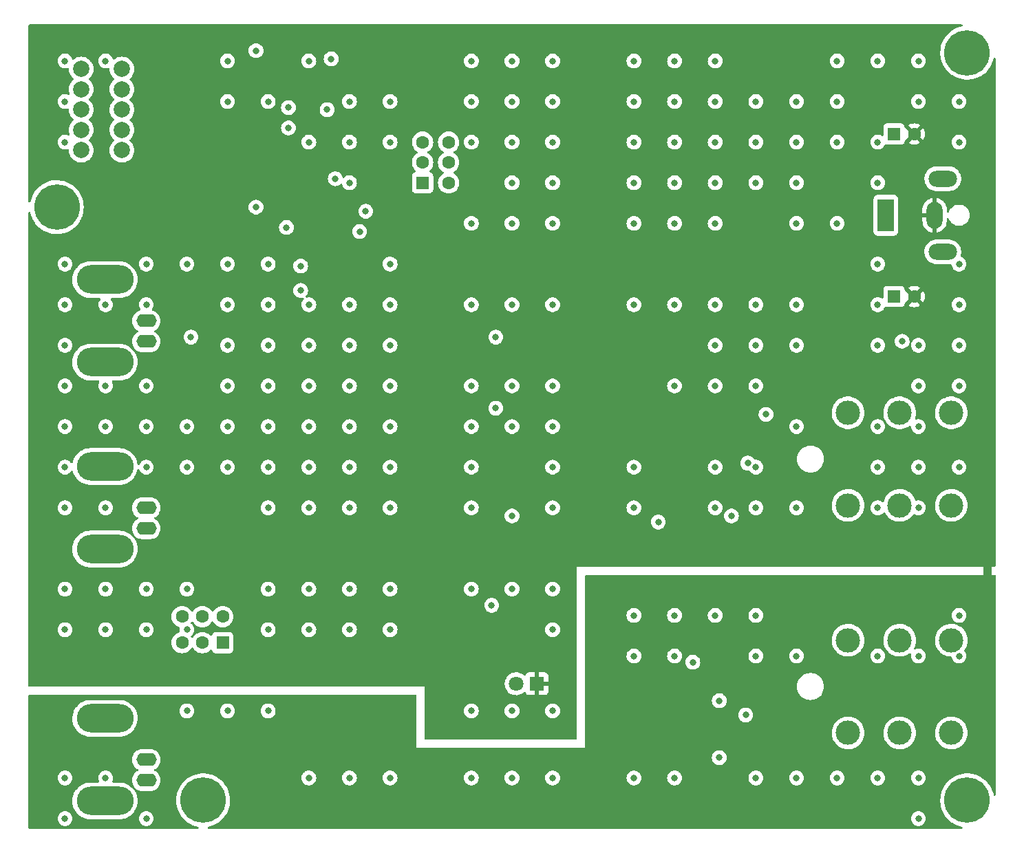
<source format=gbr>
%TF.GenerationSoftware,KiCad,Pcbnew,(6.0.7-1)-1*%
%TF.CreationDate,2022-09-13T14:42:12-07:00*%
%TF.ProjectId,preamp_board,70726561-6d70-45f6-926f-6172642e6b69,rev?*%
%TF.SameCoordinates,Original*%
%TF.FileFunction,Copper,L2,Inr*%
%TF.FilePolarity,Positive*%
%FSLAX46Y46*%
G04 Gerber Fmt 4.6, Leading zero omitted, Abs format (unit mm)*
G04 Created by KiCad (PCBNEW (6.0.7-1)-1) date 2022-09-13 14:42:12*
%MOMM*%
%LPD*%
G01*
G04 APERTURE LIST*
%TA.AperFunction,ComponentPad*%
%ADD10C,3.000000*%
%TD*%
%TA.AperFunction,ComponentPad*%
%ADD11C,5.600000*%
%TD*%
%TA.AperFunction,ComponentPad*%
%ADD12R,2.000000X4.000000*%
%TD*%
%TA.AperFunction,ComponentPad*%
%ADD13O,2.000000X3.300000*%
%TD*%
%TA.AperFunction,ComponentPad*%
%ADD14O,3.500000X2.000000*%
%TD*%
%TA.AperFunction,ComponentPad*%
%ADD15R,1.600000X1.600000*%
%TD*%
%TA.AperFunction,ComponentPad*%
%ADD16C,1.600000*%
%TD*%
%TA.AperFunction,ComponentPad*%
%ADD17O,2.500000X1.600000*%
%TD*%
%TA.AperFunction,ComponentPad*%
%ADD18O,7.000000X3.500000*%
%TD*%
%TA.AperFunction,ComponentPad*%
%ADD19R,1.800000X1.800000*%
%TD*%
%TA.AperFunction,ComponentPad*%
%ADD20C,1.800000*%
%TD*%
%TA.AperFunction,ComponentPad*%
%ADD21C,2.000000*%
%TD*%
%TA.AperFunction,ViaPad*%
%ADD22C,0.800000*%
%TD*%
%TA.AperFunction,Conductor*%
%ADD23C,1.000000*%
%TD*%
G04 APERTURE END LIST*
D10*
%TO.N,/differential_to_single/V-*%
%TO.C,J5*%
X107700000Y-87700000D03*
X107700000Y-76300000D03*
%TO.N,GND*%
X101350000Y-76300000D03*
X101350000Y-87700000D03*
%TO.N,/differential_to_single/V+*%
X114050000Y-87700000D03*
X114050000Y-76300000D03*
%TD*%
D11*
%TO.N,GND*%
%TO.C,H3*%
X22000000Y-96000000D03*
%TD*%
D12*
%TO.N,+5V*%
%TO.C,J4*%
X106000000Y-24000000D03*
D13*
%TO.N,-3V3*%
X112000000Y-24000000D03*
D14*
%TO.N,unconnected-(J4-PadMP)*%
X113000000Y-28500000D03*
X113000000Y-19500000D03*
%TD*%
D15*
%TO.N,/INA*%
%TO.C,SW2*%
X49000000Y-20000000D03*
D16*
%TO.N,/INA_TIA*%
X49000000Y-17500000D03*
%TO.N,/CURRIN*%
X49000000Y-15000000D03*
%TO.N,/AMP_OUT*%
X52200000Y-20000000D03*
%TO.N,/OUTPUT*%
X52200000Y-17500000D03*
%TO.N,/TIA_OUT*%
X52200000Y-15000000D03*
%TD*%
D15*
%TO.N,+5V*%
%TO.C,C1*%
X107000000Y-14000000D03*
D16*
%TO.N,-3V3*%
X109500000Y-14000000D03*
%TD*%
D17*
%TO.N,Net-(J2-Pad1)*%
%TO.C,J2*%
X15000000Y-37000000D03*
%TO.N,GND*%
X15000000Y-39540000D03*
D18*
X9920000Y-42080000D03*
X9920000Y-31920000D03*
%TD*%
D10*
%TO.N,Net-(J6-PadR)*%
%TO.C,J6*%
X107700000Y-59700000D03*
X107700000Y-48300000D03*
%TO.N,GND*%
X101350000Y-59700000D03*
X101350000Y-48300000D03*
%TO.N,Net-(J6-PadT)*%
X114050000Y-48300000D03*
X114050000Y-59700000D03*
%TD*%
D15*
%TO.N,/INB*%
%TO.C,SW1*%
X24407500Y-76600000D03*
D16*
%TO.N,GND*%
X21907500Y-76600000D03*
%TO.N,N/C*%
X19407500Y-76600000D03*
X24407500Y-73400000D03*
X21907500Y-73400000D03*
X19407500Y-73400000D03*
%TD*%
D11*
%TO.N,GND*%
%TO.C,H4*%
X116000000Y-4000000D03*
%TD*%
D17*
%TO.N,Net-(J3-Pad1)*%
%TO.C,J3*%
X15000000Y-60000000D03*
D18*
%TO.N,GND*%
X9920000Y-65080000D03*
D17*
X15000000Y-62540000D03*
D18*
X9920000Y-54920000D03*
%TD*%
D11*
%TO.N,GND*%
%TO.C,H1*%
X116000000Y-96000000D03*
%TD*%
D15*
%TO.N,GND*%
%TO.C,C2*%
X107000000Y-34000000D03*
D16*
%TO.N,-3V3*%
X109500000Y-34000000D03*
%TD*%
D11*
%TO.N,GND*%
%TO.C,H2*%
X4000000Y-23000000D03*
%TD*%
D19*
%TO.N,-3V3*%
%TO.C,D3*%
X63050000Y-81650000D03*
D20*
%TO.N,Net-(D3-Pad2)*%
X60510000Y-81650000D03*
%TD*%
D17*
%TO.N,/REFOUT*%
%TO.C,J1*%
X15000000Y-91000000D03*
D18*
%TO.N,GND*%
X9920000Y-96080000D03*
D17*
X15000000Y-93540000D03*
D18*
X9920000Y-85920000D03*
%TD*%
D21*
%TO.N,/preamp/V_RG_1*%
%TO.C,U7*%
X7000000Y-16000000D03*
%TO.N,Net-(R24-Pad1)*%
X7000000Y-13500000D03*
%TO.N,Net-(R23-Pad1)*%
X7000000Y-11000000D03*
%TO.N,Net-(R22-Pad1)*%
X7000000Y-8500000D03*
%TO.N,Net-(R21-Pad1)*%
X7000000Y-6000000D03*
%TO.N,/CURRIN*%
X12000000Y-6000000D03*
%TO.N,/preamp/TIA_RG_G4*%
X12000000Y-8500000D03*
%TO.N,/preamp/TIA_RG_G3*%
X12000000Y-11000000D03*
%TO.N,/preamp/TIA_RG_G2*%
X12000000Y-13500000D03*
%TO.N,/preamp/TIA_RG_G1*%
X12000000Y-16000000D03*
%TD*%
D22*
%TO.N,GND*%
X110000000Y-10000000D03*
X40000000Y-60000000D03*
X20000000Y-70000000D03*
X105000000Y-50000000D03*
X115000000Y-15000000D03*
X60000000Y-20000000D03*
X105000000Y-78250000D03*
X5000000Y-75000000D03*
X85000000Y-10000000D03*
X65000000Y-5000000D03*
X5000000Y-35000000D03*
X110000000Y-55000000D03*
X60000000Y-35000000D03*
X90000000Y-15000000D03*
X65000000Y-93250000D03*
X45000000Y-15000000D03*
X5000000Y-45000000D03*
X95000000Y-10000000D03*
X75000000Y-93250000D03*
X25000000Y-85000000D03*
X10000000Y-60000000D03*
X90000000Y-55000000D03*
X55000000Y-35000000D03*
X40000000Y-45000000D03*
X100000000Y-10000000D03*
X90000000Y-45000000D03*
X75000000Y-73250000D03*
X35000000Y-5000000D03*
X85000000Y-55000000D03*
X10000000Y-70000000D03*
X10000000Y-50000000D03*
X115000000Y-45000000D03*
X55000000Y-45000000D03*
X110000000Y-98250000D03*
X75000000Y-55000000D03*
X60000000Y-10000000D03*
X35000000Y-55000000D03*
X5000000Y-5000000D03*
X110000000Y-5000000D03*
X75000000Y-20000000D03*
X55000000Y-15000000D03*
X100000000Y-15000000D03*
X15000000Y-70000000D03*
X105000000Y-30000000D03*
X5000000Y-60000000D03*
X25000000Y-30000000D03*
X65000000Y-75000000D03*
X95000000Y-93250000D03*
X110000000Y-93250000D03*
X115000000Y-35000000D03*
X65000000Y-25000000D03*
X80000000Y-45000000D03*
X35000000Y-45000000D03*
X55000000Y-50000000D03*
X65000000Y-60000000D03*
X40000000Y-55000000D03*
X80000000Y-25000000D03*
X90000000Y-93250000D03*
X65000000Y-55000000D03*
X105000000Y-55000000D03*
X115000000Y-78250000D03*
X25000000Y-50000000D03*
X75000000Y-60000000D03*
X95000000Y-50000000D03*
X25000000Y-45000000D03*
X75000000Y-35000000D03*
X40000000Y-15000000D03*
X85000000Y-15000000D03*
X30000000Y-85000000D03*
X10000000Y-5000000D03*
X85000000Y-73250000D03*
X10000000Y-75000000D03*
X85000000Y-5000000D03*
X55000000Y-60000000D03*
X60000000Y-85000000D03*
X35000000Y-60000000D03*
X40000000Y-20000000D03*
X35000000Y-70000000D03*
X15000000Y-75000000D03*
X80000000Y-5000000D03*
X60000000Y-15000000D03*
X65000000Y-70000000D03*
X15000000Y-55000000D03*
X65000000Y-45000000D03*
X95000000Y-78250000D03*
X35000000Y-15000000D03*
X35000000Y-75000000D03*
X90000000Y-10000000D03*
X95000000Y-20000000D03*
X10000000Y-35000000D03*
X40000000Y-70000000D03*
X100000000Y-93250000D03*
X10000000Y-45000000D03*
X110000000Y-40000000D03*
X30000000Y-60000000D03*
X90000000Y-40000000D03*
X85000000Y-45000000D03*
X5000000Y-30000000D03*
X105000000Y-20000000D03*
X75000000Y-15000000D03*
X60000000Y-70000000D03*
X80000000Y-73250000D03*
X65000000Y-10000000D03*
X90000000Y-78250000D03*
X55000000Y-10000000D03*
X45000000Y-55000000D03*
X20000000Y-75000000D03*
X65000000Y-15000000D03*
X65000000Y-50000000D03*
X115000000Y-40000000D03*
X115000000Y-10000000D03*
X105000000Y-15000000D03*
X15000000Y-30000000D03*
X115000000Y-73250000D03*
X100000000Y-5000000D03*
X5000000Y-15000000D03*
X65000000Y-35000000D03*
X115000000Y-30000000D03*
X25000000Y-35000000D03*
X110000000Y-78250000D03*
X40000000Y-40000000D03*
X95000000Y-25000000D03*
X60000000Y-50000000D03*
X85000000Y-40000000D03*
X25000000Y-55000000D03*
X90000000Y-73250000D03*
X80000000Y-20000000D03*
X5000000Y-98250000D03*
X25000000Y-40000000D03*
X45000000Y-10000000D03*
X5000000Y-50000000D03*
X15000000Y-98250000D03*
X55000000Y-5000000D03*
X45000000Y-30000000D03*
X105000000Y-60000000D03*
X65000000Y-20000000D03*
X20000000Y-85000000D03*
X35000000Y-50000000D03*
X30000000Y-40000000D03*
X115000000Y-55000000D03*
X5000000Y-70000000D03*
X105000000Y-5000000D03*
X15000000Y-35000000D03*
X75000000Y-5000000D03*
X90000000Y-60000000D03*
X35000000Y-93250000D03*
X55000000Y-55000000D03*
X90000000Y-35000000D03*
X40000000Y-75000000D03*
X80000000Y-10000000D03*
X75000000Y-78250000D03*
X60000000Y-5000000D03*
X30000000Y-10000000D03*
X110000000Y-45000000D03*
X55000000Y-25000000D03*
X5000000Y-10000000D03*
X80000000Y-35000000D03*
X45000000Y-60000000D03*
X30000000Y-50000000D03*
X45000000Y-45000000D03*
X40000000Y-93250000D03*
X105000000Y-40000000D03*
X85000000Y-20000000D03*
X10000000Y-93250000D03*
X15000000Y-45000000D03*
X95000000Y-40000000D03*
X55000000Y-85000000D03*
X20000000Y-50000000D03*
X80000000Y-93250000D03*
X90000000Y-20000000D03*
X40000000Y-50000000D03*
X110000000Y-60000000D03*
X25000000Y-10000000D03*
X60000000Y-25000000D03*
X95000000Y-60000000D03*
X45000000Y-35000000D03*
X45000000Y-70000000D03*
X45000000Y-93250000D03*
X65000000Y-85000000D03*
X35000000Y-40000000D03*
X80000000Y-15000000D03*
X85000000Y-35000000D03*
X40000000Y-35000000D03*
X30000000Y-45000000D03*
X20000000Y-30000000D03*
X100000000Y-25000000D03*
X60000000Y-45000000D03*
X5000000Y-40000000D03*
X25000000Y-5000000D03*
X35000000Y-35000000D03*
X30000000Y-55000000D03*
X45000000Y-40000000D03*
X30000000Y-75000000D03*
X15000000Y-50000000D03*
X75000000Y-10000000D03*
X95000000Y-35000000D03*
X5000000Y-55000000D03*
X95000000Y-15000000D03*
X45000000Y-50000000D03*
X30000000Y-30000000D03*
X60000000Y-93250000D03*
X30000000Y-35000000D03*
X55000000Y-93250000D03*
X40000000Y-10000000D03*
X85000000Y-25000000D03*
X75000000Y-25000000D03*
X105000000Y-35000000D03*
X110000000Y-50000000D03*
X85000000Y-60000000D03*
X55000000Y-70000000D03*
X30000000Y-70000000D03*
X105000000Y-93250000D03*
X80000000Y-78250000D03*
X5000000Y-93250000D03*
X45000000Y-75000000D03*
X20000000Y-55000000D03*
X41250000Y-26000000D03*
X28500000Y-3750000D03*
X85500000Y-90750000D03*
X108000000Y-39500000D03*
X34000000Y-33250000D03*
X89000000Y-54500000D03*
X38250000Y-19500000D03*
X85500000Y-83750000D03*
X37750000Y-4750000D03*
%TO.N,/TIA_OUT*%
X37250000Y-11000000D03*
%TO.N,/single_to_differential/Vo+*%
X87000000Y-61000000D03*
X91250000Y-48500000D03*
%TO.N,/INB*%
X20500000Y-39000000D03*
X28500000Y-23000000D03*
%TO.N,/OUTPUT*%
X58000000Y-39000000D03*
X58000000Y-47750000D03*
%TO.N,/INA*%
X32250000Y-25500000D03*
%TO.N,/AMP_OUT*%
X42000000Y-23500000D03*
%TO.N,+5V*%
X82250000Y-79000000D03*
X32500000Y-10750000D03*
X88750000Y-85500000D03*
X32500000Y-13250000D03*
X60000000Y-61000000D03*
X57500000Y-72000000D03*
X78000000Y-61750000D03*
X34000000Y-30250000D03*
%TO.N,-3V3*%
X83500000Y-52500000D03*
X60250000Y-54000000D03*
X37500000Y-15750000D03*
X84000000Y-92750000D03*
X79500000Y-85250000D03*
X37500000Y-33500000D03*
%TD*%
D23*
%TO.N,-3V3*%
X118500000Y-65000000D02*
X118500000Y-70250000D01*
%TD*%
%TA.AperFunction,Conductor*%
%TO.N,-3V3*%
G36*
X115381534Y-528502D02*
G01*
X115428027Y-582158D01*
X115438131Y-652432D01*
X115408637Y-717012D01*
X115348911Y-755396D01*
X115340257Y-757608D01*
X115120117Y-805606D01*
X114780271Y-919317D01*
X114777178Y-920739D01*
X114777177Y-920740D01*
X114770974Y-923593D01*
X114454694Y-1069066D01*
X114147193Y-1253101D01*
X114144467Y-1255163D01*
X114144465Y-1255164D01*
X114138620Y-1259585D01*
X113861367Y-1469270D01*
X113600559Y-1715043D01*
X113367819Y-1987546D01*
X113365900Y-1990358D01*
X113365897Y-1990363D01*
X113272624Y-2127097D01*
X113165871Y-2283591D01*
X112997077Y-2599714D01*
X112863411Y-2932218D01*
X112862491Y-2935492D01*
X112862489Y-2935497D01*
X112782864Y-3218774D01*
X112766437Y-3277213D01*
X112765875Y-3280570D01*
X112765875Y-3280571D01*
X112718005Y-3566635D01*
X112707290Y-3630663D01*
X112686661Y-3988434D01*
X112704792Y-4346340D01*
X112705329Y-4349695D01*
X112705330Y-4349701D01*
X112738973Y-4559740D01*
X112761470Y-4700195D01*
X112856033Y-5045859D01*
X112857282Y-5049029D01*
X112981853Y-5365271D01*
X112987374Y-5379288D01*
X113010825Y-5423955D01*
X113146695Y-5682749D01*
X113153957Y-5696582D01*
X113155858Y-5699411D01*
X113155864Y-5699421D01*
X113315212Y-5936554D01*
X113353834Y-5994029D01*
X113584665Y-6268150D01*
X113843751Y-6515738D01*
X114128061Y-6733897D01*
X114160056Y-6753350D01*
X114431355Y-6918303D01*
X114431360Y-6918306D01*
X114434270Y-6920075D01*
X114437358Y-6921521D01*
X114437357Y-6921521D01*
X114755710Y-7070649D01*
X114755720Y-7070653D01*
X114758794Y-7072093D01*
X114762012Y-7073195D01*
X114762015Y-7073196D01*
X115094615Y-7187071D01*
X115094623Y-7187073D01*
X115097838Y-7188174D01*
X115447435Y-7266959D01*
X115499728Y-7272917D01*
X115800114Y-7307142D01*
X115800122Y-7307142D01*
X115803497Y-7307527D01*
X115806901Y-7307545D01*
X115806904Y-7307545D01*
X116001227Y-7308562D01*
X116161857Y-7309403D01*
X116165243Y-7309053D01*
X116165245Y-7309053D01*
X116514932Y-7272917D01*
X116514941Y-7272916D01*
X116518324Y-7272566D01*
X116521657Y-7271852D01*
X116521660Y-7271851D01*
X116744043Y-7224176D01*
X116868727Y-7197446D01*
X117208968Y-7084922D01*
X117535066Y-6936311D01*
X117629052Y-6880506D01*
X117840262Y-6755099D01*
X117840267Y-6755096D01*
X117843207Y-6753350D01*
X118129786Y-6538180D01*
X118391451Y-6293319D01*
X118625140Y-6021630D01*
X118781721Y-5793803D01*
X118826190Y-5729101D01*
X118826195Y-5729094D01*
X118828120Y-5726292D01*
X118829732Y-5723298D01*
X118829737Y-5723290D01*
X118996395Y-5413772D01*
X118998017Y-5410760D01*
X119119905Y-5110584D01*
X119131562Y-5081877D01*
X119131564Y-5081872D01*
X119132842Y-5078724D01*
X119143142Y-5042568D01*
X119176112Y-4926823D01*
X119231020Y-4734070D01*
X119241301Y-4673924D01*
X119272495Y-4610148D01*
X119333217Y-4573360D01*
X119404189Y-4575241D01*
X119462877Y-4615193D01*
X119490649Y-4680533D01*
X119491500Y-4695154D01*
X119491500Y-67124000D01*
X119471498Y-67192121D01*
X119417842Y-67238614D01*
X119365500Y-67250000D01*
X68000000Y-67250000D01*
X68000000Y-88374000D01*
X67979998Y-88442121D01*
X67926342Y-88488614D01*
X67874000Y-88500000D01*
X49376000Y-88500000D01*
X49307879Y-88479998D01*
X49261386Y-88426342D01*
X49250000Y-88374000D01*
X49250000Y-85000000D01*
X54086496Y-85000000D01*
X54087186Y-85006565D01*
X54095612Y-85086730D01*
X54106458Y-85189928D01*
X54165473Y-85371556D01*
X54260960Y-85536944D01*
X54388747Y-85678866D01*
X54543248Y-85791118D01*
X54549276Y-85793802D01*
X54549278Y-85793803D01*
X54711681Y-85866109D01*
X54717712Y-85868794D01*
X54811113Y-85888647D01*
X54898056Y-85907128D01*
X54898061Y-85907128D01*
X54904513Y-85908500D01*
X55095487Y-85908500D01*
X55101939Y-85907128D01*
X55101944Y-85907128D01*
X55188887Y-85888647D01*
X55282288Y-85868794D01*
X55288319Y-85866109D01*
X55450722Y-85793803D01*
X55450724Y-85793802D01*
X55456752Y-85791118D01*
X55611253Y-85678866D01*
X55739040Y-85536944D01*
X55834527Y-85371556D01*
X55893542Y-85189928D01*
X55904389Y-85086730D01*
X55912814Y-85006565D01*
X55913504Y-85000000D01*
X59086496Y-85000000D01*
X59087186Y-85006565D01*
X59095612Y-85086730D01*
X59106458Y-85189928D01*
X59165473Y-85371556D01*
X59260960Y-85536944D01*
X59388747Y-85678866D01*
X59543248Y-85791118D01*
X59549276Y-85793802D01*
X59549278Y-85793803D01*
X59711681Y-85866109D01*
X59717712Y-85868794D01*
X59811113Y-85888647D01*
X59898056Y-85907128D01*
X59898061Y-85907128D01*
X59904513Y-85908500D01*
X60095487Y-85908500D01*
X60101939Y-85907128D01*
X60101944Y-85907128D01*
X60188887Y-85888647D01*
X60282288Y-85868794D01*
X60288319Y-85866109D01*
X60450722Y-85793803D01*
X60450724Y-85793802D01*
X60456752Y-85791118D01*
X60611253Y-85678866D01*
X60739040Y-85536944D01*
X60834527Y-85371556D01*
X60893542Y-85189928D01*
X60904389Y-85086730D01*
X60912814Y-85006565D01*
X60913504Y-85000000D01*
X64086496Y-85000000D01*
X64087186Y-85006565D01*
X64095612Y-85086730D01*
X64106458Y-85189928D01*
X64165473Y-85371556D01*
X64260960Y-85536944D01*
X64388747Y-85678866D01*
X64543248Y-85791118D01*
X64549276Y-85793802D01*
X64549278Y-85793803D01*
X64711681Y-85866109D01*
X64717712Y-85868794D01*
X64811113Y-85888647D01*
X64898056Y-85907128D01*
X64898061Y-85907128D01*
X64904513Y-85908500D01*
X65095487Y-85908500D01*
X65101939Y-85907128D01*
X65101944Y-85907128D01*
X65188887Y-85888647D01*
X65282288Y-85868794D01*
X65288319Y-85866109D01*
X65450722Y-85793803D01*
X65450724Y-85793802D01*
X65456752Y-85791118D01*
X65611253Y-85678866D01*
X65739040Y-85536944D01*
X65834527Y-85371556D01*
X65893542Y-85189928D01*
X65904389Y-85086730D01*
X65912814Y-85006565D01*
X65913504Y-85000000D01*
X65893542Y-84810072D01*
X65834527Y-84628444D01*
X65739040Y-84463056D01*
X65611253Y-84321134D01*
X65456752Y-84208882D01*
X65450724Y-84206198D01*
X65450722Y-84206197D01*
X65288319Y-84133891D01*
X65288318Y-84133891D01*
X65282288Y-84131206D01*
X65188888Y-84111353D01*
X65101944Y-84092872D01*
X65101939Y-84092872D01*
X65095487Y-84091500D01*
X64904513Y-84091500D01*
X64898061Y-84092872D01*
X64898056Y-84092872D01*
X64811112Y-84111353D01*
X64717712Y-84131206D01*
X64711682Y-84133891D01*
X64711681Y-84133891D01*
X64549278Y-84206197D01*
X64549276Y-84206198D01*
X64543248Y-84208882D01*
X64388747Y-84321134D01*
X64260960Y-84463056D01*
X64165473Y-84628444D01*
X64106458Y-84810072D01*
X64086496Y-85000000D01*
X60913504Y-85000000D01*
X60893542Y-84810072D01*
X60834527Y-84628444D01*
X60739040Y-84463056D01*
X60611253Y-84321134D01*
X60456752Y-84208882D01*
X60450724Y-84206198D01*
X60450722Y-84206197D01*
X60288319Y-84133891D01*
X60288318Y-84133891D01*
X60282288Y-84131206D01*
X60188888Y-84111353D01*
X60101944Y-84092872D01*
X60101939Y-84092872D01*
X60095487Y-84091500D01*
X59904513Y-84091500D01*
X59898061Y-84092872D01*
X59898056Y-84092872D01*
X59811112Y-84111353D01*
X59717712Y-84131206D01*
X59711682Y-84133891D01*
X59711681Y-84133891D01*
X59549278Y-84206197D01*
X59549276Y-84206198D01*
X59543248Y-84208882D01*
X59388747Y-84321134D01*
X59260960Y-84463056D01*
X59165473Y-84628444D01*
X59106458Y-84810072D01*
X59086496Y-85000000D01*
X55913504Y-85000000D01*
X55893542Y-84810072D01*
X55834527Y-84628444D01*
X55739040Y-84463056D01*
X55611253Y-84321134D01*
X55456752Y-84208882D01*
X55450724Y-84206198D01*
X55450722Y-84206197D01*
X55288319Y-84133891D01*
X55288318Y-84133891D01*
X55282288Y-84131206D01*
X55188888Y-84111353D01*
X55101944Y-84092872D01*
X55101939Y-84092872D01*
X55095487Y-84091500D01*
X54904513Y-84091500D01*
X54898061Y-84092872D01*
X54898056Y-84092872D01*
X54811112Y-84111353D01*
X54717712Y-84131206D01*
X54711682Y-84133891D01*
X54711681Y-84133891D01*
X54549278Y-84206197D01*
X54549276Y-84206198D01*
X54543248Y-84208882D01*
X54388747Y-84321134D01*
X54260960Y-84463056D01*
X54165473Y-84628444D01*
X54106458Y-84810072D01*
X54086496Y-85000000D01*
X49250000Y-85000000D01*
X49250000Y-82000000D01*
X634500Y-82000000D01*
X566379Y-81979998D01*
X519886Y-81926342D01*
X508500Y-81874000D01*
X508500Y-81615469D01*
X59097095Y-81615469D01*
X59110427Y-81846697D01*
X59111564Y-81851743D01*
X59111565Y-81851749D01*
X59126394Y-81917548D01*
X59161346Y-82072642D01*
X59163288Y-82077424D01*
X59163289Y-82077428D01*
X59237525Y-82260249D01*
X59248484Y-82287237D01*
X59369501Y-82484719D01*
X59521147Y-82659784D01*
X59699349Y-82807730D01*
X59899322Y-82924584D01*
X60115694Y-83007209D01*
X60120760Y-83008240D01*
X60120761Y-83008240D01*
X60173846Y-83019040D01*
X60342656Y-83053385D01*
X60473324Y-83058176D01*
X60568949Y-83061683D01*
X60568953Y-83061683D01*
X60574113Y-83061872D01*
X60579233Y-83061216D01*
X60579235Y-83061216D01*
X60678668Y-83048478D01*
X60803847Y-83032442D01*
X60808795Y-83030957D01*
X60808802Y-83030956D01*
X61020747Y-82967369D01*
X61025690Y-82965886D01*
X61106236Y-82926427D01*
X61229049Y-82866262D01*
X61229052Y-82866260D01*
X61233684Y-82863991D01*
X61422243Y-82729494D01*
X61425898Y-82725852D01*
X61425906Y-82725845D01*
X61467697Y-82684199D01*
X61530068Y-82650282D01*
X61600875Y-82655470D01*
X61657637Y-82698116D01*
X61674619Y-82729218D01*
X61696677Y-82788056D01*
X61705214Y-82803649D01*
X61781715Y-82905724D01*
X61794276Y-82918285D01*
X61896351Y-82994786D01*
X61911946Y-83003324D01*
X62032394Y-83048478D01*
X62047649Y-83052105D01*
X62098514Y-83057631D01*
X62105328Y-83058000D01*
X62777885Y-83058000D01*
X62793124Y-83053525D01*
X62794329Y-83052135D01*
X62796000Y-83044452D01*
X62796000Y-83039884D01*
X63304000Y-83039884D01*
X63308475Y-83055123D01*
X63309865Y-83056328D01*
X63317548Y-83057999D01*
X63994669Y-83057999D01*
X64001490Y-83057629D01*
X64052352Y-83052105D01*
X64067604Y-83048479D01*
X64188054Y-83003324D01*
X64203649Y-82994786D01*
X64305724Y-82918285D01*
X64318285Y-82905724D01*
X64394786Y-82803649D01*
X64403324Y-82788054D01*
X64448478Y-82667606D01*
X64452105Y-82652351D01*
X64457631Y-82601486D01*
X64458000Y-82594672D01*
X64458000Y-81922115D01*
X64453525Y-81906876D01*
X64452135Y-81905671D01*
X64444452Y-81904000D01*
X63322115Y-81904000D01*
X63306876Y-81908475D01*
X63305671Y-81909865D01*
X63304000Y-81917548D01*
X63304000Y-83039884D01*
X62796000Y-83039884D01*
X62796000Y-81377885D01*
X63304000Y-81377885D01*
X63308475Y-81393124D01*
X63309865Y-81394329D01*
X63317548Y-81396000D01*
X64439884Y-81396000D01*
X64455123Y-81391525D01*
X64456328Y-81390135D01*
X64457999Y-81382452D01*
X64457999Y-80705331D01*
X64457629Y-80698510D01*
X64452105Y-80647648D01*
X64448479Y-80632396D01*
X64403324Y-80511946D01*
X64394786Y-80496351D01*
X64318285Y-80394276D01*
X64305724Y-80381715D01*
X64203649Y-80305214D01*
X64188054Y-80296676D01*
X64067606Y-80251522D01*
X64052351Y-80247895D01*
X64001486Y-80242369D01*
X63994672Y-80242000D01*
X63322115Y-80242000D01*
X63306876Y-80246475D01*
X63305671Y-80247865D01*
X63304000Y-80255548D01*
X63304000Y-81377885D01*
X62796000Y-81377885D01*
X62796000Y-80260116D01*
X62791525Y-80244877D01*
X62790135Y-80243672D01*
X62782452Y-80242001D01*
X62105331Y-80242001D01*
X62098510Y-80242371D01*
X62047648Y-80247895D01*
X62032396Y-80251521D01*
X61911946Y-80296676D01*
X61896351Y-80305214D01*
X61794276Y-80381715D01*
X61781715Y-80394276D01*
X61705214Y-80496351D01*
X61696675Y-80511948D01*
X61675934Y-80567275D01*
X61633293Y-80624040D01*
X61566731Y-80648740D01*
X61497383Y-80633533D01*
X61474388Y-80616909D01*
X61473887Y-80616358D01*
X61411737Y-80567275D01*
X61296177Y-80476011D01*
X61296172Y-80476008D01*
X61292123Y-80472810D01*
X61287607Y-80470317D01*
X61287604Y-80470315D01*
X61093879Y-80363373D01*
X61093875Y-80363371D01*
X61089355Y-80360876D01*
X61084486Y-80359152D01*
X61084482Y-80359150D01*
X60875903Y-80285288D01*
X60875899Y-80285287D01*
X60871028Y-80283562D01*
X60865935Y-80282655D01*
X60865932Y-80282654D01*
X60648095Y-80243851D01*
X60648089Y-80243850D01*
X60643006Y-80242945D01*
X60565644Y-80242000D01*
X60416581Y-80240179D01*
X60416579Y-80240179D01*
X60411411Y-80240116D01*
X60182464Y-80275150D01*
X59962314Y-80347106D01*
X59957726Y-80349494D01*
X59957722Y-80349496D01*
X59826519Y-80417796D01*
X59756872Y-80454052D01*
X59752739Y-80457155D01*
X59752736Y-80457157D01*
X59606073Y-80567275D01*
X59571655Y-80593117D01*
X59411639Y-80760564D01*
X59281119Y-80951899D01*
X59183602Y-81161981D01*
X59121707Y-81385169D01*
X59097095Y-81615469D01*
X508500Y-81615469D01*
X508500Y-76600000D01*
X18094002Y-76600000D01*
X18113957Y-76828087D01*
X18173216Y-77049243D01*
X18175539Y-77054224D01*
X18175539Y-77054225D01*
X18267651Y-77251762D01*
X18267654Y-77251767D01*
X18269977Y-77256749D01*
X18343402Y-77361611D01*
X18388819Y-77426472D01*
X18401302Y-77444300D01*
X18563200Y-77606198D01*
X18567708Y-77609355D01*
X18567711Y-77609357D01*
X18609042Y-77638297D01*
X18750751Y-77737523D01*
X18755733Y-77739846D01*
X18755738Y-77739849D01*
X18953275Y-77831961D01*
X18958257Y-77834284D01*
X18963565Y-77835706D01*
X18963567Y-77835707D01*
X19174098Y-77892119D01*
X19174100Y-77892119D01*
X19179413Y-77893543D01*
X19407500Y-77913498D01*
X19635587Y-77893543D01*
X19640900Y-77892119D01*
X19640902Y-77892119D01*
X19851433Y-77835707D01*
X19851435Y-77835706D01*
X19856743Y-77834284D01*
X19861725Y-77831961D01*
X20059262Y-77739849D01*
X20059267Y-77739846D01*
X20064249Y-77737523D01*
X20205958Y-77638297D01*
X20247289Y-77609357D01*
X20247292Y-77609355D01*
X20251800Y-77606198D01*
X20413698Y-77444300D01*
X20426182Y-77426472D01*
X20541869Y-77261253D01*
X20545023Y-77256749D01*
X20547346Y-77251767D01*
X20548382Y-77249973D01*
X20599766Y-77200981D01*
X20669479Y-77187546D01*
X20735390Y-77213934D01*
X20766618Y-77249973D01*
X20767654Y-77251767D01*
X20769977Y-77256749D01*
X20773131Y-77261253D01*
X20888819Y-77426472D01*
X20901302Y-77444300D01*
X21063200Y-77606198D01*
X21067708Y-77609355D01*
X21067711Y-77609357D01*
X21109042Y-77638297D01*
X21250751Y-77737523D01*
X21255733Y-77739846D01*
X21255738Y-77739849D01*
X21453275Y-77831961D01*
X21458257Y-77834284D01*
X21463565Y-77835706D01*
X21463567Y-77835707D01*
X21674098Y-77892119D01*
X21674100Y-77892119D01*
X21679413Y-77893543D01*
X21907500Y-77913498D01*
X22135587Y-77893543D01*
X22140900Y-77892119D01*
X22140902Y-77892119D01*
X22351433Y-77835707D01*
X22351435Y-77835706D01*
X22356743Y-77834284D01*
X22361725Y-77831961D01*
X22559262Y-77739849D01*
X22559267Y-77739846D01*
X22564249Y-77737523D01*
X22705958Y-77638297D01*
X22747289Y-77609357D01*
X22747292Y-77609355D01*
X22751800Y-77606198D01*
X22897500Y-77460498D01*
X22959812Y-77426472D01*
X23030627Y-77431537D01*
X23087463Y-77474084D01*
X23104632Y-77510737D01*
X23105755Y-77510316D01*
X23156885Y-77646705D01*
X23244239Y-77763261D01*
X23360795Y-77850615D01*
X23497184Y-77901745D01*
X23559366Y-77908500D01*
X25255634Y-77908500D01*
X25317816Y-77901745D01*
X25454205Y-77850615D01*
X25570761Y-77763261D01*
X25658115Y-77646705D01*
X25709245Y-77510316D01*
X25716000Y-77448134D01*
X25716000Y-75751866D01*
X25709245Y-75689684D01*
X25658115Y-75553295D01*
X25570761Y-75436739D01*
X25454205Y-75349385D01*
X25317816Y-75298255D01*
X25255634Y-75291500D01*
X23559366Y-75291500D01*
X23497184Y-75298255D01*
X23360795Y-75349385D01*
X23244239Y-75436739D01*
X23156885Y-75553295D01*
X23105755Y-75689684D01*
X23103809Y-75688954D01*
X23073955Y-75741205D01*
X23010997Y-75774021D01*
X22940293Y-75767591D01*
X22897500Y-75739502D01*
X22751800Y-75593802D01*
X22747292Y-75590645D01*
X22747289Y-75590643D01*
X22590932Y-75481161D01*
X22564249Y-75462477D01*
X22559267Y-75460154D01*
X22559262Y-75460151D01*
X22361725Y-75368039D01*
X22361724Y-75368039D01*
X22356743Y-75365716D01*
X22351435Y-75364294D01*
X22351433Y-75364293D01*
X22140902Y-75307881D01*
X22140900Y-75307881D01*
X22135587Y-75306457D01*
X21907500Y-75286502D01*
X21679413Y-75306457D01*
X21674100Y-75307881D01*
X21674098Y-75307881D01*
X21463567Y-75364293D01*
X21463565Y-75364294D01*
X21458257Y-75365716D01*
X21453276Y-75368039D01*
X21453275Y-75368039D01*
X21255738Y-75460151D01*
X21255733Y-75460154D01*
X21250751Y-75462477D01*
X21224068Y-75481161D01*
X21067711Y-75590643D01*
X21067708Y-75590645D01*
X21063200Y-75593802D01*
X20901302Y-75755700D01*
X20898145Y-75760208D01*
X20898143Y-75760211D01*
X20888473Y-75774021D01*
X20769977Y-75943251D01*
X20767654Y-75948233D01*
X20766618Y-75950027D01*
X20715234Y-75999019D01*
X20645521Y-76012454D01*
X20579610Y-75986066D01*
X20548382Y-75950027D01*
X20547346Y-75948233D01*
X20545023Y-75943251D01*
X20541867Y-75938743D01*
X20515674Y-75901337D01*
X20492985Y-75834063D01*
X20510269Y-75765203D01*
X20544825Y-75727129D01*
X20550337Y-75723124D01*
X20611253Y-75678866D01*
X20739040Y-75536944D01*
X20834527Y-75371556D01*
X20893542Y-75189928D01*
X20913504Y-75000000D01*
X29086496Y-75000000D01*
X29106458Y-75189928D01*
X29165473Y-75371556D01*
X29260960Y-75536944D01*
X29388747Y-75678866D01*
X29472205Y-75739502D01*
X29498508Y-75758612D01*
X29543248Y-75791118D01*
X29549276Y-75793802D01*
X29549278Y-75793803D01*
X29711681Y-75866109D01*
X29717712Y-75868794D01*
X29811112Y-75888647D01*
X29898056Y-75907128D01*
X29898061Y-75907128D01*
X29904513Y-75908500D01*
X30095487Y-75908500D01*
X30101939Y-75907128D01*
X30101944Y-75907128D01*
X30188888Y-75888647D01*
X30282288Y-75868794D01*
X30288319Y-75866109D01*
X30450722Y-75793803D01*
X30450724Y-75793802D01*
X30456752Y-75791118D01*
X30501493Y-75758612D01*
X30527795Y-75739502D01*
X30611253Y-75678866D01*
X30739040Y-75536944D01*
X30834527Y-75371556D01*
X30893542Y-75189928D01*
X30913504Y-75000000D01*
X34086496Y-75000000D01*
X34106458Y-75189928D01*
X34165473Y-75371556D01*
X34260960Y-75536944D01*
X34388747Y-75678866D01*
X34472205Y-75739502D01*
X34498508Y-75758612D01*
X34543248Y-75791118D01*
X34549276Y-75793802D01*
X34549278Y-75793803D01*
X34711681Y-75866109D01*
X34717712Y-75868794D01*
X34811112Y-75888647D01*
X34898056Y-75907128D01*
X34898061Y-75907128D01*
X34904513Y-75908500D01*
X35095487Y-75908500D01*
X35101939Y-75907128D01*
X35101944Y-75907128D01*
X35188888Y-75888647D01*
X35282288Y-75868794D01*
X35288319Y-75866109D01*
X35450722Y-75793803D01*
X35450724Y-75793802D01*
X35456752Y-75791118D01*
X35501493Y-75758612D01*
X35527795Y-75739502D01*
X35611253Y-75678866D01*
X35739040Y-75536944D01*
X35834527Y-75371556D01*
X35893542Y-75189928D01*
X35913504Y-75000000D01*
X39086496Y-75000000D01*
X39106458Y-75189928D01*
X39165473Y-75371556D01*
X39260960Y-75536944D01*
X39388747Y-75678866D01*
X39472205Y-75739502D01*
X39498508Y-75758612D01*
X39543248Y-75791118D01*
X39549276Y-75793802D01*
X39549278Y-75793803D01*
X39711681Y-75866109D01*
X39717712Y-75868794D01*
X39811112Y-75888647D01*
X39898056Y-75907128D01*
X39898061Y-75907128D01*
X39904513Y-75908500D01*
X40095487Y-75908500D01*
X40101939Y-75907128D01*
X40101944Y-75907128D01*
X40188888Y-75888647D01*
X40282288Y-75868794D01*
X40288319Y-75866109D01*
X40450722Y-75793803D01*
X40450724Y-75793802D01*
X40456752Y-75791118D01*
X40501493Y-75758612D01*
X40527795Y-75739502D01*
X40611253Y-75678866D01*
X40739040Y-75536944D01*
X40834527Y-75371556D01*
X40893542Y-75189928D01*
X40913504Y-75000000D01*
X44086496Y-75000000D01*
X44106458Y-75189928D01*
X44165473Y-75371556D01*
X44260960Y-75536944D01*
X44388747Y-75678866D01*
X44472205Y-75739502D01*
X44498508Y-75758612D01*
X44543248Y-75791118D01*
X44549276Y-75793802D01*
X44549278Y-75793803D01*
X44711681Y-75866109D01*
X44717712Y-75868794D01*
X44811112Y-75888647D01*
X44898056Y-75907128D01*
X44898061Y-75907128D01*
X44904513Y-75908500D01*
X45095487Y-75908500D01*
X45101939Y-75907128D01*
X45101944Y-75907128D01*
X45188888Y-75888647D01*
X45282288Y-75868794D01*
X45288319Y-75866109D01*
X45450722Y-75793803D01*
X45450724Y-75793802D01*
X45456752Y-75791118D01*
X45501493Y-75758612D01*
X45527795Y-75739502D01*
X45611253Y-75678866D01*
X45739040Y-75536944D01*
X45834527Y-75371556D01*
X45893542Y-75189928D01*
X45913504Y-75000000D01*
X64086496Y-75000000D01*
X64106458Y-75189928D01*
X64165473Y-75371556D01*
X64260960Y-75536944D01*
X64388747Y-75678866D01*
X64472205Y-75739502D01*
X64498508Y-75758612D01*
X64543248Y-75791118D01*
X64549276Y-75793802D01*
X64549278Y-75793803D01*
X64711681Y-75866109D01*
X64717712Y-75868794D01*
X64811112Y-75888647D01*
X64898056Y-75907128D01*
X64898061Y-75907128D01*
X64904513Y-75908500D01*
X65095487Y-75908500D01*
X65101939Y-75907128D01*
X65101944Y-75907128D01*
X65188888Y-75888647D01*
X65282288Y-75868794D01*
X65288319Y-75866109D01*
X65450722Y-75793803D01*
X65450724Y-75793802D01*
X65456752Y-75791118D01*
X65501493Y-75758612D01*
X65527795Y-75739502D01*
X65611253Y-75678866D01*
X65739040Y-75536944D01*
X65834527Y-75371556D01*
X65893542Y-75189928D01*
X65913504Y-75000000D01*
X65912814Y-74993435D01*
X65894232Y-74816635D01*
X65894232Y-74816633D01*
X65893542Y-74810072D01*
X65834527Y-74628444D01*
X65739040Y-74463056D01*
X65611253Y-74321134D01*
X65510864Y-74248197D01*
X65462094Y-74212763D01*
X65462093Y-74212762D01*
X65456752Y-74208882D01*
X65450724Y-74206198D01*
X65450722Y-74206197D01*
X65288319Y-74133891D01*
X65288318Y-74133891D01*
X65282288Y-74131206D01*
X65188888Y-74111353D01*
X65101944Y-74092872D01*
X65101939Y-74092872D01*
X65095487Y-74091500D01*
X64904513Y-74091500D01*
X64898061Y-74092872D01*
X64898056Y-74092872D01*
X64811112Y-74111353D01*
X64717712Y-74131206D01*
X64711682Y-74133891D01*
X64711681Y-74133891D01*
X64549278Y-74206197D01*
X64549276Y-74206198D01*
X64543248Y-74208882D01*
X64537907Y-74212762D01*
X64537906Y-74212763D01*
X64489136Y-74248197D01*
X64388747Y-74321134D01*
X64260960Y-74463056D01*
X64165473Y-74628444D01*
X64106458Y-74810072D01*
X64105768Y-74816633D01*
X64105768Y-74816635D01*
X64087186Y-74993435D01*
X64086496Y-75000000D01*
X45913504Y-75000000D01*
X45912814Y-74993435D01*
X45894232Y-74816635D01*
X45894232Y-74816633D01*
X45893542Y-74810072D01*
X45834527Y-74628444D01*
X45739040Y-74463056D01*
X45611253Y-74321134D01*
X45510864Y-74248197D01*
X45462094Y-74212763D01*
X45462093Y-74212762D01*
X45456752Y-74208882D01*
X45450724Y-74206198D01*
X45450722Y-74206197D01*
X45288319Y-74133891D01*
X45288318Y-74133891D01*
X45282288Y-74131206D01*
X45188888Y-74111353D01*
X45101944Y-74092872D01*
X45101939Y-74092872D01*
X45095487Y-74091500D01*
X44904513Y-74091500D01*
X44898061Y-74092872D01*
X44898056Y-74092872D01*
X44811112Y-74111353D01*
X44717712Y-74131206D01*
X44711682Y-74133891D01*
X44711681Y-74133891D01*
X44549278Y-74206197D01*
X44549276Y-74206198D01*
X44543248Y-74208882D01*
X44537907Y-74212762D01*
X44537906Y-74212763D01*
X44489136Y-74248197D01*
X44388747Y-74321134D01*
X44260960Y-74463056D01*
X44165473Y-74628444D01*
X44106458Y-74810072D01*
X44105768Y-74816633D01*
X44105768Y-74816635D01*
X44087186Y-74993435D01*
X44086496Y-75000000D01*
X40913504Y-75000000D01*
X40912814Y-74993435D01*
X40894232Y-74816635D01*
X40894232Y-74816633D01*
X40893542Y-74810072D01*
X40834527Y-74628444D01*
X40739040Y-74463056D01*
X40611253Y-74321134D01*
X40510864Y-74248197D01*
X40462094Y-74212763D01*
X40462093Y-74212762D01*
X40456752Y-74208882D01*
X40450724Y-74206198D01*
X40450722Y-74206197D01*
X40288319Y-74133891D01*
X40288318Y-74133891D01*
X40282288Y-74131206D01*
X40188888Y-74111353D01*
X40101944Y-74092872D01*
X40101939Y-74092872D01*
X40095487Y-74091500D01*
X39904513Y-74091500D01*
X39898061Y-74092872D01*
X39898056Y-74092872D01*
X39811112Y-74111353D01*
X39717712Y-74131206D01*
X39711682Y-74133891D01*
X39711681Y-74133891D01*
X39549278Y-74206197D01*
X39549276Y-74206198D01*
X39543248Y-74208882D01*
X39537907Y-74212762D01*
X39537906Y-74212763D01*
X39489136Y-74248197D01*
X39388747Y-74321134D01*
X39260960Y-74463056D01*
X39165473Y-74628444D01*
X39106458Y-74810072D01*
X39105768Y-74816633D01*
X39105768Y-74816635D01*
X39087186Y-74993435D01*
X39086496Y-75000000D01*
X35913504Y-75000000D01*
X35912814Y-74993435D01*
X35894232Y-74816635D01*
X35894232Y-74816633D01*
X35893542Y-74810072D01*
X35834527Y-74628444D01*
X35739040Y-74463056D01*
X35611253Y-74321134D01*
X35510864Y-74248197D01*
X35462094Y-74212763D01*
X35462093Y-74212762D01*
X35456752Y-74208882D01*
X35450724Y-74206198D01*
X35450722Y-74206197D01*
X35288319Y-74133891D01*
X35288318Y-74133891D01*
X35282288Y-74131206D01*
X35188888Y-74111353D01*
X35101944Y-74092872D01*
X35101939Y-74092872D01*
X35095487Y-74091500D01*
X34904513Y-74091500D01*
X34898061Y-74092872D01*
X34898056Y-74092872D01*
X34811112Y-74111353D01*
X34717712Y-74131206D01*
X34711682Y-74133891D01*
X34711681Y-74133891D01*
X34549278Y-74206197D01*
X34549276Y-74206198D01*
X34543248Y-74208882D01*
X34537907Y-74212762D01*
X34537906Y-74212763D01*
X34489136Y-74248197D01*
X34388747Y-74321134D01*
X34260960Y-74463056D01*
X34165473Y-74628444D01*
X34106458Y-74810072D01*
X34105768Y-74816633D01*
X34105768Y-74816635D01*
X34087186Y-74993435D01*
X34086496Y-75000000D01*
X30913504Y-75000000D01*
X30912814Y-74993435D01*
X30894232Y-74816635D01*
X30894232Y-74816633D01*
X30893542Y-74810072D01*
X30834527Y-74628444D01*
X30739040Y-74463056D01*
X30611253Y-74321134D01*
X30510864Y-74248197D01*
X30462094Y-74212763D01*
X30462093Y-74212762D01*
X30456752Y-74208882D01*
X30450724Y-74206198D01*
X30450722Y-74206197D01*
X30288319Y-74133891D01*
X30288318Y-74133891D01*
X30282288Y-74131206D01*
X30188888Y-74111353D01*
X30101944Y-74092872D01*
X30101939Y-74092872D01*
X30095487Y-74091500D01*
X29904513Y-74091500D01*
X29898061Y-74092872D01*
X29898056Y-74092872D01*
X29811112Y-74111353D01*
X29717712Y-74131206D01*
X29711682Y-74133891D01*
X29711681Y-74133891D01*
X29549278Y-74206197D01*
X29549276Y-74206198D01*
X29543248Y-74208882D01*
X29537907Y-74212762D01*
X29537906Y-74212763D01*
X29489136Y-74248197D01*
X29388747Y-74321134D01*
X29260960Y-74463056D01*
X29165473Y-74628444D01*
X29106458Y-74810072D01*
X29105768Y-74816633D01*
X29105768Y-74816635D01*
X29087186Y-74993435D01*
X29086496Y-75000000D01*
X20913504Y-75000000D01*
X20912814Y-74993435D01*
X20894232Y-74816635D01*
X20894232Y-74816633D01*
X20893542Y-74810072D01*
X20834527Y-74628444D01*
X20739040Y-74463056D01*
X20611253Y-74321134D01*
X20544825Y-74272871D01*
X20501471Y-74216649D01*
X20495396Y-74145912D01*
X20515674Y-74098663D01*
X20541868Y-74061255D01*
X20541869Y-74061253D01*
X20545023Y-74056749D01*
X20547346Y-74051767D01*
X20548382Y-74049973D01*
X20599766Y-74000981D01*
X20669479Y-73987546D01*
X20735390Y-74013934D01*
X20766618Y-74049973D01*
X20767654Y-74051767D01*
X20769977Y-74056749D01*
X20773131Y-74061253D01*
X20881941Y-74216649D01*
X20901302Y-74244300D01*
X21063200Y-74406198D01*
X21067708Y-74409355D01*
X21067711Y-74409357D01*
X21137392Y-74458148D01*
X21250751Y-74537523D01*
X21255733Y-74539846D01*
X21255738Y-74539849D01*
X21433460Y-74622721D01*
X21458257Y-74634284D01*
X21463565Y-74635706D01*
X21463567Y-74635707D01*
X21674098Y-74692119D01*
X21674100Y-74692119D01*
X21679413Y-74693543D01*
X21907500Y-74713498D01*
X22135587Y-74693543D01*
X22140900Y-74692119D01*
X22140902Y-74692119D01*
X22351433Y-74635707D01*
X22351435Y-74635706D01*
X22356743Y-74634284D01*
X22381540Y-74622721D01*
X22559262Y-74539849D01*
X22559267Y-74539846D01*
X22564249Y-74537523D01*
X22677608Y-74458148D01*
X22747289Y-74409357D01*
X22747292Y-74409355D01*
X22751800Y-74406198D01*
X22913698Y-74244300D01*
X22933060Y-74216649D01*
X23041869Y-74061253D01*
X23045023Y-74056749D01*
X23047346Y-74051767D01*
X23048382Y-74049973D01*
X23099766Y-74000981D01*
X23169479Y-73987546D01*
X23235390Y-74013934D01*
X23266618Y-74049973D01*
X23267654Y-74051767D01*
X23269977Y-74056749D01*
X23273131Y-74061253D01*
X23381941Y-74216649D01*
X23401302Y-74244300D01*
X23563200Y-74406198D01*
X23567708Y-74409355D01*
X23567711Y-74409357D01*
X23637392Y-74458148D01*
X23750751Y-74537523D01*
X23755733Y-74539846D01*
X23755738Y-74539849D01*
X23933460Y-74622721D01*
X23958257Y-74634284D01*
X23963565Y-74635706D01*
X23963567Y-74635707D01*
X24174098Y-74692119D01*
X24174100Y-74692119D01*
X24179413Y-74693543D01*
X24407500Y-74713498D01*
X24635587Y-74693543D01*
X24640900Y-74692119D01*
X24640902Y-74692119D01*
X24851433Y-74635707D01*
X24851435Y-74635706D01*
X24856743Y-74634284D01*
X24881540Y-74622721D01*
X25059262Y-74539849D01*
X25059267Y-74539846D01*
X25064249Y-74537523D01*
X25177608Y-74458148D01*
X25247289Y-74409357D01*
X25247292Y-74409355D01*
X25251800Y-74406198D01*
X25413698Y-74244300D01*
X25433060Y-74216649D01*
X25541866Y-74061257D01*
X25545023Y-74056749D01*
X25547346Y-74051767D01*
X25547349Y-74051762D01*
X25639461Y-73854225D01*
X25639461Y-73854224D01*
X25641784Y-73849243D01*
X25701043Y-73628087D01*
X25720998Y-73400000D01*
X25701043Y-73171913D01*
X25641784Y-72950757D01*
X25639461Y-72945775D01*
X25547349Y-72748238D01*
X25547346Y-72748233D01*
X25545023Y-72743251D01*
X25413698Y-72555700D01*
X25251800Y-72393802D01*
X25247292Y-72390645D01*
X25247289Y-72390643D01*
X25169111Y-72335902D01*
X25064249Y-72262477D01*
X25059267Y-72260154D01*
X25059262Y-72260151D01*
X24861725Y-72168039D01*
X24861724Y-72168039D01*
X24856743Y-72165716D01*
X24851435Y-72164294D01*
X24851433Y-72164293D01*
X24640902Y-72107881D01*
X24640900Y-72107881D01*
X24635587Y-72106457D01*
X24407500Y-72086502D01*
X24179413Y-72106457D01*
X24174100Y-72107881D01*
X24174098Y-72107881D01*
X23963567Y-72164293D01*
X23963565Y-72164294D01*
X23958257Y-72165716D01*
X23953276Y-72168039D01*
X23953275Y-72168039D01*
X23755738Y-72260151D01*
X23755733Y-72260154D01*
X23750751Y-72262477D01*
X23645889Y-72335902D01*
X23567711Y-72390643D01*
X23567708Y-72390645D01*
X23563200Y-72393802D01*
X23401302Y-72555700D01*
X23269977Y-72743251D01*
X23267654Y-72748233D01*
X23266618Y-72750027D01*
X23215234Y-72799019D01*
X23145521Y-72812454D01*
X23079610Y-72786066D01*
X23048382Y-72750027D01*
X23047346Y-72748233D01*
X23045023Y-72743251D01*
X22913698Y-72555700D01*
X22751800Y-72393802D01*
X22747292Y-72390645D01*
X22747289Y-72390643D01*
X22669111Y-72335902D01*
X22564249Y-72262477D01*
X22559267Y-72260154D01*
X22559262Y-72260151D01*
X22361725Y-72168039D01*
X22361724Y-72168039D01*
X22356743Y-72165716D01*
X22351435Y-72164294D01*
X22351433Y-72164293D01*
X22140902Y-72107881D01*
X22140900Y-72107881D01*
X22135587Y-72106457D01*
X21907500Y-72086502D01*
X21679413Y-72106457D01*
X21674100Y-72107881D01*
X21674098Y-72107881D01*
X21463567Y-72164293D01*
X21463565Y-72164294D01*
X21458257Y-72165716D01*
X21453276Y-72168039D01*
X21453275Y-72168039D01*
X21255738Y-72260151D01*
X21255733Y-72260154D01*
X21250751Y-72262477D01*
X21145889Y-72335902D01*
X21067711Y-72390643D01*
X21067708Y-72390645D01*
X21063200Y-72393802D01*
X20901302Y-72555700D01*
X20769977Y-72743251D01*
X20767654Y-72748233D01*
X20766618Y-72750027D01*
X20715234Y-72799019D01*
X20645521Y-72812454D01*
X20579610Y-72786066D01*
X20548382Y-72750027D01*
X20547346Y-72748233D01*
X20545023Y-72743251D01*
X20413698Y-72555700D01*
X20251800Y-72393802D01*
X20247292Y-72390645D01*
X20247289Y-72390643D01*
X20169111Y-72335902D01*
X20064249Y-72262477D01*
X20059267Y-72260154D01*
X20059262Y-72260151D01*
X19861725Y-72168039D01*
X19861724Y-72168039D01*
X19856743Y-72165716D01*
X19851435Y-72164294D01*
X19851433Y-72164293D01*
X19640902Y-72107881D01*
X19640900Y-72107881D01*
X19635587Y-72106457D01*
X19407500Y-72086502D01*
X19179413Y-72106457D01*
X19174100Y-72107881D01*
X19174098Y-72107881D01*
X18963567Y-72164293D01*
X18963565Y-72164294D01*
X18958257Y-72165716D01*
X18953276Y-72168039D01*
X18953275Y-72168039D01*
X18755738Y-72260151D01*
X18755733Y-72260154D01*
X18750751Y-72262477D01*
X18645889Y-72335902D01*
X18567711Y-72390643D01*
X18567708Y-72390645D01*
X18563200Y-72393802D01*
X18401302Y-72555700D01*
X18269977Y-72743251D01*
X18267654Y-72748233D01*
X18267651Y-72748238D01*
X18175539Y-72945775D01*
X18173216Y-72950757D01*
X18113957Y-73171913D01*
X18094002Y-73400000D01*
X18113957Y-73628087D01*
X18173216Y-73849243D01*
X18175539Y-73854224D01*
X18175539Y-73854225D01*
X18267651Y-74051762D01*
X18267654Y-74051767D01*
X18269977Y-74056749D01*
X18273134Y-74061257D01*
X18381941Y-74216649D01*
X18401302Y-74244300D01*
X18563200Y-74406198D01*
X18567708Y-74409355D01*
X18567711Y-74409357D01*
X18637392Y-74458148D01*
X18750751Y-74537523D01*
X18755733Y-74539846D01*
X18755738Y-74539849D01*
X18933460Y-74622721D01*
X18958257Y-74634284D01*
X18963565Y-74635706D01*
X18963567Y-74635707D01*
X19018996Y-74650559D01*
X19079619Y-74687511D01*
X19110640Y-74751371D01*
X19109631Y-74798465D01*
X19108499Y-74803791D01*
X19106458Y-74810072D01*
X19086496Y-75000000D01*
X19106458Y-75189928D01*
X19108498Y-75196206D01*
X19109631Y-75201535D01*
X19104231Y-75272326D01*
X19061415Y-75328959D01*
X19018996Y-75349441D01*
X18963567Y-75364293D01*
X18963565Y-75364294D01*
X18958257Y-75365716D01*
X18953276Y-75368039D01*
X18953275Y-75368039D01*
X18755738Y-75460151D01*
X18755733Y-75460154D01*
X18750751Y-75462477D01*
X18724068Y-75481161D01*
X18567711Y-75590643D01*
X18567708Y-75590645D01*
X18563200Y-75593802D01*
X18401302Y-75755700D01*
X18398145Y-75760208D01*
X18398143Y-75760211D01*
X18388473Y-75774021D01*
X18269977Y-75943251D01*
X18267654Y-75948233D01*
X18267651Y-75948238D01*
X18266817Y-75950027D01*
X18173216Y-76150757D01*
X18113957Y-76371913D01*
X18094002Y-76600000D01*
X508500Y-76600000D01*
X508500Y-75000000D01*
X4086496Y-75000000D01*
X4106458Y-75189928D01*
X4165473Y-75371556D01*
X4260960Y-75536944D01*
X4388747Y-75678866D01*
X4472205Y-75739502D01*
X4498508Y-75758612D01*
X4543248Y-75791118D01*
X4549276Y-75793802D01*
X4549278Y-75793803D01*
X4711681Y-75866109D01*
X4717712Y-75868794D01*
X4811112Y-75888647D01*
X4898056Y-75907128D01*
X4898061Y-75907128D01*
X4904513Y-75908500D01*
X5095487Y-75908500D01*
X5101939Y-75907128D01*
X5101944Y-75907128D01*
X5188888Y-75888647D01*
X5282288Y-75868794D01*
X5288319Y-75866109D01*
X5450722Y-75793803D01*
X5450724Y-75793802D01*
X5456752Y-75791118D01*
X5501493Y-75758612D01*
X5527795Y-75739502D01*
X5611253Y-75678866D01*
X5739040Y-75536944D01*
X5834527Y-75371556D01*
X5893542Y-75189928D01*
X5913504Y-75000000D01*
X9086496Y-75000000D01*
X9106458Y-75189928D01*
X9165473Y-75371556D01*
X9260960Y-75536944D01*
X9388747Y-75678866D01*
X9472205Y-75739502D01*
X9498508Y-75758612D01*
X9543248Y-75791118D01*
X9549276Y-75793802D01*
X9549278Y-75793803D01*
X9711681Y-75866109D01*
X9717712Y-75868794D01*
X9811112Y-75888647D01*
X9898056Y-75907128D01*
X9898061Y-75907128D01*
X9904513Y-75908500D01*
X10095487Y-75908500D01*
X10101939Y-75907128D01*
X10101944Y-75907128D01*
X10188888Y-75888647D01*
X10282288Y-75868794D01*
X10288319Y-75866109D01*
X10450722Y-75793803D01*
X10450724Y-75793802D01*
X10456752Y-75791118D01*
X10501493Y-75758612D01*
X10527795Y-75739502D01*
X10611253Y-75678866D01*
X10739040Y-75536944D01*
X10834527Y-75371556D01*
X10893542Y-75189928D01*
X10913504Y-75000000D01*
X14086496Y-75000000D01*
X14106458Y-75189928D01*
X14165473Y-75371556D01*
X14260960Y-75536944D01*
X14388747Y-75678866D01*
X14472205Y-75739502D01*
X14498508Y-75758612D01*
X14543248Y-75791118D01*
X14549276Y-75793802D01*
X14549278Y-75793803D01*
X14711681Y-75866109D01*
X14717712Y-75868794D01*
X14811112Y-75888647D01*
X14898056Y-75907128D01*
X14898061Y-75907128D01*
X14904513Y-75908500D01*
X15095487Y-75908500D01*
X15101939Y-75907128D01*
X15101944Y-75907128D01*
X15188888Y-75888647D01*
X15282288Y-75868794D01*
X15288319Y-75866109D01*
X15450722Y-75793803D01*
X15450724Y-75793802D01*
X15456752Y-75791118D01*
X15501493Y-75758612D01*
X15527795Y-75739502D01*
X15611253Y-75678866D01*
X15739040Y-75536944D01*
X15834527Y-75371556D01*
X15893542Y-75189928D01*
X15913504Y-75000000D01*
X15912814Y-74993435D01*
X15894232Y-74816635D01*
X15894232Y-74816633D01*
X15893542Y-74810072D01*
X15834527Y-74628444D01*
X15739040Y-74463056D01*
X15611253Y-74321134D01*
X15510864Y-74248197D01*
X15462094Y-74212763D01*
X15462093Y-74212762D01*
X15456752Y-74208882D01*
X15450724Y-74206198D01*
X15450722Y-74206197D01*
X15288319Y-74133891D01*
X15288318Y-74133891D01*
X15282288Y-74131206D01*
X15188888Y-74111353D01*
X15101944Y-74092872D01*
X15101939Y-74092872D01*
X15095487Y-74091500D01*
X14904513Y-74091500D01*
X14898061Y-74092872D01*
X14898056Y-74092872D01*
X14811112Y-74111353D01*
X14717712Y-74131206D01*
X14711682Y-74133891D01*
X14711681Y-74133891D01*
X14549278Y-74206197D01*
X14549276Y-74206198D01*
X14543248Y-74208882D01*
X14537907Y-74212762D01*
X14537906Y-74212763D01*
X14489136Y-74248197D01*
X14388747Y-74321134D01*
X14260960Y-74463056D01*
X14165473Y-74628444D01*
X14106458Y-74810072D01*
X14105768Y-74816633D01*
X14105768Y-74816635D01*
X14087186Y-74993435D01*
X14086496Y-75000000D01*
X10913504Y-75000000D01*
X10912814Y-74993435D01*
X10894232Y-74816635D01*
X10894232Y-74816633D01*
X10893542Y-74810072D01*
X10834527Y-74628444D01*
X10739040Y-74463056D01*
X10611253Y-74321134D01*
X10510864Y-74248197D01*
X10462094Y-74212763D01*
X10462093Y-74212762D01*
X10456752Y-74208882D01*
X10450724Y-74206198D01*
X10450722Y-74206197D01*
X10288319Y-74133891D01*
X10288318Y-74133891D01*
X10282288Y-74131206D01*
X10188888Y-74111353D01*
X10101944Y-74092872D01*
X10101939Y-74092872D01*
X10095487Y-74091500D01*
X9904513Y-74091500D01*
X9898061Y-74092872D01*
X9898056Y-74092872D01*
X9811112Y-74111353D01*
X9717712Y-74131206D01*
X9711682Y-74133891D01*
X9711681Y-74133891D01*
X9549278Y-74206197D01*
X9549276Y-74206198D01*
X9543248Y-74208882D01*
X9537907Y-74212762D01*
X9537906Y-74212763D01*
X9489136Y-74248197D01*
X9388747Y-74321134D01*
X9260960Y-74463056D01*
X9165473Y-74628444D01*
X9106458Y-74810072D01*
X9105768Y-74816633D01*
X9105768Y-74816635D01*
X9087186Y-74993435D01*
X9086496Y-75000000D01*
X5913504Y-75000000D01*
X5912814Y-74993435D01*
X5894232Y-74816635D01*
X5894232Y-74816633D01*
X5893542Y-74810072D01*
X5834527Y-74628444D01*
X5739040Y-74463056D01*
X5611253Y-74321134D01*
X5510864Y-74248197D01*
X5462094Y-74212763D01*
X5462093Y-74212762D01*
X5456752Y-74208882D01*
X5450724Y-74206198D01*
X5450722Y-74206197D01*
X5288319Y-74133891D01*
X5288318Y-74133891D01*
X5282288Y-74131206D01*
X5188888Y-74111353D01*
X5101944Y-74092872D01*
X5101939Y-74092872D01*
X5095487Y-74091500D01*
X4904513Y-74091500D01*
X4898061Y-74092872D01*
X4898056Y-74092872D01*
X4811112Y-74111353D01*
X4717712Y-74131206D01*
X4711682Y-74133891D01*
X4711681Y-74133891D01*
X4549278Y-74206197D01*
X4549276Y-74206198D01*
X4543248Y-74208882D01*
X4537907Y-74212762D01*
X4537906Y-74212763D01*
X4489136Y-74248197D01*
X4388747Y-74321134D01*
X4260960Y-74463056D01*
X4165473Y-74628444D01*
X4106458Y-74810072D01*
X4105768Y-74816633D01*
X4105768Y-74816635D01*
X4087186Y-74993435D01*
X4086496Y-75000000D01*
X508500Y-75000000D01*
X508500Y-72000000D01*
X56586496Y-72000000D01*
X56587186Y-72006565D01*
X56603764Y-72164293D01*
X56606458Y-72189928D01*
X56665473Y-72371556D01*
X56760960Y-72536944D01*
X56888747Y-72678866D01*
X56971160Y-72738743D01*
X57036295Y-72786066D01*
X57043248Y-72791118D01*
X57049276Y-72793802D01*
X57049278Y-72793803D01*
X57211681Y-72866109D01*
X57217712Y-72868794D01*
X57311113Y-72888647D01*
X57398056Y-72907128D01*
X57398061Y-72907128D01*
X57404513Y-72908500D01*
X57595487Y-72908500D01*
X57601939Y-72907128D01*
X57601944Y-72907128D01*
X57688887Y-72888647D01*
X57782288Y-72868794D01*
X57788319Y-72866109D01*
X57950722Y-72793803D01*
X57950724Y-72793802D01*
X57956752Y-72791118D01*
X57963706Y-72786066D01*
X58028840Y-72738743D01*
X58111253Y-72678866D01*
X58239040Y-72536944D01*
X58334527Y-72371556D01*
X58393542Y-72189928D01*
X58396237Y-72164293D01*
X58412814Y-72006565D01*
X58413504Y-72000000D01*
X58393542Y-71810072D01*
X58334527Y-71628444D01*
X58239040Y-71463056D01*
X58111253Y-71321134D01*
X57956752Y-71208882D01*
X57950724Y-71206198D01*
X57950722Y-71206197D01*
X57788319Y-71133891D01*
X57788318Y-71133891D01*
X57782288Y-71131206D01*
X57688887Y-71111353D01*
X57601944Y-71092872D01*
X57601939Y-71092872D01*
X57595487Y-71091500D01*
X57404513Y-71091500D01*
X57398061Y-71092872D01*
X57398056Y-71092872D01*
X57311113Y-71111353D01*
X57217712Y-71131206D01*
X57211682Y-71133891D01*
X57211681Y-71133891D01*
X57049278Y-71206197D01*
X57049276Y-71206198D01*
X57043248Y-71208882D01*
X56888747Y-71321134D01*
X56760960Y-71463056D01*
X56665473Y-71628444D01*
X56606458Y-71810072D01*
X56586496Y-72000000D01*
X508500Y-72000000D01*
X508500Y-70000000D01*
X4086496Y-70000000D01*
X4106458Y-70189928D01*
X4165473Y-70371556D01*
X4260960Y-70536944D01*
X4388747Y-70678866D01*
X4543248Y-70791118D01*
X4549276Y-70793802D01*
X4549278Y-70793803D01*
X4711681Y-70866109D01*
X4717712Y-70868794D01*
X4811113Y-70888647D01*
X4898056Y-70907128D01*
X4898061Y-70907128D01*
X4904513Y-70908500D01*
X5095487Y-70908500D01*
X5101939Y-70907128D01*
X5101944Y-70907128D01*
X5188887Y-70888647D01*
X5282288Y-70868794D01*
X5288319Y-70866109D01*
X5450722Y-70793803D01*
X5450724Y-70793802D01*
X5456752Y-70791118D01*
X5611253Y-70678866D01*
X5739040Y-70536944D01*
X5834527Y-70371556D01*
X5893542Y-70189928D01*
X5913504Y-70000000D01*
X9086496Y-70000000D01*
X9106458Y-70189928D01*
X9165473Y-70371556D01*
X9260960Y-70536944D01*
X9388747Y-70678866D01*
X9543248Y-70791118D01*
X9549276Y-70793802D01*
X9549278Y-70793803D01*
X9711681Y-70866109D01*
X9717712Y-70868794D01*
X9811113Y-70888647D01*
X9898056Y-70907128D01*
X9898061Y-70907128D01*
X9904513Y-70908500D01*
X10095487Y-70908500D01*
X10101939Y-70907128D01*
X10101944Y-70907128D01*
X10188887Y-70888647D01*
X10282288Y-70868794D01*
X10288319Y-70866109D01*
X10450722Y-70793803D01*
X10450724Y-70793802D01*
X10456752Y-70791118D01*
X10611253Y-70678866D01*
X10739040Y-70536944D01*
X10834527Y-70371556D01*
X10893542Y-70189928D01*
X10913504Y-70000000D01*
X14086496Y-70000000D01*
X14106458Y-70189928D01*
X14165473Y-70371556D01*
X14260960Y-70536944D01*
X14388747Y-70678866D01*
X14543248Y-70791118D01*
X14549276Y-70793802D01*
X14549278Y-70793803D01*
X14711681Y-70866109D01*
X14717712Y-70868794D01*
X14811113Y-70888647D01*
X14898056Y-70907128D01*
X14898061Y-70907128D01*
X14904513Y-70908500D01*
X15095487Y-70908500D01*
X15101939Y-70907128D01*
X15101944Y-70907128D01*
X15188887Y-70888647D01*
X15282288Y-70868794D01*
X15288319Y-70866109D01*
X15450722Y-70793803D01*
X15450724Y-70793802D01*
X15456752Y-70791118D01*
X15611253Y-70678866D01*
X15739040Y-70536944D01*
X15834527Y-70371556D01*
X15893542Y-70189928D01*
X15913504Y-70000000D01*
X19086496Y-70000000D01*
X19106458Y-70189928D01*
X19165473Y-70371556D01*
X19260960Y-70536944D01*
X19388747Y-70678866D01*
X19543248Y-70791118D01*
X19549276Y-70793802D01*
X19549278Y-70793803D01*
X19711681Y-70866109D01*
X19717712Y-70868794D01*
X19811113Y-70888647D01*
X19898056Y-70907128D01*
X19898061Y-70907128D01*
X19904513Y-70908500D01*
X20095487Y-70908500D01*
X20101939Y-70907128D01*
X20101944Y-70907128D01*
X20188887Y-70888647D01*
X20282288Y-70868794D01*
X20288319Y-70866109D01*
X20450722Y-70793803D01*
X20450724Y-70793802D01*
X20456752Y-70791118D01*
X20611253Y-70678866D01*
X20739040Y-70536944D01*
X20834527Y-70371556D01*
X20893542Y-70189928D01*
X20913504Y-70000000D01*
X29086496Y-70000000D01*
X29106458Y-70189928D01*
X29165473Y-70371556D01*
X29260960Y-70536944D01*
X29388747Y-70678866D01*
X29543248Y-70791118D01*
X29549276Y-70793802D01*
X29549278Y-70793803D01*
X29711681Y-70866109D01*
X29717712Y-70868794D01*
X29811113Y-70888647D01*
X29898056Y-70907128D01*
X29898061Y-70907128D01*
X29904513Y-70908500D01*
X30095487Y-70908500D01*
X30101939Y-70907128D01*
X30101944Y-70907128D01*
X30188887Y-70888647D01*
X30282288Y-70868794D01*
X30288319Y-70866109D01*
X30450722Y-70793803D01*
X30450724Y-70793802D01*
X30456752Y-70791118D01*
X30611253Y-70678866D01*
X30739040Y-70536944D01*
X30834527Y-70371556D01*
X30893542Y-70189928D01*
X30913504Y-70000000D01*
X34086496Y-70000000D01*
X34106458Y-70189928D01*
X34165473Y-70371556D01*
X34260960Y-70536944D01*
X34388747Y-70678866D01*
X34543248Y-70791118D01*
X34549276Y-70793802D01*
X34549278Y-70793803D01*
X34711681Y-70866109D01*
X34717712Y-70868794D01*
X34811113Y-70888647D01*
X34898056Y-70907128D01*
X34898061Y-70907128D01*
X34904513Y-70908500D01*
X35095487Y-70908500D01*
X35101939Y-70907128D01*
X35101944Y-70907128D01*
X35188887Y-70888647D01*
X35282288Y-70868794D01*
X35288319Y-70866109D01*
X35450722Y-70793803D01*
X35450724Y-70793802D01*
X35456752Y-70791118D01*
X35611253Y-70678866D01*
X35739040Y-70536944D01*
X35834527Y-70371556D01*
X35893542Y-70189928D01*
X35913504Y-70000000D01*
X39086496Y-70000000D01*
X39106458Y-70189928D01*
X39165473Y-70371556D01*
X39260960Y-70536944D01*
X39388747Y-70678866D01*
X39543248Y-70791118D01*
X39549276Y-70793802D01*
X39549278Y-70793803D01*
X39711681Y-70866109D01*
X39717712Y-70868794D01*
X39811113Y-70888647D01*
X39898056Y-70907128D01*
X39898061Y-70907128D01*
X39904513Y-70908500D01*
X40095487Y-70908500D01*
X40101939Y-70907128D01*
X40101944Y-70907128D01*
X40188887Y-70888647D01*
X40282288Y-70868794D01*
X40288319Y-70866109D01*
X40450722Y-70793803D01*
X40450724Y-70793802D01*
X40456752Y-70791118D01*
X40611253Y-70678866D01*
X40739040Y-70536944D01*
X40834527Y-70371556D01*
X40893542Y-70189928D01*
X40913504Y-70000000D01*
X44086496Y-70000000D01*
X44106458Y-70189928D01*
X44165473Y-70371556D01*
X44260960Y-70536944D01*
X44388747Y-70678866D01*
X44543248Y-70791118D01*
X44549276Y-70793802D01*
X44549278Y-70793803D01*
X44711681Y-70866109D01*
X44717712Y-70868794D01*
X44811113Y-70888647D01*
X44898056Y-70907128D01*
X44898061Y-70907128D01*
X44904513Y-70908500D01*
X45095487Y-70908500D01*
X45101939Y-70907128D01*
X45101944Y-70907128D01*
X45188887Y-70888647D01*
X45282288Y-70868794D01*
X45288319Y-70866109D01*
X45450722Y-70793803D01*
X45450724Y-70793802D01*
X45456752Y-70791118D01*
X45611253Y-70678866D01*
X45739040Y-70536944D01*
X45834527Y-70371556D01*
X45893542Y-70189928D01*
X45913504Y-70000000D01*
X54086496Y-70000000D01*
X54106458Y-70189928D01*
X54165473Y-70371556D01*
X54260960Y-70536944D01*
X54388747Y-70678866D01*
X54543248Y-70791118D01*
X54549276Y-70793802D01*
X54549278Y-70793803D01*
X54711681Y-70866109D01*
X54717712Y-70868794D01*
X54811113Y-70888647D01*
X54898056Y-70907128D01*
X54898061Y-70907128D01*
X54904513Y-70908500D01*
X55095487Y-70908500D01*
X55101939Y-70907128D01*
X55101944Y-70907128D01*
X55188887Y-70888647D01*
X55282288Y-70868794D01*
X55288319Y-70866109D01*
X55450722Y-70793803D01*
X55450724Y-70793802D01*
X55456752Y-70791118D01*
X55611253Y-70678866D01*
X55739040Y-70536944D01*
X55834527Y-70371556D01*
X55893542Y-70189928D01*
X55913504Y-70000000D01*
X59086496Y-70000000D01*
X59106458Y-70189928D01*
X59165473Y-70371556D01*
X59260960Y-70536944D01*
X59388747Y-70678866D01*
X59543248Y-70791118D01*
X59549276Y-70793802D01*
X59549278Y-70793803D01*
X59711681Y-70866109D01*
X59717712Y-70868794D01*
X59811113Y-70888647D01*
X59898056Y-70907128D01*
X59898061Y-70907128D01*
X59904513Y-70908500D01*
X60095487Y-70908500D01*
X60101939Y-70907128D01*
X60101944Y-70907128D01*
X60188887Y-70888647D01*
X60282288Y-70868794D01*
X60288319Y-70866109D01*
X60450722Y-70793803D01*
X60450724Y-70793802D01*
X60456752Y-70791118D01*
X60611253Y-70678866D01*
X60739040Y-70536944D01*
X60834527Y-70371556D01*
X60893542Y-70189928D01*
X60913504Y-70000000D01*
X64086496Y-70000000D01*
X64106458Y-70189928D01*
X64165473Y-70371556D01*
X64260960Y-70536944D01*
X64388747Y-70678866D01*
X64543248Y-70791118D01*
X64549276Y-70793802D01*
X64549278Y-70793803D01*
X64711681Y-70866109D01*
X64717712Y-70868794D01*
X64811113Y-70888647D01*
X64898056Y-70907128D01*
X64898061Y-70907128D01*
X64904513Y-70908500D01*
X65095487Y-70908500D01*
X65101939Y-70907128D01*
X65101944Y-70907128D01*
X65188887Y-70888647D01*
X65282288Y-70868794D01*
X65288319Y-70866109D01*
X65450722Y-70793803D01*
X65450724Y-70793802D01*
X65456752Y-70791118D01*
X65611253Y-70678866D01*
X65739040Y-70536944D01*
X65834527Y-70371556D01*
X65893542Y-70189928D01*
X65913504Y-70000000D01*
X65893542Y-69810072D01*
X65834527Y-69628444D01*
X65739040Y-69463056D01*
X65611253Y-69321134D01*
X65456752Y-69208882D01*
X65450724Y-69206198D01*
X65450722Y-69206197D01*
X65288319Y-69133891D01*
X65288318Y-69133891D01*
X65282288Y-69131206D01*
X65188888Y-69111353D01*
X65101944Y-69092872D01*
X65101939Y-69092872D01*
X65095487Y-69091500D01*
X64904513Y-69091500D01*
X64898061Y-69092872D01*
X64898056Y-69092872D01*
X64811112Y-69111353D01*
X64717712Y-69131206D01*
X64711682Y-69133891D01*
X64711681Y-69133891D01*
X64549278Y-69206197D01*
X64549276Y-69206198D01*
X64543248Y-69208882D01*
X64388747Y-69321134D01*
X64260960Y-69463056D01*
X64165473Y-69628444D01*
X64106458Y-69810072D01*
X64086496Y-70000000D01*
X60913504Y-70000000D01*
X60893542Y-69810072D01*
X60834527Y-69628444D01*
X60739040Y-69463056D01*
X60611253Y-69321134D01*
X60456752Y-69208882D01*
X60450724Y-69206198D01*
X60450722Y-69206197D01*
X60288319Y-69133891D01*
X60288318Y-69133891D01*
X60282288Y-69131206D01*
X60188888Y-69111353D01*
X60101944Y-69092872D01*
X60101939Y-69092872D01*
X60095487Y-69091500D01*
X59904513Y-69091500D01*
X59898061Y-69092872D01*
X59898056Y-69092872D01*
X59811112Y-69111353D01*
X59717712Y-69131206D01*
X59711682Y-69133891D01*
X59711681Y-69133891D01*
X59549278Y-69206197D01*
X59549276Y-69206198D01*
X59543248Y-69208882D01*
X59388747Y-69321134D01*
X59260960Y-69463056D01*
X59165473Y-69628444D01*
X59106458Y-69810072D01*
X59086496Y-70000000D01*
X55913504Y-70000000D01*
X55893542Y-69810072D01*
X55834527Y-69628444D01*
X55739040Y-69463056D01*
X55611253Y-69321134D01*
X55456752Y-69208882D01*
X55450724Y-69206198D01*
X55450722Y-69206197D01*
X55288319Y-69133891D01*
X55288318Y-69133891D01*
X55282288Y-69131206D01*
X55188888Y-69111353D01*
X55101944Y-69092872D01*
X55101939Y-69092872D01*
X55095487Y-69091500D01*
X54904513Y-69091500D01*
X54898061Y-69092872D01*
X54898056Y-69092872D01*
X54811112Y-69111353D01*
X54717712Y-69131206D01*
X54711682Y-69133891D01*
X54711681Y-69133891D01*
X54549278Y-69206197D01*
X54549276Y-69206198D01*
X54543248Y-69208882D01*
X54388747Y-69321134D01*
X54260960Y-69463056D01*
X54165473Y-69628444D01*
X54106458Y-69810072D01*
X54086496Y-70000000D01*
X45913504Y-70000000D01*
X45893542Y-69810072D01*
X45834527Y-69628444D01*
X45739040Y-69463056D01*
X45611253Y-69321134D01*
X45456752Y-69208882D01*
X45450724Y-69206198D01*
X45450722Y-69206197D01*
X45288319Y-69133891D01*
X45288318Y-69133891D01*
X45282288Y-69131206D01*
X45188888Y-69111353D01*
X45101944Y-69092872D01*
X45101939Y-69092872D01*
X45095487Y-69091500D01*
X44904513Y-69091500D01*
X44898061Y-69092872D01*
X44898056Y-69092872D01*
X44811112Y-69111353D01*
X44717712Y-69131206D01*
X44711682Y-69133891D01*
X44711681Y-69133891D01*
X44549278Y-69206197D01*
X44549276Y-69206198D01*
X44543248Y-69208882D01*
X44388747Y-69321134D01*
X44260960Y-69463056D01*
X44165473Y-69628444D01*
X44106458Y-69810072D01*
X44086496Y-70000000D01*
X40913504Y-70000000D01*
X40893542Y-69810072D01*
X40834527Y-69628444D01*
X40739040Y-69463056D01*
X40611253Y-69321134D01*
X40456752Y-69208882D01*
X40450724Y-69206198D01*
X40450722Y-69206197D01*
X40288319Y-69133891D01*
X40288318Y-69133891D01*
X40282288Y-69131206D01*
X40188888Y-69111353D01*
X40101944Y-69092872D01*
X40101939Y-69092872D01*
X40095487Y-69091500D01*
X39904513Y-69091500D01*
X39898061Y-69092872D01*
X39898056Y-69092872D01*
X39811112Y-69111353D01*
X39717712Y-69131206D01*
X39711682Y-69133891D01*
X39711681Y-69133891D01*
X39549278Y-69206197D01*
X39549276Y-69206198D01*
X39543248Y-69208882D01*
X39388747Y-69321134D01*
X39260960Y-69463056D01*
X39165473Y-69628444D01*
X39106458Y-69810072D01*
X39086496Y-70000000D01*
X35913504Y-70000000D01*
X35893542Y-69810072D01*
X35834527Y-69628444D01*
X35739040Y-69463056D01*
X35611253Y-69321134D01*
X35456752Y-69208882D01*
X35450724Y-69206198D01*
X35450722Y-69206197D01*
X35288319Y-69133891D01*
X35288318Y-69133891D01*
X35282288Y-69131206D01*
X35188888Y-69111353D01*
X35101944Y-69092872D01*
X35101939Y-69092872D01*
X35095487Y-69091500D01*
X34904513Y-69091500D01*
X34898061Y-69092872D01*
X34898056Y-69092872D01*
X34811112Y-69111353D01*
X34717712Y-69131206D01*
X34711682Y-69133891D01*
X34711681Y-69133891D01*
X34549278Y-69206197D01*
X34549276Y-69206198D01*
X34543248Y-69208882D01*
X34388747Y-69321134D01*
X34260960Y-69463056D01*
X34165473Y-69628444D01*
X34106458Y-69810072D01*
X34086496Y-70000000D01*
X30913504Y-70000000D01*
X30893542Y-69810072D01*
X30834527Y-69628444D01*
X30739040Y-69463056D01*
X30611253Y-69321134D01*
X30456752Y-69208882D01*
X30450724Y-69206198D01*
X30450722Y-69206197D01*
X30288319Y-69133891D01*
X30288318Y-69133891D01*
X30282288Y-69131206D01*
X30188888Y-69111353D01*
X30101944Y-69092872D01*
X30101939Y-69092872D01*
X30095487Y-69091500D01*
X29904513Y-69091500D01*
X29898061Y-69092872D01*
X29898056Y-69092872D01*
X29811112Y-69111353D01*
X29717712Y-69131206D01*
X29711682Y-69133891D01*
X29711681Y-69133891D01*
X29549278Y-69206197D01*
X29549276Y-69206198D01*
X29543248Y-69208882D01*
X29388747Y-69321134D01*
X29260960Y-69463056D01*
X29165473Y-69628444D01*
X29106458Y-69810072D01*
X29086496Y-70000000D01*
X20913504Y-70000000D01*
X20893542Y-69810072D01*
X20834527Y-69628444D01*
X20739040Y-69463056D01*
X20611253Y-69321134D01*
X20456752Y-69208882D01*
X20450724Y-69206198D01*
X20450722Y-69206197D01*
X20288319Y-69133891D01*
X20288318Y-69133891D01*
X20282288Y-69131206D01*
X20188888Y-69111353D01*
X20101944Y-69092872D01*
X20101939Y-69092872D01*
X20095487Y-69091500D01*
X19904513Y-69091500D01*
X19898061Y-69092872D01*
X19898056Y-69092872D01*
X19811112Y-69111353D01*
X19717712Y-69131206D01*
X19711682Y-69133891D01*
X19711681Y-69133891D01*
X19549278Y-69206197D01*
X19549276Y-69206198D01*
X19543248Y-69208882D01*
X19388747Y-69321134D01*
X19260960Y-69463056D01*
X19165473Y-69628444D01*
X19106458Y-69810072D01*
X19086496Y-70000000D01*
X15913504Y-70000000D01*
X15893542Y-69810072D01*
X15834527Y-69628444D01*
X15739040Y-69463056D01*
X15611253Y-69321134D01*
X15456752Y-69208882D01*
X15450724Y-69206198D01*
X15450722Y-69206197D01*
X15288319Y-69133891D01*
X15288318Y-69133891D01*
X15282288Y-69131206D01*
X15188888Y-69111353D01*
X15101944Y-69092872D01*
X15101939Y-69092872D01*
X15095487Y-69091500D01*
X14904513Y-69091500D01*
X14898061Y-69092872D01*
X14898056Y-69092872D01*
X14811112Y-69111353D01*
X14717712Y-69131206D01*
X14711682Y-69133891D01*
X14711681Y-69133891D01*
X14549278Y-69206197D01*
X14549276Y-69206198D01*
X14543248Y-69208882D01*
X14388747Y-69321134D01*
X14260960Y-69463056D01*
X14165473Y-69628444D01*
X14106458Y-69810072D01*
X14086496Y-70000000D01*
X10913504Y-70000000D01*
X10893542Y-69810072D01*
X10834527Y-69628444D01*
X10739040Y-69463056D01*
X10611253Y-69321134D01*
X10456752Y-69208882D01*
X10450724Y-69206198D01*
X10450722Y-69206197D01*
X10288319Y-69133891D01*
X10288318Y-69133891D01*
X10282288Y-69131206D01*
X10188888Y-69111353D01*
X10101944Y-69092872D01*
X10101939Y-69092872D01*
X10095487Y-69091500D01*
X9904513Y-69091500D01*
X9898061Y-69092872D01*
X9898056Y-69092872D01*
X9811112Y-69111353D01*
X9717712Y-69131206D01*
X9711682Y-69133891D01*
X9711681Y-69133891D01*
X9549278Y-69206197D01*
X9549276Y-69206198D01*
X9543248Y-69208882D01*
X9388747Y-69321134D01*
X9260960Y-69463056D01*
X9165473Y-69628444D01*
X9106458Y-69810072D01*
X9086496Y-70000000D01*
X5913504Y-70000000D01*
X5893542Y-69810072D01*
X5834527Y-69628444D01*
X5739040Y-69463056D01*
X5611253Y-69321134D01*
X5456752Y-69208882D01*
X5450724Y-69206198D01*
X5450722Y-69206197D01*
X5288319Y-69133891D01*
X5288318Y-69133891D01*
X5282288Y-69131206D01*
X5188888Y-69111353D01*
X5101944Y-69092872D01*
X5101939Y-69092872D01*
X5095487Y-69091500D01*
X4904513Y-69091500D01*
X4898061Y-69092872D01*
X4898056Y-69092872D01*
X4811112Y-69111353D01*
X4717712Y-69131206D01*
X4711682Y-69133891D01*
X4711681Y-69133891D01*
X4549278Y-69206197D01*
X4549276Y-69206198D01*
X4543248Y-69208882D01*
X4388747Y-69321134D01*
X4260960Y-69463056D01*
X4165473Y-69628444D01*
X4106458Y-69810072D01*
X4086496Y-70000000D01*
X508500Y-70000000D01*
X508500Y-65127404D01*
X5906941Y-65127404D01*
X5933091Y-65426292D01*
X5934001Y-65430364D01*
X5934002Y-65430369D01*
X5997628Y-65715016D01*
X5998540Y-65719095D01*
X6102140Y-66000671D01*
X6104084Y-66004359D01*
X6104088Y-66004367D01*
X6200805Y-66187807D01*
X6242069Y-66266071D01*
X6415871Y-66510633D01*
X6620490Y-66730061D01*
X6852333Y-66920498D01*
X7107325Y-67078600D01*
X7380988Y-67201589D01*
X7505186Y-67238614D01*
X7664514Y-67286112D01*
X7664516Y-67286112D01*
X7668513Y-67287304D01*
X7672633Y-67287957D01*
X7672635Y-67287957D01*
X7791509Y-67306785D01*
X7964848Y-67334239D01*
X8007577Y-67336179D01*
X8057262Y-67338436D01*
X8057281Y-67338436D01*
X8058681Y-67338500D01*
X11746107Y-67338500D01*
X11969370Y-67323671D01*
X11973464Y-67322846D01*
X11973468Y-67322845D01*
X12114513Y-67294405D01*
X12263480Y-67264368D01*
X12547163Y-67166688D01*
X12550896Y-67164819D01*
X12550900Y-67164817D01*
X12811691Y-67034222D01*
X12811693Y-67034221D01*
X12815435Y-67032347D01*
X13063584Y-66863706D01*
X13287248Y-66663726D01*
X13289966Y-66660555D01*
X13479779Y-66439097D01*
X13479782Y-66439093D01*
X13482499Y-66435923D01*
X13484773Y-66432421D01*
X13484777Y-66432416D01*
X13643628Y-66187807D01*
X13643631Y-66187802D01*
X13645907Y-66184297D01*
X13774600Y-65913270D01*
X13866318Y-65627604D01*
X13919448Y-65332316D01*
X13933059Y-65032596D01*
X13906909Y-64733708D01*
X13862832Y-64536515D01*
X13842372Y-64444984D01*
X13842371Y-64444981D01*
X13841460Y-64440905D01*
X13737860Y-64159329D01*
X13735916Y-64155641D01*
X13735912Y-64155633D01*
X13599884Y-63897633D01*
X13599883Y-63897632D01*
X13597931Y-63893929D01*
X13424129Y-63649367D01*
X13219510Y-63429939D01*
X12987667Y-63239502D01*
X12732675Y-63081400D01*
X12459012Y-62958411D01*
X12245650Y-62894805D01*
X12175486Y-62873888D01*
X12175484Y-62873888D01*
X12171487Y-62872696D01*
X12167367Y-62872043D01*
X12167365Y-62872043D01*
X12048491Y-62853215D01*
X11875152Y-62825761D01*
X11832423Y-62823821D01*
X11782738Y-62821564D01*
X11782719Y-62821564D01*
X11781319Y-62821500D01*
X8093893Y-62821500D01*
X7870630Y-62836329D01*
X7866536Y-62837154D01*
X7866532Y-62837155D01*
X7725487Y-62865595D01*
X7576520Y-62895632D01*
X7292837Y-62993312D01*
X7289104Y-62995181D01*
X7289100Y-62995183D01*
X7028309Y-63125778D01*
X7024565Y-63127653D01*
X6776416Y-63296294D01*
X6552752Y-63496274D01*
X6550035Y-63499444D01*
X6550034Y-63499445D01*
X6397403Y-63677523D01*
X6357501Y-63724077D01*
X6355227Y-63727579D01*
X6355223Y-63727584D01*
X6244792Y-63897633D01*
X6194093Y-63975703D01*
X6065400Y-64246730D01*
X5973682Y-64532396D01*
X5920552Y-64827684D01*
X5906941Y-65127404D01*
X508500Y-65127404D01*
X508500Y-62540000D01*
X13236502Y-62540000D01*
X13256457Y-62768087D01*
X13257881Y-62773400D01*
X13257881Y-62773402D01*
X13307455Y-62958411D01*
X13315716Y-62989243D01*
X13318039Y-62994224D01*
X13318039Y-62994225D01*
X13410151Y-63191762D01*
X13410154Y-63191767D01*
X13412477Y-63196749D01*
X13543802Y-63384300D01*
X13705700Y-63546198D01*
X13710208Y-63549355D01*
X13710211Y-63549357D01*
X13788389Y-63604098D01*
X13893251Y-63677523D01*
X13898233Y-63679846D01*
X13898238Y-63679849D01*
X14095775Y-63771961D01*
X14100757Y-63774284D01*
X14106065Y-63775706D01*
X14106067Y-63775707D01*
X14316598Y-63832119D01*
X14316600Y-63832119D01*
X14321913Y-63833543D01*
X14421480Y-63842254D01*
X14490149Y-63848262D01*
X14490156Y-63848262D01*
X14492873Y-63848500D01*
X15507127Y-63848500D01*
X15509844Y-63848262D01*
X15509851Y-63848262D01*
X15578520Y-63842254D01*
X15678087Y-63833543D01*
X15683400Y-63832119D01*
X15683402Y-63832119D01*
X15893933Y-63775707D01*
X15893935Y-63775706D01*
X15899243Y-63774284D01*
X15904225Y-63771961D01*
X16101762Y-63679849D01*
X16101767Y-63679846D01*
X16106749Y-63677523D01*
X16211611Y-63604098D01*
X16289789Y-63549357D01*
X16289792Y-63549355D01*
X16294300Y-63546198D01*
X16456198Y-63384300D01*
X16587523Y-63196749D01*
X16589846Y-63191767D01*
X16589849Y-63191762D01*
X16681961Y-62994225D01*
X16681961Y-62994224D01*
X16684284Y-62989243D01*
X16692546Y-62958411D01*
X16742119Y-62773402D01*
X16742119Y-62773400D01*
X16743543Y-62768087D01*
X16763498Y-62540000D01*
X16743543Y-62311913D01*
X16736853Y-62286944D01*
X16685707Y-62096067D01*
X16685706Y-62096065D01*
X16684284Y-62090757D01*
X16681961Y-62085775D01*
X16589849Y-61888238D01*
X16589846Y-61888233D01*
X16587523Y-61883251D01*
X16498816Y-61756565D01*
X16459357Y-61700211D01*
X16459355Y-61700208D01*
X16456198Y-61695700D01*
X16294300Y-61533802D01*
X16289792Y-61530645D01*
X16289789Y-61530643D01*
X16205968Y-61471951D01*
X16106749Y-61402477D01*
X16101767Y-61400154D01*
X16101762Y-61400151D01*
X16067543Y-61384195D01*
X16014258Y-61337278D01*
X15994797Y-61269001D01*
X16015339Y-61201041D01*
X16067543Y-61155805D01*
X16101762Y-61139849D01*
X16101767Y-61139846D01*
X16106749Y-61137523D01*
X16211611Y-61064098D01*
X16289789Y-61009357D01*
X16289792Y-61009355D01*
X16294300Y-61006198D01*
X16300498Y-61000000D01*
X59086496Y-61000000D01*
X59087186Y-61006565D01*
X59102872Y-61155805D01*
X59106458Y-61189928D01*
X59165473Y-61371556D01*
X59260960Y-61536944D01*
X59265378Y-61541851D01*
X59265379Y-61541852D01*
X59307066Y-61588150D01*
X59388747Y-61678866D01*
X59543248Y-61791118D01*
X59549276Y-61793802D01*
X59549278Y-61793803D01*
X59711681Y-61866109D01*
X59717712Y-61868794D01*
X59809188Y-61888238D01*
X59898056Y-61907128D01*
X59898061Y-61907128D01*
X59904513Y-61908500D01*
X60095487Y-61908500D01*
X60101939Y-61907128D01*
X60101944Y-61907128D01*
X60190812Y-61888238D01*
X60282288Y-61868794D01*
X60288319Y-61866109D01*
X60450722Y-61793803D01*
X60450724Y-61793802D01*
X60456752Y-61791118D01*
X60513346Y-61750000D01*
X77086496Y-61750000D01*
X77087186Y-61756565D01*
X77103011Y-61907128D01*
X77106458Y-61939928D01*
X77165473Y-62121556D01*
X77260960Y-62286944D01*
X77265378Y-62291851D01*
X77265379Y-62291852D01*
X77283442Y-62311913D01*
X77388747Y-62428866D01*
X77487843Y-62500864D01*
X77534174Y-62534525D01*
X77543248Y-62541118D01*
X77549276Y-62543802D01*
X77549278Y-62543803D01*
X77711681Y-62616109D01*
X77717712Y-62618794D01*
X77811113Y-62638647D01*
X77898056Y-62657128D01*
X77898061Y-62657128D01*
X77904513Y-62658500D01*
X78095487Y-62658500D01*
X78101939Y-62657128D01*
X78101944Y-62657128D01*
X78188887Y-62638647D01*
X78282288Y-62618794D01*
X78288319Y-62616109D01*
X78450722Y-62543803D01*
X78450724Y-62543802D01*
X78456752Y-62541118D01*
X78465827Y-62534525D01*
X78512157Y-62500864D01*
X78611253Y-62428866D01*
X78716558Y-62311913D01*
X78734621Y-62291852D01*
X78734622Y-62291851D01*
X78739040Y-62286944D01*
X78834527Y-62121556D01*
X78893542Y-61939928D01*
X78896990Y-61907128D01*
X78912814Y-61756565D01*
X78913504Y-61750000D01*
X78912814Y-61743435D01*
X78894232Y-61566635D01*
X78894232Y-61566633D01*
X78893542Y-61560072D01*
X78834527Y-61378444D01*
X78739040Y-61213056D01*
X78726155Y-61198745D01*
X78615675Y-61076045D01*
X78615674Y-61076044D01*
X78611253Y-61071134D01*
X78513346Y-61000000D01*
X86086496Y-61000000D01*
X86087186Y-61006565D01*
X86102872Y-61155805D01*
X86106458Y-61189928D01*
X86165473Y-61371556D01*
X86260960Y-61536944D01*
X86265378Y-61541851D01*
X86265379Y-61541852D01*
X86307066Y-61588150D01*
X86388747Y-61678866D01*
X86543248Y-61791118D01*
X86549276Y-61793802D01*
X86549278Y-61793803D01*
X86711681Y-61866109D01*
X86717712Y-61868794D01*
X86809188Y-61888238D01*
X86898056Y-61907128D01*
X86898061Y-61907128D01*
X86904513Y-61908500D01*
X87095487Y-61908500D01*
X87101939Y-61907128D01*
X87101944Y-61907128D01*
X87190812Y-61888238D01*
X87282288Y-61868794D01*
X87288319Y-61866109D01*
X87450722Y-61793803D01*
X87450724Y-61793802D01*
X87456752Y-61791118D01*
X87611253Y-61678866D01*
X87692934Y-61588150D01*
X87734621Y-61541852D01*
X87734622Y-61541851D01*
X87739040Y-61536944D01*
X87834527Y-61371556D01*
X87893542Y-61189928D01*
X87897129Y-61155805D01*
X87912814Y-61006565D01*
X87913504Y-61000000D01*
X87901301Y-60883891D01*
X87894232Y-60816635D01*
X87894232Y-60816633D01*
X87893542Y-60810072D01*
X87834527Y-60628444D01*
X87821812Y-60606420D01*
X87784520Y-60541830D01*
X87739040Y-60463056D01*
X87611253Y-60321134D01*
X87473504Y-60221053D01*
X87462094Y-60212763D01*
X87462093Y-60212762D01*
X87456752Y-60208882D01*
X87450724Y-60206198D01*
X87450722Y-60206197D01*
X87288319Y-60133891D01*
X87288318Y-60133891D01*
X87282288Y-60131206D01*
X87188888Y-60111353D01*
X87101944Y-60092872D01*
X87101939Y-60092872D01*
X87095487Y-60091500D01*
X86904513Y-60091500D01*
X86898061Y-60092872D01*
X86898056Y-60092872D01*
X86811112Y-60111353D01*
X86717712Y-60131206D01*
X86711682Y-60133891D01*
X86711681Y-60133891D01*
X86549278Y-60206197D01*
X86549276Y-60206198D01*
X86543248Y-60208882D01*
X86537907Y-60212762D01*
X86537906Y-60212763D01*
X86526496Y-60221053D01*
X86388747Y-60321134D01*
X86260960Y-60463056D01*
X86215480Y-60541830D01*
X86178189Y-60606420D01*
X86165473Y-60628444D01*
X86106458Y-60810072D01*
X86105768Y-60816633D01*
X86105768Y-60816635D01*
X86098699Y-60883891D01*
X86086496Y-61000000D01*
X78513346Y-61000000D01*
X78456752Y-60958882D01*
X78450724Y-60956198D01*
X78450722Y-60956197D01*
X78288319Y-60883891D01*
X78288318Y-60883891D01*
X78282288Y-60881206D01*
X78188888Y-60861353D01*
X78101944Y-60842872D01*
X78101939Y-60842872D01*
X78095487Y-60841500D01*
X77904513Y-60841500D01*
X77898061Y-60842872D01*
X77898056Y-60842872D01*
X77811112Y-60861353D01*
X77717712Y-60881206D01*
X77711682Y-60883891D01*
X77711681Y-60883891D01*
X77549278Y-60956197D01*
X77549276Y-60956198D01*
X77543248Y-60958882D01*
X77388747Y-61071134D01*
X77384326Y-61076044D01*
X77384325Y-61076045D01*
X77273846Y-61198745D01*
X77260960Y-61213056D01*
X77165473Y-61378444D01*
X77106458Y-61560072D01*
X77105768Y-61566633D01*
X77105768Y-61566635D01*
X77087186Y-61743435D01*
X77086496Y-61750000D01*
X60513346Y-61750000D01*
X60611253Y-61678866D01*
X60692934Y-61588150D01*
X60734621Y-61541852D01*
X60734622Y-61541851D01*
X60739040Y-61536944D01*
X60834527Y-61371556D01*
X60893542Y-61189928D01*
X60897129Y-61155805D01*
X60912814Y-61006565D01*
X60913504Y-61000000D01*
X60901301Y-60883891D01*
X60894232Y-60816635D01*
X60894232Y-60816633D01*
X60893542Y-60810072D01*
X60834527Y-60628444D01*
X60821812Y-60606420D01*
X60784520Y-60541830D01*
X60739040Y-60463056D01*
X60611253Y-60321134D01*
X60473504Y-60221053D01*
X60462094Y-60212763D01*
X60462093Y-60212762D01*
X60456752Y-60208882D01*
X60450724Y-60206198D01*
X60450722Y-60206197D01*
X60288319Y-60133891D01*
X60288318Y-60133891D01*
X60282288Y-60131206D01*
X60188888Y-60111353D01*
X60101944Y-60092872D01*
X60101939Y-60092872D01*
X60095487Y-60091500D01*
X59904513Y-60091500D01*
X59898061Y-60092872D01*
X59898056Y-60092872D01*
X59811112Y-60111353D01*
X59717712Y-60131206D01*
X59711682Y-60133891D01*
X59711681Y-60133891D01*
X59549278Y-60206197D01*
X59549276Y-60206198D01*
X59543248Y-60208882D01*
X59537907Y-60212762D01*
X59537906Y-60212763D01*
X59526496Y-60221053D01*
X59388747Y-60321134D01*
X59260960Y-60463056D01*
X59215480Y-60541830D01*
X59178189Y-60606420D01*
X59165473Y-60628444D01*
X59106458Y-60810072D01*
X59105768Y-60816633D01*
X59105768Y-60816635D01*
X59098699Y-60883891D01*
X59086496Y-61000000D01*
X16300498Y-61000000D01*
X16456198Y-60844300D01*
X16475570Y-60816635D01*
X16548226Y-60712871D01*
X16587523Y-60656749D01*
X16589846Y-60651767D01*
X16589849Y-60651762D01*
X16681961Y-60454225D01*
X16681961Y-60454224D01*
X16684284Y-60449243D01*
X16706785Y-60365271D01*
X16742119Y-60233402D01*
X16742119Y-60233400D01*
X16743543Y-60228087D01*
X16763498Y-60000000D01*
X29086496Y-60000000D01*
X29087186Y-60006565D01*
X29088066Y-60014933D01*
X29106458Y-60189928D01*
X29165473Y-60371556D01*
X29260960Y-60536944D01*
X29388747Y-60678866D01*
X29435551Y-60712871D01*
X29521002Y-60774955D01*
X29543248Y-60791118D01*
X29549276Y-60793802D01*
X29549278Y-60793803D01*
X29600560Y-60816635D01*
X29717712Y-60868794D01*
X29811113Y-60888647D01*
X29898056Y-60907128D01*
X29898061Y-60907128D01*
X29904513Y-60908500D01*
X30095487Y-60908500D01*
X30101939Y-60907128D01*
X30101944Y-60907128D01*
X30188887Y-60888647D01*
X30282288Y-60868794D01*
X30399440Y-60816635D01*
X30450722Y-60793803D01*
X30450724Y-60793802D01*
X30456752Y-60791118D01*
X30478999Y-60774955D01*
X30564449Y-60712871D01*
X30611253Y-60678866D01*
X30739040Y-60536944D01*
X30834527Y-60371556D01*
X30893542Y-60189928D01*
X30911935Y-60014933D01*
X30912814Y-60006565D01*
X30913504Y-60000000D01*
X34086496Y-60000000D01*
X34087186Y-60006565D01*
X34088066Y-60014933D01*
X34106458Y-60189928D01*
X34165473Y-60371556D01*
X34260960Y-60536944D01*
X34388747Y-60678866D01*
X34435551Y-60712871D01*
X34521002Y-60774955D01*
X34543248Y-60791118D01*
X34549276Y-60793802D01*
X34549278Y-60793803D01*
X34600560Y-60816635D01*
X34717712Y-60868794D01*
X34811113Y-60888647D01*
X34898056Y-60907128D01*
X34898061Y-60907128D01*
X34904513Y-60908500D01*
X35095487Y-60908500D01*
X35101939Y-60907128D01*
X35101944Y-60907128D01*
X35188887Y-60888647D01*
X35282288Y-60868794D01*
X35399440Y-60816635D01*
X35450722Y-60793803D01*
X35450724Y-60793802D01*
X35456752Y-60791118D01*
X35478999Y-60774955D01*
X35564449Y-60712871D01*
X35611253Y-60678866D01*
X35739040Y-60536944D01*
X35834527Y-60371556D01*
X35893542Y-60189928D01*
X35911935Y-60014933D01*
X35912814Y-60006565D01*
X35913504Y-60000000D01*
X39086496Y-60000000D01*
X39087186Y-60006565D01*
X39088066Y-60014933D01*
X39106458Y-60189928D01*
X39165473Y-60371556D01*
X39260960Y-60536944D01*
X39388747Y-60678866D01*
X39435551Y-60712871D01*
X39521002Y-60774955D01*
X39543248Y-60791118D01*
X39549276Y-60793802D01*
X39549278Y-60793803D01*
X39600560Y-60816635D01*
X39717712Y-60868794D01*
X39811113Y-60888647D01*
X39898056Y-60907128D01*
X39898061Y-60907128D01*
X39904513Y-60908500D01*
X40095487Y-60908500D01*
X40101939Y-60907128D01*
X40101944Y-60907128D01*
X40188887Y-60888647D01*
X40282288Y-60868794D01*
X40399440Y-60816635D01*
X40450722Y-60793803D01*
X40450724Y-60793802D01*
X40456752Y-60791118D01*
X40478999Y-60774955D01*
X40564449Y-60712871D01*
X40611253Y-60678866D01*
X40739040Y-60536944D01*
X40834527Y-60371556D01*
X40893542Y-60189928D01*
X40911935Y-60014933D01*
X40912814Y-60006565D01*
X40913504Y-60000000D01*
X44086496Y-60000000D01*
X44087186Y-60006565D01*
X44088066Y-60014933D01*
X44106458Y-60189928D01*
X44165473Y-60371556D01*
X44260960Y-60536944D01*
X44388747Y-60678866D01*
X44435551Y-60712871D01*
X44521002Y-60774955D01*
X44543248Y-60791118D01*
X44549276Y-60793802D01*
X44549278Y-60793803D01*
X44600560Y-60816635D01*
X44717712Y-60868794D01*
X44811113Y-60888647D01*
X44898056Y-60907128D01*
X44898061Y-60907128D01*
X44904513Y-60908500D01*
X45095487Y-60908500D01*
X45101939Y-60907128D01*
X45101944Y-60907128D01*
X45188887Y-60888647D01*
X45282288Y-60868794D01*
X45399440Y-60816635D01*
X45450722Y-60793803D01*
X45450724Y-60793802D01*
X45456752Y-60791118D01*
X45478999Y-60774955D01*
X45564449Y-60712871D01*
X45611253Y-60678866D01*
X45739040Y-60536944D01*
X45834527Y-60371556D01*
X45893542Y-60189928D01*
X45911935Y-60014933D01*
X45912814Y-60006565D01*
X45913504Y-60000000D01*
X54086496Y-60000000D01*
X54087186Y-60006565D01*
X54088066Y-60014933D01*
X54106458Y-60189928D01*
X54165473Y-60371556D01*
X54260960Y-60536944D01*
X54388747Y-60678866D01*
X54435551Y-60712871D01*
X54521002Y-60774955D01*
X54543248Y-60791118D01*
X54549276Y-60793802D01*
X54549278Y-60793803D01*
X54600560Y-60816635D01*
X54717712Y-60868794D01*
X54811113Y-60888647D01*
X54898056Y-60907128D01*
X54898061Y-60907128D01*
X54904513Y-60908500D01*
X55095487Y-60908500D01*
X55101939Y-60907128D01*
X55101944Y-60907128D01*
X55188887Y-60888647D01*
X55282288Y-60868794D01*
X55399440Y-60816635D01*
X55450722Y-60793803D01*
X55450724Y-60793802D01*
X55456752Y-60791118D01*
X55478999Y-60774955D01*
X55564449Y-60712871D01*
X55611253Y-60678866D01*
X55739040Y-60536944D01*
X55834527Y-60371556D01*
X55893542Y-60189928D01*
X55911935Y-60014933D01*
X55912814Y-60006565D01*
X55913504Y-60000000D01*
X64086496Y-60000000D01*
X64087186Y-60006565D01*
X64088066Y-60014933D01*
X64106458Y-60189928D01*
X64165473Y-60371556D01*
X64260960Y-60536944D01*
X64388747Y-60678866D01*
X64435551Y-60712871D01*
X64521002Y-60774955D01*
X64543248Y-60791118D01*
X64549276Y-60793802D01*
X64549278Y-60793803D01*
X64600560Y-60816635D01*
X64717712Y-60868794D01*
X64811113Y-60888647D01*
X64898056Y-60907128D01*
X64898061Y-60907128D01*
X64904513Y-60908500D01*
X65095487Y-60908500D01*
X65101939Y-60907128D01*
X65101944Y-60907128D01*
X65188887Y-60888647D01*
X65282288Y-60868794D01*
X65399440Y-60816635D01*
X65450722Y-60793803D01*
X65450724Y-60793802D01*
X65456752Y-60791118D01*
X65478999Y-60774955D01*
X65564449Y-60712871D01*
X65611253Y-60678866D01*
X65739040Y-60536944D01*
X65834527Y-60371556D01*
X65893542Y-60189928D01*
X65911935Y-60014933D01*
X65912814Y-60006565D01*
X65913504Y-60000000D01*
X74086496Y-60000000D01*
X74087186Y-60006565D01*
X74088066Y-60014933D01*
X74106458Y-60189928D01*
X74165473Y-60371556D01*
X74260960Y-60536944D01*
X74388747Y-60678866D01*
X74435551Y-60712871D01*
X74521002Y-60774955D01*
X74543248Y-60791118D01*
X74549276Y-60793802D01*
X74549278Y-60793803D01*
X74600560Y-60816635D01*
X74717712Y-60868794D01*
X74811113Y-60888647D01*
X74898056Y-60907128D01*
X74898061Y-60907128D01*
X74904513Y-60908500D01*
X75095487Y-60908500D01*
X75101939Y-60907128D01*
X75101944Y-60907128D01*
X75188887Y-60888647D01*
X75282288Y-60868794D01*
X75399440Y-60816635D01*
X75450722Y-60793803D01*
X75450724Y-60793802D01*
X75456752Y-60791118D01*
X75478999Y-60774955D01*
X75564449Y-60712871D01*
X75611253Y-60678866D01*
X75739040Y-60536944D01*
X75834527Y-60371556D01*
X75893542Y-60189928D01*
X75911935Y-60014933D01*
X75912814Y-60006565D01*
X75913504Y-60000000D01*
X84086496Y-60000000D01*
X84087186Y-60006565D01*
X84088066Y-60014933D01*
X84106458Y-60189928D01*
X84165473Y-60371556D01*
X84260960Y-60536944D01*
X84388747Y-60678866D01*
X84435551Y-60712871D01*
X84521002Y-60774955D01*
X84543248Y-60791118D01*
X84549276Y-60793802D01*
X84549278Y-60793803D01*
X84600560Y-60816635D01*
X84717712Y-60868794D01*
X84811113Y-60888647D01*
X84898056Y-60907128D01*
X84898061Y-60907128D01*
X84904513Y-60908500D01*
X85095487Y-60908500D01*
X85101939Y-60907128D01*
X85101944Y-60907128D01*
X85188887Y-60888647D01*
X85282288Y-60868794D01*
X85399440Y-60816635D01*
X85450722Y-60793803D01*
X85450724Y-60793802D01*
X85456752Y-60791118D01*
X85478999Y-60774955D01*
X85564449Y-60712871D01*
X85611253Y-60678866D01*
X85739040Y-60536944D01*
X85834527Y-60371556D01*
X85893542Y-60189928D01*
X85911935Y-60014933D01*
X85912814Y-60006565D01*
X85913504Y-60000000D01*
X89086496Y-60000000D01*
X89087186Y-60006565D01*
X89088066Y-60014933D01*
X89106458Y-60189928D01*
X89165473Y-60371556D01*
X89260960Y-60536944D01*
X89388747Y-60678866D01*
X89435551Y-60712871D01*
X89521002Y-60774955D01*
X89543248Y-60791118D01*
X89549276Y-60793802D01*
X89549278Y-60793803D01*
X89600560Y-60816635D01*
X89717712Y-60868794D01*
X89811113Y-60888647D01*
X89898056Y-60907128D01*
X89898061Y-60907128D01*
X89904513Y-60908500D01*
X90095487Y-60908500D01*
X90101939Y-60907128D01*
X90101944Y-60907128D01*
X90188887Y-60888647D01*
X90282288Y-60868794D01*
X90399440Y-60816635D01*
X90450722Y-60793803D01*
X90450724Y-60793802D01*
X90456752Y-60791118D01*
X90478999Y-60774955D01*
X90564449Y-60712871D01*
X90611253Y-60678866D01*
X90739040Y-60536944D01*
X90834527Y-60371556D01*
X90893542Y-60189928D01*
X90911935Y-60014933D01*
X90912814Y-60006565D01*
X90913504Y-60000000D01*
X94086496Y-60000000D01*
X94087186Y-60006565D01*
X94088066Y-60014933D01*
X94106458Y-60189928D01*
X94165473Y-60371556D01*
X94260960Y-60536944D01*
X94388747Y-60678866D01*
X94435551Y-60712871D01*
X94521002Y-60774955D01*
X94543248Y-60791118D01*
X94549276Y-60793802D01*
X94549278Y-60793803D01*
X94600560Y-60816635D01*
X94717712Y-60868794D01*
X94811113Y-60888647D01*
X94898056Y-60907128D01*
X94898061Y-60907128D01*
X94904513Y-60908500D01*
X95095487Y-60908500D01*
X95101939Y-60907128D01*
X95101944Y-60907128D01*
X95188887Y-60888647D01*
X95282288Y-60868794D01*
X95399440Y-60816635D01*
X95450722Y-60793803D01*
X95450724Y-60793802D01*
X95456752Y-60791118D01*
X95478999Y-60774955D01*
X95564449Y-60712871D01*
X95611253Y-60678866D01*
X95739040Y-60536944D01*
X95834527Y-60371556D01*
X95893542Y-60189928D01*
X95911935Y-60014933D01*
X95912814Y-60006565D01*
X95913504Y-60000000D01*
X95912814Y-59993435D01*
X95894232Y-59816635D01*
X95894232Y-59816633D01*
X95893542Y-59810072D01*
X95850927Y-59678918D01*
X99336917Y-59678918D01*
X99352682Y-59952320D01*
X99353507Y-59956525D01*
X99353508Y-59956533D01*
X99363324Y-60006565D01*
X99405405Y-60221053D01*
X99406792Y-60225103D01*
X99406793Y-60225108D01*
X99481714Y-60443933D01*
X99494112Y-60480144D01*
X99555636Y-60602472D01*
X99582935Y-60656749D01*
X99617160Y-60724799D01*
X99619586Y-60728328D01*
X99619589Y-60728334D01*
X99742472Y-60907128D01*
X99772274Y-60950490D01*
X99775161Y-60953663D01*
X99775162Y-60953664D01*
X99878518Y-61067251D01*
X99956582Y-61153043D01*
X100166675Y-61328707D01*
X100170316Y-61330991D01*
X100395024Y-61471951D01*
X100395028Y-61471953D01*
X100398664Y-61474234D01*
X100466544Y-61504883D01*
X100644345Y-61585164D01*
X100644349Y-61585166D01*
X100648257Y-61586930D01*
X100652377Y-61588150D01*
X100652376Y-61588150D01*
X100906723Y-61663491D01*
X100906727Y-61663492D01*
X100910836Y-61664709D01*
X100915070Y-61665357D01*
X100915075Y-61665358D01*
X101177298Y-61705483D01*
X101177300Y-61705483D01*
X101181540Y-61706132D01*
X101320912Y-61708322D01*
X101451071Y-61710367D01*
X101451077Y-61710367D01*
X101455362Y-61710434D01*
X101727235Y-61677534D01*
X101992127Y-61608041D01*
X101996087Y-61606401D01*
X101996092Y-61606399D01*
X102177574Y-61531226D01*
X102245136Y-61503241D01*
X102481582Y-61365073D01*
X102697089Y-61196094D01*
X102703065Y-61189928D01*
X102878050Y-61009357D01*
X102887669Y-60999431D01*
X102890202Y-60995983D01*
X102890206Y-60995978D01*
X103047257Y-60782178D01*
X103049795Y-60778723D01*
X103077154Y-60728334D01*
X103178418Y-60541830D01*
X103178419Y-60541828D01*
X103180468Y-60538054D01*
X103245757Y-60365271D01*
X103275751Y-60285895D01*
X103275752Y-60285891D01*
X103277269Y-60281877D01*
X103338407Y-60014933D01*
X103339740Y-60000000D01*
X104086496Y-60000000D01*
X104087186Y-60006565D01*
X104088066Y-60014933D01*
X104106458Y-60189928D01*
X104165473Y-60371556D01*
X104260960Y-60536944D01*
X104388747Y-60678866D01*
X104435551Y-60712871D01*
X104521002Y-60774955D01*
X104543248Y-60791118D01*
X104549276Y-60793802D01*
X104549278Y-60793803D01*
X104600560Y-60816635D01*
X104717712Y-60868794D01*
X104811113Y-60888647D01*
X104898056Y-60907128D01*
X104898061Y-60907128D01*
X104904513Y-60908500D01*
X105095487Y-60908500D01*
X105101939Y-60907128D01*
X105101944Y-60907128D01*
X105188887Y-60888647D01*
X105282288Y-60868794D01*
X105399440Y-60816635D01*
X105450722Y-60793803D01*
X105450724Y-60793802D01*
X105456752Y-60791118D01*
X105478999Y-60774955D01*
X105564449Y-60712871D01*
X105611253Y-60678866D01*
X105701421Y-60578724D01*
X105761867Y-60541484D01*
X105832850Y-60542836D01*
X105891835Y-60582349D01*
X105907621Y-60606419D01*
X105967160Y-60724799D01*
X105969586Y-60728328D01*
X105969589Y-60728334D01*
X106092472Y-60907128D01*
X106122274Y-60950490D01*
X106125161Y-60953663D01*
X106125162Y-60953664D01*
X106228518Y-61067251D01*
X106306582Y-61153043D01*
X106516675Y-61328707D01*
X106520316Y-61330991D01*
X106745024Y-61471951D01*
X106745028Y-61471953D01*
X106748664Y-61474234D01*
X106816544Y-61504883D01*
X106994345Y-61585164D01*
X106994349Y-61585166D01*
X106998257Y-61586930D01*
X107002377Y-61588150D01*
X107002376Y-61588150D01*
X107256723Y-61663491D01*
X107256727Y-61663492D01*
X107260836Y-61664709D01*
X107265070Y-61665357D01*
X107265075Y-61665358D01*
X107527298Y-61705483D01*
X107527300Y-61705483D01*
X107531540Y-61706132D01*
X107670912Y-61708322D01*
X107801071Y-61710367D01*
X107801077Y-61710367D01*
X107805362Y-61710434D01*
X108077235Y-61677534D01*
X108342127Y-61608041D01*
X108346087Y-61606401D01*
X108346092Y-61606399D01*
X108527574Y-61531226D01*
X108595136Y-61503241D01*
X108831582Y-61365073D01*
X109047089Y-61196094D01*
X109053065Y-61189928D01*
X109228050Y-61009357D01*
X109237669Y-60999431D01*
X109240211Y-60995971D01*
X109369722Y-60819663D01*
X109426170Y-60776603D01*
X109496937Y-60770898D01*
X109534271Y-60785138D01*
X109537906Y-60787237D01*
X109543248Y-60791118D01*
X109549276Y-60793802D01*
X109549278Y-60793803D01*
X109600560Y-60816635D01*
X109717712Y-60868794D01*
X109811113Y-60888647D01*
X109898056Y-60907128D01*
X109898061Y-60907128D01*
X109904513Y-60908500D01*
X110095487Y-60908500D01*
X110101939Y-60907128D01*
X110101944Y-60907128D01*
X110188887Y-60888647D01*
X110282288Y-60868794D01*
X110399440Y-60816635D01*
X110450722Y-60793803D01*
X110450724Y-60793802D01*
X110456752Y-60791118D01*
X110478999Y-60774955D01*
X110564449Y-60712871D01*
X110611253Y-60678866D01*
X110739040Y-60536944D01*
X110834527Y-60371556D01*
X110893542Y-60189928D01*
X110911935Y-60014933D01*
X110912814Y-60006565D01*
X110913504Y-60000000D01*
X110912814Y-59993435D01*
X110894232Y-59816635D01*
X110894232Y-59816633D01*
X110893542Y-59810072D01*
X110850927Y-59678918D01*
X112036917Y-59678918D01*
X112052682Y-59952320D01*
X112053507Y-59956525D01*
X112053508Y-59956533D01*
X112063324Y-60006565D01*
X112105405Y-60221053D01*
X112106792Y-60225103D01*
X112106793Y-60225108D01*
X112181714Y-60443933D01*
X112194112Y-60480144D01*
X112255636Y-60602472D01*
X112282935Y-60656749D01*
X112317160Y-60724799D01*
X112319586Y-60728328D01*
X112319589Y-60728334D01*
X112442472Y-60907128D01*
X112472274Y-60950490D01*
X112475161Y-60953663D01*
X112475162Y-60953664D01*
X112578518Y-61067251D01*
X112656582Y-61153043D01*
X112866675Y-61328707D01*
X112870316Y-61330991D01*
X113095024Y-61471951D01*
X113095028Y-61471953D01*
X113098664Y-61474234D01*
X113166544Y-61504883D01*
X113344345Y-61585164D01*
X113344349Y-61585166D01*
X113348257Y-61586930D01*
X113352377Y-61588150D01*
X113352376Y-61588150D01*
X113606723Y-61663491D01*
X113606727Y-61663492D01*
X113610836Y-61664709D01*
X113615070Y-61665357D01*
X113615075Y-61665358D01*
X113877298Y-61705483D01*
X113877300Y-61705483D01*
X113881540Y-61706132D01*
X114020912Y-61708322D01*
X114151071Y-61710367D01*
X114151077Y-61710367D01*
X114155362Y-61710434D01*
X114427235Y-61677534D01*
X114692127Y-61608041D01*
X114696087Y-61606401D01*
X114696092Y-61606399D01*
X114877574Y-61531226D01*
X114945136Y-61503241D01*
X115181582Y-61365073D01*
X115397089Y-61196094D01*
X115403065Y-61189928D01*
X115578050Y-61009357D01*
X115587669Y-60999431D01*
X115590202Y-60995983D01*
X115590206Y-60995978D01*
X115747257Y-60782178D01*
X115749795Y-60778723D01*
X115777154Y-60728334D01*
X115878418Y-60541830D01*
X115878419Y-60541828D01*
X115880468Y-60538054D01*
X115945757Y-60365271D01*
X115975751Y-60285895D01*
X115975752Y-60285891D01*
X115977269Y-60281877D01*
X116038407Y-60014933D01*
X116040229Y-59994525D01*
X116062531Y-59744627D01*
X116062531Y-59744625D01*
X116062751Y-59742161D01*
X116063193Y-59700000D01*
X116061465Y-59674648D01*
X116044859Y-59431055D01*
X116044858Y-59431049D01*
X116044567Y-59426778D01*
X115989032Y-59158612D01*
X115897617Y-58900465D01*
X115772013Y-58657112D01*
X115762040Y-58642921D01*
X115617008Y-58436562D01*
X115614545Y-58433057D01*
X115428125Y-58232445D01*
X115424810Y-58229731D01*
X115424806Y-58229728D01*
X115219523Y-58061706D01*
X115216205Y-58058990D01*
X114982704Y-57915901D01*
X114978768Y-57914173D01*
X114735873Y-57807549D01*
X114735869Y-57807548D01*
X114731945Y-57805825D01*
X114468566Y-57730800D01*
X114464324Y-57730196D01*
X114464318Y-57730195D01*
X114263834Y-57701662D01*
X114197443Y-57692213D01*
X114053589Y-57691460D01*
X113927877Y-57690802D01*
X113927871Y-57690802D01*
X113923591Y-57690780D01*
X113919347Y-57691339D01*
X113919343Y-57691339D01*
X113800302Y-57707011D01*
X113652078Y-57726525D01*
X113647938Y-57727658D01*
X113647936Y-57727658D01*
X113575008Y-57747609D01*
X113387928Y-57798788D01*
X113383980Y-57800472D01*
X113139982Y-57904546D01*
X113139978Y-57904548D01*
X113136030Y-57906232D01*
X113116125Y-57918145D01*
X112904725Y-58044664D01*
X112904721Y-58044667D01*
X112901043Y-58046868D01*
X112687318Y-58218094D01*
X112498808Y-58416742D01*
X112339002Y-58639136D01*
X112210857Y-58881161D01*
X112209385Y-58885184D01*
X112209383Y-58885188D01*
X112118370Y-59133891D01*
X112116743Y-59138337D01*
X112058404Y-59405907D01*
X112036917Y-59678918D01*
X110850927Y-59678918D01*
X110834527Y-59628444D01*
X110739040Y-59463056D01*
X110611253Y-59321134D01*
X110456752Y-59208882D01*
X110450724Y-59206198D01*
X110450722Y-59206197D01*
X110288319Y-59133891D01*
X110288318Y-59133891D01*
X110282288Y-59131206D01*
X110188888Y-59111353D01*
X110101944Y-59092872D01*
X110101939Y-59092872D01*
X110095487Y-59091500D01*
X109904513Y-59091500D01*
X109898060Y-59092872D01*
X109898047Y-59092873D01*
X109743599Y-59125703D01*
X109672809Y-59120302D01*
X109616176Y-59077485D01*
X109598629Y-59044517D01*
X109549048Y-58904506D01*
X109547617Y-58900465D01*
X109422013Y-58657112D01*
X109412040Y-58642921D01*
X109267008Y-58436562D01*
X109264545Y-58433057D01*
X109078125Y-58232445D01*
X109074810Y-58229731D01*
X109074806Y-58229728D01*
X108869523Y-58061706D01*
X108866205Y-58058990D01*
X108632704Y-57915901D01*
X108628768Y-57914173D01*
X108385873Y-57807549D01*
X108385869Y-57807548D01*
X108381945Y-57805825D01*
X108118566Y-57730800D01*
X108114324Y-57730196D01*
X108114318Y-57730195D01*
X107913834Y-57701662D01*
X107847443Y-57692213D01*
X107703589Y-57691460D01*
X107577877Y-57690802D01*
X107577871Y-57690802D01*
X107573591Y-57690780D01*
X107569347Y-57691339D01*
X107569343Y-57691339D01*
X107450302Y-57707011D01*
X107302078Y-57726525D01*
X107297938Y-57727658D01*
X107297936Y-57727658D01*
X107225008Y-57747609D01*
X107037928Y-57798788D01*
X107033980Y-57800472D01*
X106789982Y-57904546D01*
X106789978Y-57904548D01*
X106786030Y-57906232D01*
X106766125Y-57918145D01*
X106554725Y-58044664D01*
X106554721Y-58044667D01*
X106551043Y-58046868D01*
X106337318Y-58218094D01*
X106148808Y-58416742D01*
X105989002Y-58639136D01*
X105860857Y-58881161D01*
X105859385Y-58885184D01*
X105859383Y-58885188D01*
X105768370Y-59133891D01*
X105766743Y-59138337D01*
X105765831Y-59142520D01*
X105752171Y-59205171D01*
X105718116Y-59267467D01*
X105655788Y-59301462D01*
X105584975Y-59296364D01*
X105555002Y-59280265D01*
X105462094Y-59212763D01*
X105462093Y-59212762D01*
X105456752Y-59208882D01*
X105450724Y-59206198D01*
X105450722Y-59206197D01*
X105288319Y-59133891D01*
X105288318Y-59133891D01*
X105282288Y-59131206D01*
X105188888Y-59111353D01*
X105101944Y-59092872D01*
X105101939Y-59092872D01*
X105095487Y-59091500D01*
X104904513Y-59091500D01*
X104898061Y-59092872D01*
X104898056Y-59092872D01*
X104811112Y-59111353D01*
X104717712Y-59131206D01*
X104711682Y-59133891D01*
X104711681Y-59133891D01*
X104549278Y-59206197D01*
X104549276Y-59206198D01*
X104543248Y-59208882D01*
X104388747Y-59321134D01*
X104260960Y-59463056D01*
X104165473Y-59628444D01*
X104106458Y-59810072D01*
X104105768Y-59816633D01*
X104105768Y-59816635D01*
X104087186Y-59993435D01*
X104086496Y-60000000D01*
X103339740Y-60000000D01*
X103340229Y-59994525D01*
X103362531Y-59744627D01*
X103362531Y-59744625D01*
X103362751Y-59742161D01*
X103363193Y-59700000D01*
X103361465Y-59674648D01*
X103344859Y-59431055D01*
X103344858Y-59431049D01*
X103344567Y-59426778D01*
X103289032Y-59158612D01*
X103197617Y-58900465D01*
X103072013Y-58657112D01*
X103062040Y-58642921D01*
X102917008Y-58436562D01*
X102914545Y-58433057D01*
X102728125Y-58232445D01*
X102724810Y-58229731D01*
X102724806Y-58229728D01*
X102519523Y-58061706D01*
X102516205Y-58058990D01*
X102282704Y-57915901D01*
X102278768Y-57914173D01*
X102035873Y-57807549D01*
X102035869Y-57807548D01*
X102031945Y-57805825D01*
X101768566Y-57730800D01*
X101764324Y-57730196D01*
X101764318Y-57730195D01*
X101563834Y-57701662D01*
X101497443Y-57692213D01*
X101353589Y-57691460D01*
X101227877Y-57690802D01*
X101227871Y-57690802D01*
X101223591Y-57690780D01*
X101219347Y-57691339D01*
X101219343Y-57691339D01*
X101100302Y-57707011D01*
X100952078Y-57726525D01*
X100947938Y-57727658D01*
X100947936Y-57727658D01*
X100875008Y-57747609D01*
X100687928Y-57798788D01*
X100683980Y-57800472D01*
X100439982Y-57904546D01*
X100439978Y-57904548D01*
X100436030Y-57906232D01*
X100416125Y-57918145D01*
X100204725Y-58044664D01*
X100204721Y-58044667D01*
X100201043Y-58046868D01*
X99987318Y-58218094D01*
X99798808Y-58416742D01*
X99639002Y-58639136D01*
X99510857Y-58881161D01*
X99509385Y-58885184D01*
X99509383Y-58885188D01*
X99418370Y-59133891D01*
X99416743Y-59138337D01*
X99358404Y-59405907D01*
X99336917Y-59678918D01*
X95850927Y-59678918D01*
X95834527Y-59628444D01*
X95739040Y-59463056D01*
X95611253Y-59321134D01*
X95456752Y-59208882D01*
X95450724Y-59206198D01*
X95450722Y-59206197D01*
X95288319Y-59133891D01*
X95288318Y-59133891D01*
X95282288Y-59131206D01*
X95188888Y-59111353D01*
X95101944Y-59092872D01*
X95101939Y-59092872D01*
X95095487Y-59091500D01*
X94904513Y-59091500D01*
X94898061Y-59092872D01*
X94898056Y-59092872D01*
X94811112Y-59111353D01*
X94717712Y-59131206D01*
X94711682Y-59133891D01*
X94711681Y-59133891D01*
X94549278Y-59206197D01*
X94549276Y-59206198D01*
X94543248Y-59208882D01*
X94388747Y-59321134D01*
X94260960Y-59463056D01*
X94165473Y-59628444D01*
X94106458Y-59810072D01*
X94105768Y-59816633D01*
X94105768Y-59816635D01*
X94087186Y-59993435D01*
X94086496Y-60000000D01*
X90913504Y-60000000D01*
X90912814Y-59993435D01*
X90894232Y-59816635D01*
X90894232Y-59816633D01*
X90893542Y-59810072D01*
X90834527Y-59628444D01*
X90739040Y-59463056D01*
X90611253Y-59321134D01*
X90456752Y-59208882D01*
X90450724Y-59206198D01*
X90450722Y-59206197D01*
X90288319Y-59133891D01*
X90288318Y-59133891D01*
X90282288Y-59131206D01*
X90188888Y-59111353D01*
X90101944Y-59092872D01*
X90101939Y-59092872D01*
X90095487Y-59091500D01*
X89904513Y-59091500D01*
X89898061Y-59092872D01*
X89898056Y-59092872D01*
X89811112Y-59111353D01*
X89717712Y-59131206D01*
X89711682Y-59133891D01*
X89711681Y-59133891D01*
X89549278Y-59206197D01*
X89549276Y-59206198D01*
X89543248Y-59208882D01*
X89388747Y-59321134D01*
X89260960Y-59463056D01*
X89165473Y-59628444D01*
X89106458Y-59810072D01*
X89105768Y-59816633D01*
X89105768Y-59816635D01*
X89087186Y-59993435D01*
X89086496Y-60000000D01*
X85913504Y-60000000D01*
X85912814Y-59993435D01*
X85894232Y-59816635D01*
X85894232Y-59816633D01*
X85893542Y-59810072D01*
X85834527Y-59628444D01*
X85739040Y-59463056D01*
X85611253Y-59321134D01*
X85456752Y-59208882D01*
X85450724Y-59206198D01*
X85450722Y-59206197D01*
X85288319Y-59133891D01*
X85288318Y-59133891D01*
X85282288Y-59131206D01*
X85188888Y-59111353D01*
X85101944Y-59092872D01*
X85101939Y-59092872D01*
X85095487Y-59091500D01*
X84904513Y-59091500D01*
X84898061Y-59092872D01*
X84898056Y-59092872D01*
X84811112Y-59111353D01*
X84717712Y-59131206D01*
X84711682Y-59133891D01*
X84711681Y-59133891D01*
X84549278Y-59206197D01*
X84549276Y-59206198D01*
X84543248Y-59208882D01*
X84388747Y-59321134D01*
X84260960Y-59463056D01*
X84165473Y-59628444D01*
X84106458Y-59810072D01*
X84105768Y-59816633D01*
X84105768Y-59816635D01*
X84087186Y-59993435D01*
X84086496Y-60000000D01*
X75913504Y-60000000D01*
X75912814Y-59993435D01*
X75894232Y-59816635D01*
X75894232Y-59816633D01*
X75893542Y-59810072D01*
X75834527Y-59628444D01*
X75739040Y-59463056D01*
X75611253Y-59321134D01*
X75456752Y-59208882D01*
X75450724Y-59206198D01*
X75450722Y-59206197D01*
X75288319Y-59133891D01*
X75288318Y-59133891D01*
X75282288Y-59131206D01*
X75188888Y-59111353D01*
X75101944Y-59092872D01*
X75101939Y-59092872D01*
X75095487Y-59091500D01*
X74904513Y-59091500D01*
X74898061Y-59092872D01*
X74898056Y-59092872D01*
X74811112Y-59111353D01*
X74717712Y-59131206D01*
X74711682Y-59133891D01*
X74711681Y-59133891D01*
X74549278Y-59206197D01*
X74549276Y-59206198D01*
X74543248Y-59208882D01*
X74388747Y-59321134D01*
X74260960Y-59463056D01*
X74165473Y-59628444D01*
X74106458Y-59810072D01*
X74105768Y-59816633D01*
X74105768Y-59816635D01*
X74087186Y-59993435D01*
X74086496Y-60000000D01*
X65913504Y-60000000D01*
X65912814Y-59993435D01*
X65894232Y-59816635D01*
X65894232Y-59816633D01*
X65893542Y-59810072D01*
X65834527Y-59628444D01*
X65739040Y-59463056D01*
X65611253Y-59321134D01*
X65456752Y-59208882D01*
X65450724Y-59206198D01*
X65450722Y-59206197D01*
X65288319Y-59133891D01*
X65288318Y-59133891D01*
X65282288Y-59131206D01*
X65188888Y-59111353D01*
X65101944Y-59092872D01*
X65101939Y-59092872D01*
X65095487Y-59091500D01*
X64904513Y-59091500D01*
X64898061Y-59092872D01*
X64898056Y-59092872D01*
X64811112Y-59111353D01*
X64717712Y-59131206D01*
X64711682Y-59133891D01*
X64711681Y-59133891D01*
X64549278Y-59206197D01*
X64549276Y-59206198D01*
X64543248Y-59208882D01*
X64388747Y-59321134D01*
X64260960Y-59463056D01*
X64165473Y-59628444D01*
X64106458Y-59810072D01*
X64105768Y-59816633D01*
X64105768Y-59816635D01*
X64087186Y-59993435D01*
X64086496Y-60000000D01*
X55913504Y-60000000D01*
X55912814Y-59993435D01*
X55894232Y-59816635D01*
X55894232Y-59816633D01*
X55893542Y-59810072D01*
X55834527Y-59628444D01*
X55739040Y-59463056D01*
X55611253Y-59321134D01*
X55456752Y-59208882D01*
X55450724Y-59206198D01*
X55450722Y-59206197D01*
X55288319Y-59133891D01*
X55288318Y-59133891D01*
X55282288Y-59131206D01*
X55188888Y-59111353D01*
X55101944Y-59092872D01*
X55101939Y-59092872D01*
X55095487Y-59091500D01*
X54904513Y-59091500D01*
X54898061Y-59092872D01*
X54898056Y-59092872D01*
X54811112Y-59111353D01*
X54717712Y-59131206D01*
X54711682Y-59133891D01*
X54711681Y-59133891D01*
X54549278Y-59206197D01*
X54549276Y-59206198D01*
X54543248Y-59208882D01*
X54388747Y-59321134D01*
X54260960Y-59463056D01*
X54165473Y-59628444D01*
X54106458Y-59810072D01*
X54105768Y-59816633D01*
X54105768Y-59816635D01*
X54087186Y-59993435D01*
X54086496Y-60000000D01*
X45913504Y-60000000D01*
X45912814Y-59993435D01*
X45894232Y-59816635D01*
X45894232Y-59816633D01*
X45893542Y-59810072D01*
X45834527Y-59628444D01*
X45739040Y-59463056D01*
X45611253Y-59321134D01*
X45456752Y-59208882D01*
X45450724Y-59206198D01*
X45450722Y-59206197D01*
X45288319Y-59133891D01*
X45288318Y-59133891D01*
X45282288Y-59131206D01*
X45188888Y-59111353D01*
X45101944Y-59092872D01*
X45101939Y-59092872D01*
X45095487Y-59091500D01*
X44904513Y-59091500D01*
X44898061Y-59092872D01*
X44898056Y-59092872D01*
X44811112Y-59111353D01*
X44717712Y-59131206D01*
X44711682Y-59133891D01*
X44711681Y-59133891D01*
X44549278Y-59206197D01*
X44549276Y-59206198D01*
X44543248Y-59208882D01*
X44388747Y-59321134D01*
X44260960Y-59463056D01*
X44165473Y-59628444D01*
X44106458Y-59810072D01*
X44105768Y-59816633D01*
X44105768Y-59816635D01*
X44087186Y-59993435D01*
X44086496Y-60000000D01*
X40913504Y-60000000D01*
X40912814Y-59993435D01*
X40894232Y-59816635D01*
X40894232Y-59816633D01*
X40893542Y-59810072D01*
X40834527Y-59628444D01*
X40739040Y-59463056D01*
X40611253Y-59321134D01*
X40456752Y-59208882D01*
X40450724Y-59206198D01*
X40450722Y-59206197D01*
X40288319Y-59133891D01*
X40288318Y-59133891D01*
X40282288Y-59131206D01*
X40188888Y-59111353D01*
X40101944Y-59092872D01*
X40101939Y-59092872D01*
X40095487Y-59091500D01*
X39904513Y-59091500D01*
X39898061Y-59092872D01*
X39898056Y-59092872D01*
X39811112Y-59111353D01*
X39717712Y-59131206D01*
X39711682Y-59133891D01*
X39711681Y-59133891D01*
X39549278Y-59206197D01*
X39549276Y-59206198D01*
X39543248Y-59208882D01*
X39388747Y-59321134D01*
X39260960Y-59463056D01*
X39165473Y-59628444D01*
X39106458Y-59810072D01*
X39105768Y-59816633D01*
X39105768Y-59816635D01*
X39087186Y-59993435D01*
X39086496Y-60000000D01*
X35913504Y-60000000D01*
X35912814Y-59993435D01*
X35894232Y-59816635D01*
X35894232Y-59816633D01*
X35893542Y-59810072D01*
X35834527Y-59628444D01*
X35739040Y-59463056D01*
X35611253Y-59321134D01*
X35456752Y-59208882D01*
X35450724Y-59206198D01*
X35450722Y-59206197D01*
X35288319Y-59133891D01*
X35288318Y-59133891D01*
X35282288Y-59131206D01*
X35188888Y-59111353D01*
X35101944Y-59092872D01*
X35101939Y-59092872D01*
X35095487Y-59091500D01*
X34904513Y-59091500D01*
X34898061Y-59092872D01*
X34898056Y-59092872D01*
X34811112Y-59111353D01*
X34717712Y-59131206D01*
X34711682Y-59133891D01*
X34711681Y-59133891D01*
X34549278Y-59206197D01*
X34549276Y-59206198D01*
X34543248Y-59208882D01*
X34388747Y-59321134D01*
X34260960Y-59463056D01*
X34165473Y-59628444D01*
X34106458Y-59810072D01*
X34105768Y-59816633D01*
X34105768Y-59816635D01*
X34087186Y-59993435D01*
X34086496Y-60000000D01*
X30913504Y-60000000D01*
X30912814Y-59993435D01*
X30894232Y-59816635D01*
X30894232Y-59816633D01*
X30893542Y-59810072D01*
X30834527Y-59628444D01*
X30739040Y-59463056D01*
X30611253Y-59321134D01*
X30456752Y-59208882D01*
X30450724Y-59206198D01*
X30450722Y-59206197D01*
X30288319Y-59133891D01*
X30288318Y-59133891D01*
X30282288Y-59131206D01*
X30188888Y-59111353D01*
X30101944Y-59092872D01*
X30101939Y-59092872D01*
X30095487Y-59091500D01*
X29904513Y-59091500D01*
X29898061Y-59092872D01*
X29898056Y-59092872D01*
X29811112Y-59111353D01*
X29717712Y-59131206D01*
X29711682Y-59133891D01*
X29711681Y-59133891D01*
X29549278Y-59206197D01*
X29549276Y-59206198D01*
X29543248Y-59208882D01*
X29388747Y-59321134D01*
X29260960Y-59463056D01*
X29165473Y-59628444D01*
X29106458Y-59810072D01*
X29105768Y-59816633D01*
X29105768Y-59816635D01*
X29087186Y-59993435D01*
X29086496Y-60000000D01*
X16763498Y-60000000D01*
X16743543Y-59771913D01*
X16734908Y-59739686D01*
X16685707Y-59556067D01*
X16685706Y-59556065D01*
X16684284Y-59550757D01*
X16641100Y-59458148D01*
X16589849Y-59348238D01*
X16589846Y-59348233D01*
X16587523Y-59343251D01*
X16493437Y-59208882D01*
X16459357Y-59160211D01*
X16459355Y-59160208D01*
X16456198Y-59155700D01*
X16294300Y-58993802D01*
X16289792Y-58990645D01*
X16289789Y-58990643D01*
X16161001Y-58900465D01*
X16106749Y-58862477D01*
X16101767Y-58860154D01*
X16101762Y-58860151D01*
X15904225Y-58768039D01*
X15904224Y-58768039D01*
X15899243Y-58765716D01*
X15893935Y-58764294D01*
X15893933Y-58764293D01*
X15683402Y-58707881D01*
X15683400Y-58707881D01*
X15678087Y-58706457D01*
X15578520Y-58697746D01*
X15509851Y-58691738D01*
X15509844Y-58691738D01*
X15507127Y-58691500D01*
X14492873Y-58691500D01*
X14490156Y-58691738D01*
X14490149Y-58691738D01*
X14421480Y-58697746D01*
X14321913Y-58706457D01*
X14316600Y-58707881D01*
X14316598Y-58707881D01*
X14106067Y-58764293D01*
X14106065Y-58764294D01*
X14100757Y-58765716D01*
X14095776Y-58768039D01*
X14095775Y-58768039D01*
X13898238Y-58860151D01*
X13898233Y-58860154D01*
X13893251Y-58862477D01*
X13838999Y-58900465D01*
X13710211Y-58990643D01*
X13710208Y-58990645D01*
X13705700Y-58993802D01*
X13543802Y-59155700D01*
X13540645Y-59160208D01*
X13540643Y-59160211D01*
X13506563Y-59208882D01*
X13412477Y-59343251D01*
X13410154Y-59348233D01*
X13410151Y-59348238D01*
X13358900Y-59458148D01*
X13315716Y-59550757D01*
X13314294Y-59556065D01*
X13314293Y-59556067D01*
X13265092Y-59739686D01*
X13256457Y-59771913D01*
X13236502Y-60000000D01*
X13256457Y-60228087D01*
X13257881Y-60233400D01*
X13257881Y-60233402D01*
X13293216Y-60365271D01*
X13315716Y-60449243D01*
X13318039Y-60454224D01*
X13318039Y-60454225D01*
X13410151Y-60651762D01*
X13410154Y-60651767D01*
X13412477Y-60656749D01*
X13451774Y-60712871D01*
X13524431Y-60816635D01*
X13543802Y-60844300D01*
X13705700Y-61006198D01*
X13710208Y-61009355D01*
X13710211Y-61009357D01*
X13788389Y-61064098D01*
X13893251Y-61137523D01*
X13898233Y-61139846D01*
X13898238Y-61139849D01*
X13932457Y-61155805D01*
X13985742Y-61202722D01*
X14005203Y-61270999D01*
X13984661Y-61338959D01*
X13932457Y-61384195D01*
X13898238Y-61400151D01*
X13898233Y-61400154D01*
X13893251Y-61402477D01*
X13794032Y-61471951D01*
X13710211Y-61530643D01*
X13710208Y-61530645D01*
X13705700Y-61533802D01*
X13543802Y-61695700D01*
X13540645Y-61700208D01*
X13540643Y-61700211D01*
X13501184Y-61756565D01*
X13412477Y-61883251D01*
X13410154Y-61888233D01*
X13410151Y-61888238D01*
X13318039Y-62085775D01*
X13315716Y-62090757D01*
X13314294Y-62096065D01*
X13314293Y-62096067D01*
X13263147Y-62286944D01*
X13256457Y-62311913D01*
X13236502Y-62540000D01*
X508500Y-62540000D01*
X508500Y-60000000D01*
X4086496Y-60000000D01*
X4087186Y-60006565D01*
X4088066Y-60014933D01*
X4106458Y-60189928D01*
X4165473Y-60371556D01*
X4260960Y-60536944D01*
X4388747Y-60678866D01*
X4435551Y-60712871D01*
X4521002Y-60774955D01*
X4543248Y-60791118D01*
X4549276Y-60793802D01*
X4549278Y-60793803D01*
X4600560Y-60816635D01*
X4717712Y-60868794D01*
X4811113Y-60888647D01*
X4898056Y-60907128D01*
X4898061Y-60907128D01*
X4904513Y-60908500D01*
X5095487Y-60908500D01*
X5101939Y-60907128D01*
X5101944Y-60907128D01*
X5188887Y-60888647D01*
X5282288Y-60868794D01*
X5399440Y-60816635D01*
X5450722Y-60793803D01*
X5450724Y-60793802D01*
X5456752Y-60791118D01*
X5478999Y-60774955D01*
X5564449Y-60712871D01*
X5611253Y-60678866D01*
X5739040Y-60536944D01*
X5834527Y-60371556D01*
X5893542Y-60189928D01*
X5911935Y-60014933D01*
X5912814Y-60006565D01*
X5913504Y-60000000D01*
X9086496Y-60000000D01*
X9087186Y-60006565D01*
X9088066Y-60014933D01*
X9106458Y-60189928D01*
X9165473Y-60371556D01*
X9260960Y-60536944D01*
X9388747Y-60678866D01*
X9435551Y-60712871D01*
X9521002Y-60774955D01*
X9543248Y-60791118D01*
X9549276Y-60793802D01*
X9549278Y-60793803D01*
X9600560Y-60816635D01*
X9717712Y-60868794D01*
X9811113Y-60888647D01*
X9898056Y-60907128D01*
X9898061Y-60907128D01*
X9904513Y-60908500D01*
X10095487Y-60908500D01*
X10101939Y-60907128D01*
X10101944Y-60907128D01*
X10188887Y-60888647D01*
X10282288Y-60868794D01*
X10399440Y-60816635D01*
X10450722Y-60793803D01*
X10450724Y-60793802D01*
X10456752Y-60791118D01*
X10478999Y-60774955D01*
X10564449Y-60712871D01*
X10611253Y-60678866D01*
X10739040Y-60536944D01*
X10834527Y-60371556D01*
X10893542Y-60189928D01*
X10911935Y-60014933D01*
X10912814Y-60006565D01*
X10913504Y-60000000D01*
X10912814Y-59993435D01*
X10894232Y-59816635D01*
X10894232Y-59816633D01*
X10893542Y-59810072D01*
X10834527Y-59628444D01*
X10739040Y-59463056D01*
X10611253Y-59321134D01*
X10456752Y-59208882D01*
X10450724Y-59206198D01*
X10450722Y-59206197D01*
X10288319Y-59133891D01*
X10288318Y-59133891D01*
X10282288Y-59131206D01*
X10188888Y-59111353D01*
X10101944Y-59092872D01*
X10101939Y-59092872D01*
X10095487Y-59091500D01*
X9904513Y-59091500D01*
X9898061Y-59092872D01*
X9898056Y-59092872D01*
X9811112Y-59111353D01*
X9717712Y-59131206D01*
X9711682Y-59133891D01*
X9711681Y-59133891D01*
X9549278Y-59206197D01*
X9549276Y-59206198D01*
X9543248Y-59208882D01*
X9388747Y-59321134D01*
X9260960Y-59463056D01*
X9165473Y-59628444D01*
X9106458Y-59810072D01*
X9105768Y-59816633D01*
X9105768Y-59816635D01*
X9087186Y-59993435D01*
X9086496Y-60000000D01*
X5913504Y-60000000D01*
X5912814Y-59993435D01*
X5894232Y-59816635D01*
X5894232Y-59816633D01*
X5893542Y-59810072D01*
X5834527Y-59628444D01*
X5739040Y-59463056D01*
X5611253Y-59321134D01*
X5456752Y-59208882D01*
X5450724Y-59206198D01*
X5450722Y-59206197D01*
X5288319Y-59133891D01*
X5288318Y-59133891D01*
X5282288Y-59131206D01*
X5188888Y-59111353D01*
X5101944Y-59092872D01*
X5101939Y-59092872D01*
X5095487Y-59091500D01*
X4904513Y-59091500D01*
X4898061Y-59092872D01*
X4898056Y-59092872D01*
X4811112Y-59111353D01*
X4717712Y-59131206D01*
X4711682Y-59133891D01*
X4711681Y-59133891D01*
X4549278Y-59206197D01*
X4549276Y-59206198D01*
X4543248Y-59208882D01*
X4388747Y-59321134D01*
X4260960Y-59463056D01*
X4165473Y-59628444D01*
X4106458Y-59810072D01*
X4105768Y-59816633D01*
X4105768Y-59816635D01*
X4087186Y-59993435D01*
X4086496Y-60000000D01*
X508500Y-60000000D01*
X508500Y-55000000D01*
X4086496Y-55000000D01*
X4106458Y-55189928D01*
X4165473Y-55371556D01*
X4168776Y-55377278D01*
X4168777Y-55377279D01*
X4186139Y-55407350D01*
X4260960Y-55536944D01*
X4265378Y-55541851D01*
X4265379Y-55541852D01*
X4370409Y-55658500D01*
X4388747Y-55678866D01*
X4543248Y-55791118D01*
X4549276Y-55793802D01*
X4549278Y-55793803D01*
X4711681Y-55866109D01*
X4717712Y-55868794D01*
X4811112Y-55888647D01*
X4898056Y-55907128D01*
X4898061Y-55907128D01*
X4904513Y-55908500D01*
X5095487Y-55908500D01*
X5101939Y-55907128D01*
X5101944Y-55907128D01*
X5188888Y-55888647D01*
X5282288Y-55868794D01*
X5288319Y-55866109D01*
X5450722Y-55793803D01*
X5450724Y-55793802D01*
X5456752Y-55791118D01*
X5611253Y-55678866D01*
X5629591Y-55658500D01*
X5734621Y-55541852D01*
X5734622Y-55541851D01*
X5739040Y-55536944D01*
X5742340Y-55531229D01*
X5742342Y-55531226D01*
X5760957Y-55498983D01*
X5812340Y-55449989D01*
X5882054Y-55436554D01*
X5947964Y-55462941D01*
X5989146Y-55520773D01*
X5993042Y-55534497D01*
X5998540Y-55559095D01*
X6102140Y-55840671D01*
X6104084Y-55844359D01*
X6104088Y-55844367D01*
X6200805Y-56027807D01*
X6242069Y-56106071D01*
X6415871Y-56350633D01*
X6620490Y-56570061D01*
X6852333Y-56760498D01*
X7107325Y-56918600D01*
X7380988Y-57041589D01*
X7555368Y-57093574D01*
X7664514Y-57126112D01*
X7664516Y-57126112D01*
X7668513Y-57127304D01*
X7672633Y-57127957D01*
X7672635Y-57127957D01*
X7791509Y-57146785D01*
X7964848Y-57174239D01*
X8007577Y-57176179D01*
X8057262Y-57178436D01*
X8057281Y-57178436D01*
X8058681Y-57178500D01*
X11746107Y-57178500D01*
X11969370Y-57163671D01*
X11973464Y-57162846D01*
X11973468Y-57162845D01*
X12114513Y-57134405D01*
X12263480Y-57104368D01*
X12547163Y-57006688D01*
X12550896Y-57004819D01*
X12550900Y-57004817D01*
X12811691Y-56874222D01*
X12811693Y-56874221D01*
X12815435Y-56872347D01*
X13063584Y-56703706D01*
X13287248Y-56503726D01*
X13289966Y-56500555D01*
X13479779Y-56279097D01*
X13479782Y-56279093D01*
X13482499Y-56275923D01*
X13484773Y-56272421D01*
X13484777Y-56272416D01*
X13643628Y-56027807D01*
X13643631Y-56027802D01*
X13645907Y-56024297D01*
X13774600Y-55753270D01*
X13800066Y-55673955D01*
X13865038Y-55471591D01*
X13865038Y-55471590D01*
X13866318Y-55467604D01*
X13895229Y-55306922D01*
X13926978Y-55243420D01*
X13988019Y-55207164D01*
X14058972Y-55209664D01*
X14117309Y-55250127D01*
X14139070Y-55290298D01*
X14165473Y-55371556D01*
X14168776Y-55377278D01*
X14168777Y-55377279D01*
X14186139Y-55407350D01*
X14260960Y-55536944D01*
X14265378Y-55541851D01*
X14265379Y-55541852D01*
X14370409Y-55658500D01*
X14388747Y-55678866D01*
X14543248Y-55791118D01*
X14549276Y-55793802D01*
X14549278Y-55793803D01*
X14711681Y-55866109D01*
X14717712Y-55868794D01*
X14811112Y-55888647D01*
X14898056Y-55907128D01*
X14898061Y-55907128D01*
X14904513Y-55908500D01*
X15095487Y-55908500D01*
X15101939Y-55907128D01*
X15101944Y-55907128D01*
X15188888Y-55888647D01*
X15282288Y-55868794D01*
X15288319Y-55866109D01*
X15450722Y-55793803D01*
X15450724Y-55793802D01*
X15456752Y-55791118D01*
X15611253Y-55678866D01*
X15629591Y-55658500D01*
X15734621Y-55541852D01*
X15734622Y-55541851D01*
X15739040Y-55536944D01*
X15813861Y-55407350D01*
X15831223Y-55377279D01*
X15831224Y-55377278D01*
X15834527Y-55371556D01*
X15893542Y-55189928D01*
X15913504Y-55000000D01*
X19086496Y-55000000D01*
X19106458Y-55189928D01*
X19165473Y-55371556D01*
X19168776Y-55377278D01*
X19168777Y-55377279D01*
X19186139Y-55407350D01*
X19260960Y-55536944D01*
X19265378Y-55541851D01*
X19265379Y-55541852D01*
X19370409Y-55658500D01*
X19388747Y-55678866D01*
X19543248Y-55791118D01*
X19549276Y-55793802D01*
X19549278Y-55793803D01*
X19711681Y-55866109D01*
X19717712Y-55868794D01*
X19811112Y-55888647D01*
X19898056Y-55907128D01*
X19898061Y-55907128D01*
X19904513Y-55908500D01*
X20095487Y-55908500D01*
X20101939Y-55907128D01*
X20101944Y-55907128D01*
X20188888Y-55888647D01*
X20282288Y-55868794D01*
X20288319Y-55866109D01*
X20450722Y-55793803D01*
X20450724Y-55793802D01*
X20456752Y-55791118D01*
X20611253Y-55678866D01*
X20629591Y-55658500D01*
X20734621Y-55541852D01*
X20734622Y-55541851D01*
X20739040Y-55536944D01*
X20813861Y-55407350D01*
X20831223Y-55377279D01*
X20831224Y-55377278D01*
X20834527Y-55371556D01*
X20893542Y-55189928D01*
X20913504Y-55000000D01*
X24086496Y-55000000D01*
X24106458Y-55189928D01*
X24165473Y-55371556D01*
X24168776Y-55377278D01*
X24168777Y-55377279D01*
X24186139Y-55407350D01*
X24260960Y-55536944D01*
X24265378Y-55541851D01*
X24265379Y-55541852D01*
X24370409Y-55658500D01*
X24388747Y-55678866D01*
X24543248Y-55791118D01*
X24549276Y-55793802D01*
X24549278Y-55793803D01*
X24711681Y-55866109D01*
X24717712Y-55868794D01*
X24811112Y-55888647D01*
X24898056Y-55907128D01*
X24898061Y-55907128D01*
X24904513Y-55908500D01*
X25095487Y-55908500D01*
X25101939Y-55907128D01*
X25101944Y-55907128D01*
X25188888Y-55888647D01*
X25282288Y-55868794D01*
X25288319Y-55866109D01*
X25450722Y-55793803D01*
X25450724Y-55793802D01*
X25456752Y-55791118D01*
X25611253Y-55678866D01*
X25629591Y-55658500D01*
X25734621Y-55541852D01*
X25734622Y-55541851D01*
X25739040Y-55536944D01*
X25813861Y-55407350D01*
X25831223Y-55377279D01*
X25831224Y-55377278D01*
X25834527Y-55371556D01*
X25893542Y-55189928D01*
X25913504Y-55000000D01*
X29086496Y-55000000D01*
X29106458Y-55189928D01*
X29165473Y-55371556D01*
X29168776Y-55377278D01*
X29168777Y-55377279D01*
X29186139Y-55407350D01*
X29260960Y-55536944D01*
X29265378Y-55541851D01*
X29265379Y-55541852D01*
X29370409Y-55658500D01*
X29388747Y-55678866D01*
X29543248Y-55791118D01*
X29549276Y-55793802D01*
X29549278Y-55793803D01*
X29711681Y-55866109D01*
X29717712Y-55868794D01*
X29811112Y-55888647D01*
X29898056Y-55907128D01*
X29898061Y-55907128D01*
X29904513Y-55908500D01*
X30095487Y-55908500D01*
X30101939Y-55907128D01*
X30101944Y-55907128D01*
X30188888Y-55888647D01*
X30282288Y-55868794D01*
X30288319Y-55866109D01*
X30450722Y-55793803D01*
X30450724Y-55793802D01*
X30456752Y-55791118D01*
X30611253Y-55678866D01*
X30629591Y-55658500D01*
X30734621Y-55541852D01*
X30734622Y-55541851D01*
X30739040Y-55536944D01*
X30813861Y-55407350D01*
X30831223Y-55377279D01*
X30831224Y-55377278D01*
X30834527Y-55371556D01*
X30893542Y-55189928D01*
X30913504Y-55000000D01*
X34086496Y-55000000D01*
X34106458Y-55189928D01*
X34165473Y-55371556D01*
X34168776Y-55377278D01*
X34168777Y-55377279D01*
X34186139Y-55407350D01*
X34260960Y-55536944D01*
X34265378Y-55541851D01*
X34265379Y-55541852D01*
X34370409Y-55658500D01*
X34388747Y-55678866D01*
X34543248Y-55791118D01*
X34549276Y-55793802D01*
X34549278Y-55793803D01*
X34711681Y-55866109D01*
X34717712Y-55868794D01*
X34811112Y-55888647D01*
X34898056Y-55907128D01*
X34898061Y-55907128D01*
X34904513Y-55908500D01*
X35095487Y-55908500D01*
X35101939Y-55907128D01*
X35101944Y-55907128D01*
X35188888Y-55888647D01*
X35282288Y-55868794D01*
X35288319Y-55866109D01*
X35450722Y-55793803D01*
X35450724Y-55793802D01*
X35456752Y-55791118D01*
X35611253Y-55678866D01*
X35629591Y-55658500D01*
X35734621Y-55541852D01*
X35734622Y-55541851D01*
X35739040Y-55536944D01*
X35813861Y-55407350D01*
X35831223Y-55377279D01*
X35831224Y-55377278D01*
X35834527Y-55371556D01*
X35893542Y-55189928D01*
X35913504Y-55000000D01*
X39086496Y-55000000D01*
X39106458Y-55189928D01*
X39165473Y-55371556D01*
X39168776Y-55377278D01*
X39168777Y-55377279D01*
X39186139Y-55407350D01*
X39260960Y-55536944D01*
X39265378Y-55541851D01*
X39265379Y-55541852D01*
X39370409Y-55658500D01*
X39388747Y-55678866D01*
X39543248Y-55791118D01*
X39549276Y-55793802D01*
X39549278Y-55793803D01*
X39711681Y-55866109D01*
X39717712Y-55868794D01*
X39811112Y-55888647D01*
X39898056Y-55907128D01*
X39898061Y-55907128D01*
X39904513Y-55908500D01*
X40095487Y-55908500D01*
X40101939Y-55907128D01*
X40101944Y-55907128D01*
X40188888Y-55888647D01*
X40282288Y-55868794D01*
X40288319Y-55866109D01*
X40450722Y-55793803D01*
X40450724Y-55793802D01*
X40456752Y-55791118D01*
X40611253Y-55678866D01*
X40629591Y-55658500D01*
X40734621Y-55541852D01*
X40734622Y-55541851D01*
X40739040Y-55536944D01*
X40813861Y-55407350D01*
X40831223Y-55377279D01*
X40831224Y-55377278D01*
X40834527Y-55371556D01*
X40893542Y-55189928D01*
X40913504Y-55000000D01*
X44086496Y-55000000D01*
X44106458Y-55189928D01*
X44165473Y-55371556D01*
X44168776Y-55377278D01*
X44168777Y-55377279D01*
X44186139Y-55407350D01*
X44260960Y-55536944D01*
X44265378Y-55541851D01*
X44265379Y-55541852D01*
X44370409Y-55658500D01*
X44388747Y-55678866D01*
X44543248Y-55791118D01*
X44549276Y-55793802D01*
X44549278Y-55793803D01*
X44711681Y-55866109D01*
X44717712Y-55868794D01*
X44811112Y-55888647D01*
X44898056Y-55907128D01*
X44898061Y-55907128D01*
X44904513Y-55908500D01*
X45095487Y-55908500D01*
X45101939Y-55907128D01*
X45101944Y-55907128D01*
X45188888Y-55888647D01*
X45282288Y-55868794D01*
X45288319Y-55866109D01*
X45450722Y-55793803D01*
X45450724Y-55793802D01*
X45456752Y-55791118D01*
X45611253Y-55678866D01*
X45629591Y-55658500D01*
X45734621Y-55541852D01*
X45734622Y-55541851D01*
X45739040Y-55536944D01*
X45813861Y-55407350D01*
X45831223Y-55377279D01*
X45831224Y-55377278D01*
X45834527Y-55371556D01*
X45893542Y-55189928D01*
X45913504Y-55000000D01*
X54086496Y-55000000D01*
X54106458Y-55189928D01*
X54165473Y-55371556D01*
X54168776Y-55377278D01*
X54168777Y-55377279D01*
X54186139Y-55407350D01*
X54260960Y-55536944D01*
X54265378Y-55541851D01*
X54265379Y-55541852D01*
X54370409Y-55658500D01*
X54388747Y-55678866D01*
X54543248Y-55791118D01*
X54549276Y-55793802D01*
X54549278Y-55793803D01*
X54711681Y-55866109D01*
X54717712Y-55868794D01*
X54811112Y-55888647D01*
X54898056Y-55907128D01*
X54898061Y-55907128D01*
X54904513Y-55908500D01*
X55095487Y-55908500D01*
X55101939Y-55907128D01*
X55101944Y-55907128D01*
X55188888Y-55888647D01*
X55282288Y-55868794D01*
X55288319Y-55866109D01*
X55450722Y-55793803D01*
X55450724Y-55793802D01*
X55456752Y-55791118D01*
X55611253Y-55678866D01*
X55629591Y-55658500D01*
X55734621Y-55541852D01*
X55734622Y-55541851D01*
X55739040Y-55536944D01*
X55813861Y-55407350D01*
X55831223Y-55377279D01*
X55831224Y-55377278D01*
X55834527Y-55371556D01*
X55893542Y-55189928D01*
X55913504Y-55000000D01*
X64086496Y-55000000D01*
X64106458Y-55189928D01*
X64165473Y-55371556D01*
X64168776Y-55377278D01*
X64168777Y-55377279D01*
X64186139Y-55407350D01*
X64260960Y-55536944D01*
X64265378Y-55541851D01*
X64265379Y-55541852D01*
X64370409Y-55658500D01*
X64388747Y-55678866D01*
X64543248Y-55791118D01*
X64549276Y-55793802D01*
X64549278Y-55793803D01*
X64711681Y-55866109D01*
X64717712Y-55868794D01*
X64811112Y-55888647D01*
X64898056Y-55907128D01*
X64898061Y-55907128D01*
X64904513Y-55908500D01*
X65095487Y-55908500D01*
X65101939Y-55907128D01*
X65101944Y-55907128D01*
X65188888Y-55888647D01*
X65282288Y-55868794D01*
X65288319Y-55866109D01*
X65450722Y-55793803D01*
X65450724Y-55793802D01*
X65456752Y-55791118D01*
X65611253Y-55678866D01*
X65629591Y-55658500D01*
X65734621Y-55541852D01*
X65734622Y-55541851D01*
X65739040Y-55536944D01*
X65813861Y-55407350D01*
X65831223Y-55377279D01*
X65831224Y-55377278D01*
X65834527Y-55371556D01*
X65893542Y-55189928D01*
X65913504Y-55000000D01*
X74086496Y-55000000D01*
X74106458Y-55189928D01*
X74165473Y-55371556D01*
X74168776Y-55377278D01*
X74168777Y-55377279D01*
X74186139Y-55407350D01*
X74260960Y-55536944D01*
X74265378Y-55541851D01*
X74265379Y-55541852D01*
X74370409Y-55658500D01*
X74388747Y-55678866D01*
X74543248Y-55791118D01*
X74549276Y-55793802D01*
X74549278Y-55793803D01*
X74711681Y-55866109D01*
X74717712Y-55868794D01*
X74811112Y-55888647D01*
X74898056Y-55907128D01*
X74898061Y-55907128D01*
X74904513Y-55908500D01*
X75095487Y-55908500D01*
X75101939Y-55907128D01*
X75101944Y-55907128D01*
X75188888Y-55888647D01*
X75282288Y-55868794D01*
X75288319Y-55866109D01*
X75450722Y-55793803D01*
X75450724Y-55793802D01*
X75456752Y-55791118D01*
X75611253Y-55678866D01*
X75629591Y-55658500D01*
X75734621Y-55541852D01*
X75734622Y-55541851D01*
X75739040Y-55536944D01*
X75813861Y-55407350D01*
X75831223Y-55377279D01*
X75831224Y-55377278D01*
X75834527Y-55371556D01*
X75893542Y-55189928D01*
X75913504Y-55000000D01*
X84086496Y-55000000D01*
X84106458Y-55189928D01*
X84165473Y-55371556D01*
X84168776Y-55377278D01*
X84168777Y-55377279D01*
X84186139Y-55407350D01*
X84260960Y-55536944D01*
X84265378Y-55541851D01*
X84265379Y-55541852D01*
X84370409Y-55658500D01*
X84388747Y-55678866D01*
X84543248Y-55791118D01*
X84549276Y-55793802D01*
X84549278Y-55793803D01*
X84711681Y-55866109D01*
X84717712Y-55868794D01*
X84811112Y-55888647D01*
X84898056Y-55907128D01*
X84898061Y-55907128D01*
X84904513Y-55908500D01*
X85095487Y-55908500D01*
X85101939Y-55907128D01*
X85101944Y-55907128D01*
X85188888Y-55888647D01*
X85282288Y-55868794D01*
X85288319Y-55866109D01*
X85450722Y-55793803D01*
X85450724Y-55793802D01*
X85456752Y-55791118D01*
X85611253Y-55678866D01*
X85629591Y-55658500D01*
X85734621Y-55541852D01*
X85734622Y-55541851D01*
X85739040Y-55536944D01*
X85813861Y-55407350D01*
X85831223Y-55377279D01*
X85831224Y-55377278D01*
X85834527Y-55371556D01*
X85893542Y-55189928D01*
X85913504Y-55000000D01*
X85900606Y-54877279D01*
X85894232Y-54816635D01*
X85894232Y-54816633D01*
X85893542Y-54810072D01*
X85834527Y-54628444D01*
X85760370Y-54500000D01*
X88086496Y-54500000D01*
X88087186Y-54506565D01*
X88105512Y-54680924D01*
X88106458Y-54689928D01*
X88165473Y-54871556D01*
X88260960Y-55036944D01*
X88388747Y-55178866D01*
X88543248Y-55291118D01*
X88549276Y-55293802D01*
X88549278Y-55293803D01*
X88709799Y-55365271D01*
X88717712Y-55368794D01*
X88811112Y-55388647D01*
X88898056Y-55407128D01*
X88898061Y-55407128D01*
X88904513Y-55408500D01*
X89095487Y-55408500D01*
X89100401Y-55407456D01*
X89169662Y-55420122D01*
X89222112Y-55469658D01*
X89260960Y-55536944D01*
X89265378Y-55541851D01*
X89265379Y-55541852D01*
X89370409Y-55658500D01*
X89388747Y-55678866D01*
X89543248Y-55791118D01*
X89549276Y-55793802D01*
X89549278Y-55793803D01*
X89711681Y-55866109D01*
X89717712Y-55868794D01*
X89811112Y-55888647D01*
X89898056Y-55907128D01*
X89898061Y-55907128D01*
X89904513Y-55908500D01*
X90095487Y-55908500D01*
X90101939Y-55907128D01*
X90101944Y-55907128D01*
X90188888Y-55888647D01*
X90282288Y-55868794D01*
X90288319Y-55866109D01*
X90450722Y-55793803D01*
X90450724Y-55793802D01*
X90456752Y-55791118D01*
X90611253Y-55678866D01*
X90629591Y-55658500D01*
X90734621Y-55541852D01*
X90734622Y-55541851D01*
X90739040Y-55536944D01*
X90813861Y-55407350D01*
X90831223Y-55377279D01*
X90831224Y-55377278D01*
X90834527Y-55371556D01*
X90893542Y-55189928D01*
X90913504Y-55000000D01*
X90900606Y-54877279D01*
X90894232Y-54816635D01*
X90894232Y-54816633D01*
X90893542Y-54810072D01*
X90834527Y-54628444D01*
X90739040Y-54463056D01*
X90657410Y-54372396D01*
X90615675Y-54326045D01*
X90615674Y-54326044D01*
X90611253Y-54321134D01*
X90456752Y-54208882D01*
X90450724Y-54206198D01*
X90450722Y-54206197D01*
X90288319Y-54133891D01*
X90288318Y-54133891D01*
X90282288Y-54131206D01*
X90188888Y-54111353D01*
X90101944Y-54092872D01*
X90101939Y-54092872D01*
X90095487Y-54091500D01*
X89904513Y-54091500D01*
X89899599Y-54092544D01*
X89830338Y-54079878D01*
X89777887Y-54030341D01*
X89763216Y-54004930D01*
X89760370Y-54000000D01*
X95056372Y-54000000D01*
X95076854Y-54260249D01*
X95078008Y-54265056D01*
X95078009Y-54265062D01*
X95090391Y-54316635D01*
X95137796Y-54514089D01*
X95139689Y-54518660D01*
X95139690Y-54518662D01*
X95231801Y-54741036D01*
X95237697Y-54755271D01*
X95374097Y-54977856D01*
X95543637Y-55176363D01*
X95742144Y-55345903D01*
X95964729Y-55482303D01*
X95969299Y-55484196D01*
X95969303Y-55484198D01*
X96201338Y-55580310D01*
X96205911Y-55582204D01*
X96294931Y-55603576D01*
X96454938Y-55641991D01*
X96454944Y-55641992D01*
X96459751Y-55643146D01*
X96550884Y-55650318D01*
X96652385Y-55658307D01*
X96652394Y-55658307D01*
X96654842Y-55658500D01*
X96785158Y-55658500D01*
X96787606Y-55658307D01*
X96787615Y-55658307D01*
X96889116Y-55650318D01*
X96980249Y-55643146D01*
X96985056Y-55641992D01*
X96985062Y-55641991D01*
X97145069Y-55603576D01*
X97234089Y-55582204D01*
X97238662Y-55580310D01*
X97470697Y-55484198D01*
X97470701Y-55484196D01*
X97475271Y-55482303D01*
X97697856Y-55345903D01*
X97896363Y-55176363D01*
X98046990Y-55000000D01*
X104086496Y-55000000D01*
X104106458Y-55189928D01*
X104165473Y-55371556D01*
X104168776Y-55377278D01*
X104168777Y-55377279D01*
X104186139Y-55407350D01*
X104260960Y-55536944D01*
X104265378Y-55541851D01*
X104265379Y-55541852D01*
X104370409Y-55658500D01*
X104388747Y-55678866D01*
X104543248Y-55791118D01*
X104549276Y-55793802D01*
X104549278Y-55793803D01*
X104711681Y-55866109D01*
X104717712Y-55868794D01*
X104811112Y-55888647D01*
X104898056Y-55907128D01*
X104898061Y-55907128D01*
X104904513Y-55908500D01*
X105095487Y-55908500D01*
X105101939Y-55907128D01*
X105101944Y-55907128D01*
X105188888Y-55888647D01*
X105282288Y-55868794D01*
X105288319Y-55866109D01*
X105450722Y-55793803D01*
X105450724Y-55793802D01*
X105456752Y-55791118D01*
X105611253Y-55678866D01*
X105629591Y-55658500D01*
X105734621Y-55541852D01*
X105734622Y-55541851D01*
X105739040Y-55536944D01*
X105813861Y-55407350D01*
X105831223Y-55377279D01*
X105831224Y-55377278D01*
X105834527Y-55371556D01*
X105893542Y-55189928D01*
X105913504Y-55000000D01*
X109086496Y-55000000D01*
X109106458Y-55189928D01*
X109165473Y-55371556D01*
X109168776Y-55377278D01*
X109168777Y-55377279D01*
X109186139Y-55407350D01*
X109260960Y-55536944D01*
X109265378Y-55541851D01*
X109265379Y-55541852D01*
X109370409Y-55658500D01*
X109388747Y-55678866D01*
X109543248Y-55791118D01*
X109549276Y-55793802D01*
X109549278Y-55793803D01*
X109711681Y-55866109D01*
X109717712Y-55868794D01*
X109811112Y-55888647D01*
X109898056Y-55907128D01*
X109898061Y-55907128D01*
X109904513Y-55908500D01*
X110095487Y-55908500D01*
X110101939Y-55907128D01*
X110101944Y-55907128D01*
X110188888Y-55888647D01*
X110282288Y-55868794D01*
X110288319Y-55866109D01*
X110450722Y-55793803D01*
X110450724Y-55793802D01*
X110456752Y-55791118D01*
X110611253Y-55678866D01*
X110629591Y-55658500D01*
X110734621Y-55541852D01*
X110734622Y-55541851D01*
X110739040Y-55536944D01*
X110813861Y-55407350D01*
X110831223Y-55377279D01*
X110831224Y-55377278D01*
X110834527Y-55371556D01*
X110893542Y-55189928D01*
X110913504Y-55000000D01*
X114086496Y-55000000D01*
X114106458Y-55189928D01*
X114165473Y-55371556D01*
X114168776Y-55377278D01*
X114168777Y-55377279D01*
X114186139Y-55407350D01*
X114260960Y-55536944D01*
X114265378Y-55541851D01*
X114265379Y-55541852D01*
X114370409Y-55658500D01*
X114388747Y-55678866D01*
X114543248Y-55791118D01*
X114549276Y-55793802D01*
X114549278Y-55793803D01*
X114711681Y-55866109D01*
X114717712Y-55868794D01*
X114811112Y-55888647D01*
X114898056Y-55907128D01*
X114898061Y-55907128D01*
X114904513Y-55908500D01*
X115095487Y-55908500D01*
X115101939Y-55907128D01*
X115101944Y-55907128D01*
X115188888Y-55888647D01*
X115282288Y-55868794D01*
X115288319Y-55866109D01*
X115450722Y-55793803D01*
X115450724Y-55793802D01*
X115456752Y-55791118D01*
X115611253Y-55678866D01*
X115629591Y-55658500D01*
X115734621Y-55541852D01*
X115734622Y-55541851D01*
X115739040Y-55536944D01*
X115813861Y-55407350D01*
X115831223Y-55377279D01*
X115831224Y-55377278D01*
X115834527Y-55371556D01*
X115893542Y-55189928D01*
X115913504Y-55000000D01*
X115900606Y-54877279D01*
X115894232Y-54816635D01*
X115894232Y-54816633D01*
X115893542Y-54810072D01*
X115834527Y-54628444D01*
X115739040Y-54463056D01*
X115657410Y-54372396D01*
X115615675Y-54326045D01*
X115615674Y-54326044D01*
X115611253Y-54321134D01*
X115456752Y-54208882D01*
X115450724Y-54206198D01*
X115450722Y-54206197D01*
X115288319Y-54133891D01*
X115288318Y-54133891D01*
X115282288Y-54131206D01*
X115188888Y-54111353D01*
X115101944Y-54092872D01*
X115101939Y-54092872D01*
X115095487Y-54091500D01*
X114904513Y-54091500D01*
X114898061Y-54092872D01*
X114898056Y-54092872D01*
X114811113Y-54111353D01*
X114717712Y-54131206D01*
X114711682Y-54133891D01*
X114711681Y-54133891D01*
X114549278Y-54206197D01*
X114549276Y-54206198D01*
X114543248Y-54208882D01*
X114388747Y-54321134D01*
X114384326Y-54326044D01*
X114384325Y-54326045D01*
X114342591Y-54372396D01*
X114260960Y-54463056D01*
X114165473Y-54628444D01*
X114106458Y-54810072D01*
X114105768Y-54816633D01*
X114105768Y-54816635D01*
X114099394Y-54877279D01*
X114086496Y-55000000D01*
X110913504Y-55000000D01*
X110900606Y-54877279D01*
X110894232Y-54816635D01*
X110894232Y-54816633D01*
X110893542Y-54810072D01*
X110834527Y-54628444D01*
X110739040Y-54463056D01*
X110657410Y-54372396D01*
X110615675Y-54326045D01*
X110615674Y-54326044D01*
X110611253Y-54321134D01*
X110456752Y-54208882D01*
X110450724Y-54206198D01*
X110450722Y-54206197D01*
X110288319Y-54133891D01*
X110288318Y-54133891D01*
X110282288Y-54131206D01*
X110188888Y-54111353D01*
X110101944Y-54092872D01*
X110101939Y-54092872D01*
X110095487Y-54091500D01*
X109904513Y-54091500D01*
X109898061Y-54092872D01*
X109898056Y-54092872D01*
X109811113Y-54111353D01*
X109717712Y-54131206D01*
X109711682Y-54133891D01*
X109711681Y-54133891D01*
X109549278Y-54206197D01*
X109549276Y-54206198D01*
X109543248Y-54208882D01*
X109388747Y-54321134D01*
X109384326Y-54326044D01*
X109384325Y-54326045D01*
X109342591Y-54372396D01*
X109260960Y-54463056D01*
X109165473Y-54628444D01*
X109106458Y-54810072D01*
X109105768Y-54816633D01*
X109105768Y-54816635D01*
X109099394Y-54877279D01*
X109086496Y-55000000D01*
X105913504Y-55000000D01*
X105900606Y-54877279D01*
X105894232Y-54816635D01*
X105894232Y-54816633D01*
X105893542Y-54810072D01*
X105834527Y-54628444D01*
X105739040Y-54463056D01*
X105657410Y-54372396D01*
X105615675Y-54326045D01*
X105615674Y-54326044D01*
X105611253Y-54321134D01*
X105456752Y-54208882D01*
X105450724Y-54206198D01*
X105450722Y-54206197D01*
X105288319Y-54133891D01*
X105288318Y-54133891D01*
X105282288Y-54131206D01*
X105188888Y-54111353D01*
X105101944Y-54092872D01*
X105101939Y-54092872D01*
X105095487Y-54091500D01*
X104904513Y-54091500D01*
X104898061Y-54092872D01*
X104898056Y-54092872D01*
X104811113Y-54111353D01*
X104717712Y-54131206D01*
X104711682Y-54133891D01*
X104711681Y-54133891D01*
X104549278Y-54206197D01*
X104549276Y-54206198D01*
X104543248Y-54208882D01*
X104388747Y-54321134D01*
X104384326Y-54326044D01*
X104384325Y-54326045D01*
X104342591Y-54372396D01*
X104260960Y-54463056D01*
X104165473Y-54628444D01*
X104106458Y-54810072D01*
X104105768Y-54816633D01*
X104105768Y-54816635D01*
X104099394Y-54877279D01*
X104086496Y-55000000D01*
X98046990Y-55000000D01*
X98065903Y-54977856D01*
X98202303Y-54755271D01*
X98208200Y-54741036D01*
X98300310Y-54518662D01*
X98300311Y-54518660D01*
X98302204Y-54514089D01*
X98349609Y-54316635D01*
X98361991Y-54265062D01*
X98361992Y-54265056D01*
X98363146Y-54260249D01*
X98383628Y-54000000D01*
X98363146Y-53739751D01*
X98361992Y-53734944D01*
X98361991Y-53734938D01*
X98320208Y-53560903D01*
X98302204Y-53485911D01*
X98241536Y-53339445D01*
X98204198Y-53249303D01*
X98204196Y-53249299D01*
X98202303Y-53244729D01*
X98065903Y-53022144D01*
X97896363Y-52823637D01*
X97697856Y-52654097D01*
X97475271Y-52517697D01*
X97470701Y-52515804D01*
X97470697Y-52515802D01*
X97238662Y-52419690D01*
X97238660Y-52419689D01*
X97234089Y-52417796D01*
X97145069Y-52396424D01*
X96985062Y-52358009D01*
X96985056Y-52358008D01*
X96980249Y-52356854D01*
X96889116Y-52349682D01*
X96787615Y-52341693D01*
X96787606Y-52341693D01*
X96785158Y-52341500D01*
X96654842Y-52341500D01*
X96652394Y-52341693D01*
X96652385Y-52341693D01*
X96550884Y-52349682D01*
X96459751Y-52356854D01*
X96454944Y-52358008D01*
X96454938Y-52358009D01*
X96294931Y-52396424D01*
X96205911Y-52417796D01*
X96201340Y-52419689D01*
X96201338Y-52419690D01*
X95969303Y-52515802D01*
X95969299Y-52515804D01*
X95964729Y-52517697D01*
X95742144Y-52654097D01*
X95543637Y-52823637D01*
X95374097Y-53022144D01*
X95237697Y-53244729D01*
X95235804Y-53249299D01*
X95235802Y-53249303D01*
X95198464Y-53339445D01*
X95137796Y-53485911D01*
X95119792Y-53560903D01*
X95078009Y-53734938D01*
X95078008Y-53734944D01*
X95076854Y-53739751D01*
X95056372Y-54000000D01*
X89760370Y-54000000D01*
X89739040Y-53963056D01*
X89611253Y-53821134D01*
X89456752Y-53708882D01*
X89450724Y-53706198D01*
X89450722Y-53706197D01*
X89288319Y-53633891D01*
X89288318Y-53633891D01*
X89282288Y-53631206D01*
X89188888Y-53611353D01*
X89101944Y-53592872D01*
X89101939Y-53592872D01*
X89095487Y-53591500D01*
X88904513Y-53591500D01*
X88898061Y-53592872D01*
X88898056Y-53592872D01*
X88811112Y-53611353D01*
X88717712Y-53631206D01*
X88711682Y-53633891D01*
X88711681Y-53633891D01*
X88549278Y-53706197D01*
X88549276Y-53706198D01*
X88543248Y-53708882D01*
X88388747Y-53821134D01*
X88260960Y-53963056D01*
X88237755Y-54003249D01*
X88186011Y-54092872D01*
X88165473Y-54128444D01*
X88106458Y-54310072D01*
X88105768Y-54316633D01*
X88105768Y-54316635D01*
X88099475Y-54376515D01*
X88086496Y-54500000D01*
X85760370Y-54500000D01*
X85739040Y-54463056D01*
X85657410Y-54372396D01*
X85615675Y-54326045D01*
X85615674Y-54326044D01*
X85611253Y-54321134D01*
X85456752Y-54208882D01*
X85450724Y-54206198D01*
X85450722Y-54206197D01*
X85288319Y-54133891D01*
X85288318Y-54133891D01*
X85282288Y-54131206D01*
X85188888Y-54111353D01*
X85101944Y-54092872D01*
X85101939Y-54092872D01*
X85095487Y-54091500D01*
X84904513Y-54091500D01*
X84898061Y-54092872D01*
X84898056Y-54092872D01*
X84811113Y-54111353D01*
X84717712Y-54131206D01*
X84711682Y-54133891D01*
X84711681Y-54133891D01*
X84549278Y-54206197D01*
X84549276Y-54206198D01*
X84543248Y-54208882D01*
X84388747Y-54321134D01*
X84384326Y-54326044D01*
X84384325Y-54326045D01*
X84342591Y-54372396D01*
X84260960Y-54463056D01*
X84165473Y-54628444D01*
X84106458Y-54810072D01*
X84105768Y-54816633D01*
X84105768Y-54816635D01*
X84099394Y-54877279D01*
X84086496Y-55000000D01*
X75913504Y-55000000D01*
X75900606Y-54877279D01*
X75894232Y-54816635D01*
X75894232Y-54816633D01*
X75893542Y-54810072D01*
X75834527Y-54628444D01*
X75739040Y-54463056D01*
X75657410Y-54372396D01*
X75615675Y-54326045D01*
X75615674Y-54326044D01*
X75611253Y-54321134D01*
X75456752Y-54208882D01*
X75450724Y-54206198D01*
X75450722Y-54206197D01*
X75288319Y-54133891D01*
X75288318Y-54133891D01*
X75282288Y-54131206D01*
X75188888Y-54111353D01*
X75101944Y-54092872D01*
X75101939Y-54092872D01*
X75095487Y-54091500D01*
X74904513Y-54091500D01*
X74898061Y-54092872D01*
X74898056Y-54092872D01*
X74811113Y-54111353D01*
X74717712Y-54131206D01*
X74711682Y-54133891D01*
X74711681Y-54133891D01*
X74549278Y-54206197D01*
X74549276Y-54206198D01*
X74543248Y-54208882D01*
X74388747Y-54321134D01*
X74384326Y-54326044D01*
X74384325Y-54326045D01*
X74342591Y-54372396D01*
X74260960Y-54463056D01*
X74165473Y-54628444D01*
X74106458Y-54810072D01*
X74105768Y-54816633D01*
X74105768Y-54816635D01*
X74099394Y-54877279D01*
X74086496Y-55000000D01*
X65913504Y-55000000D01*
X65900606Y-54877279D01*
X65894232Y-54816635D01*
X65894232Y-54816633D01*
X65893542Y-54810072D01*
X65834527Y-54628444D01*
X65739040Y-54463056D01*
X65657410Y-54372396D01*
X65615675Y-54326045D01*
X65615674Y-54326044D01*
X65611253Y-54321134D01*
X65456752Y-54208882D01*
X65450724Y-54206198D01*
X65450722Y-54206197D01*
X65288319Y-54133891D01*
X65288318Y-54133891D01*
X65282288Y-54131206D01*
X65188888Y-54111353D01*
X65101944Y-54092872D01*
X65101939Y-54092872D01*
X65095487Y-54091500D01*
X64904513Y-54091500D01*
X64898061Y-54092872D01*
X64898056Y-54092872D01*
X64811113Y-54111353D01*
X64717712Y-54131206D01*
X64711682Y-54133891D01*
X64711681Y-54133891D01*
X64549278Y-54206197D01*
X64549276Y-54206198D01*
X64543248Y-54208882D01*
X64388747Y-54321134D01*
X64384326Y-54326044D01*
X64384325Y-54326045D01*
X64342591Y-54372396D01*
X64260960Y-54463056D01*
X64165473Y-54628444D01*
X64106458Y-54810072D01*
X64105768Y-54816633D01*
X64105768Y-54816635D01*
X64099394Y-54877279D01*
X64086496Y-55000000D01*
X55913504Y-55000000D01*
X55900606Y-54877279D01*
X55894232Y-54816635D01*
X55894232Y-54816633D01*
X55893542Y-54810072D01*
X55834527Y-54628444D01*
X55739040Y-54463056D01*
X55657410Y-54372396D01*
X55615675Y-54326045D01*
X55615674Y-54326044D01*
X55611253Y-54321134D01*
X55456752Y-54208882D01*
X55450724Y-54206198D01*
X55450722Y-54206197D01*
X55288319Y-54133891D01*
X55288318Y-54133891D01*
X55282288Y-54131206D01*
X55188888Y-54111353D01*
X55101944Y-54092872D01*
X55101939Y-54092872D01*
X55095487Y-54091500D01*
X54904513Y-54091500D01*
X54898061Y-54092872D01*
X54898056Y-54092872D01*
X54811113Y-54111353D01*
X54717712Y-54131206D01*
X54711682Y-54133891D01*
X54711681Y-54133891D01*
X54549278Y-54206197D01*
X54549276Y-54206198D01*
X54543248Y-54208882D01*
X54388747Y-54321134D01*
X54384326Y-54326044D01*
X54384325Y-54326045D01*
X54342591Y-54372396D01*
X54260960Y-54463056D01*
X54165473Y-54628444D01*
X54106458Y-54810072D01*
X54105768Y-54816633D01*
X54105768Y-54816635D01*
X54099394Y-54877279D01*
X54086496Y-55000000D01*
X45913504Y-55000000D01*
X45900606Y-54877279D01*
X45894232Y-54816635D01*
X45894232Y-54816633D01*
X45893542Y-54810072D01*
X45834527Y-54628444D01*
X45739040Y-54463056D01*
X45657410Y-54372396D01*
X45615675Y-54326045D01*
X45615674Y-54326044D01*
X45611253Y-54321134D01*
X45456752Y-54208882D01*
X45450724Y-54206198D01*
X45450722Y-54206197D01*
X45288319Y-54133891D01*
X45288318Y-54133891D01*
X45282288Y-54131206D01*
X45188888Y-54111353D01*
X45101944Y-54092872D01*
X45101939Y-54092872D01*
X45095487Y-54091500D01*
X44904513Y-54091500D01*
X44898061Y-54092872D01*
X44898056Y-54092872D01*
X44811113Y-54111353D01*
X44717712Y-54131206D01*
X44711682Y-54133891D01*
X44711681Y-54133891D01*
X44549278Y-54206197D01*
X44549276Y-54206198D01*
X44543248Y-54208882D01*
X44388747Y-54321134D01*
X44384326Y-54326044D01*
X44384325Y-54326045D01*
X44342591Y-54372396D01*
X44260960Y-54463056D01*
X44165473Y-54628444D01*
X44106458Y-54810072D01*
X44105768Y-54816633D01*
X44105768Y-54816635D01*
X44099394Y-54877279D01*
X44086496Y-55000000D01*
X40913504Y-55000000D01*
X40900606Y-54877279D01*
X40894232Y-54816635D01*
X40894232Y-54816633D01*
X40893542Y-54810072D01*
X40834527Y-54628444D01*
X40739040Y-54463056D01*
X40657410Y-54372396D01*
X40615675Y-54326045D01*
X40615674Y-54326044D01*
X40611253Y-54321134D01*
X40456752Y-54208882D01*
X40450724Y-54206198D01*
X40450722Y-54206197D01*
X40288319Y-54133891D01*
X40288318Y-54133891D01*
X40282288Y-54131206D01*
X40188888Y-54111353D01*
X40101944Y-54092872D01*
X40101939Y-54092872D01*
X40095487Y-54091500D01*
X39904513Y-54091500D01*
X39898061Y-54092872D01*
X39898056Y-54092872D01*
X39811113Y-54111353D01*
X39717712Y-54131206D01*
X39711682Y-54133891D01*
X39711681Y-54133891D01*
X39549278Y-54206197D01*
X39549276Y-54206198D01*
X39543248Y-54208882D01*
X39388747Y-54321134D01*
X39384326Y-54326044D01*
X39384325Y-54326045D01*
X39342591Y-54372396D01*
X39260960Y-54463056D01*
X39165473Y-54628444D01*
X39106458Y-54810072D01*
X39105768Y-54816633D01*
X39105768Y-54816635D01*
X39099394Y-54877279D01*
X39086496Y-55000000D01*
X35913504Y-55000000D01*
X35900606Y-54877279D01*
X35894232Y-54816635D01*
X35894232Y-54816633D01*
X35893542Y-54810072D01*
X35834527Y-54628444D01*
X35739040Y-54463056D01*
X35657410Y-54372396D01*
X35615675Y-54326045D01*
X35615674Y-54326044D01*
X35611253Y-54321134D01*
X35456752Y-54208882D01*
X35450724Y-54206198D01*
X35450722Y-54206197D01*
X35288319Y-54133891D01*
X35288318Y-54133891D01*
X35282288Y-54131206D01*
X35188888Y-54111353D01*
X35101944Y-54092872D01*
X35101939Y-54092872D01*
X35095487Y-54091500D01*
X34904513Y-54091500D01*
X34898061Y-54092872D01*
X34898056Y-54092872D01*
X34811113Y-54111353D01*
X34717712Y-54131206D01*
X34711682Y-54133891D01*
X34711681Y-54133891D01*
X34549278Y-54206197D01*
X34549276Y-54206198D01*
X34543248Y-54208882D01*
X34388747Y-54321134D01*
X34384326Y-54326044D01*
X34384325Y-54326045D01*
X34342591Y-54372396D01*
X34260960Y-54463056D01*
X34165473Y-54628444D01*
X34106458Y-54810072D01*
X34105768Y-54816633D01*
X34105768Y-54816635D01*
X34099394Y-54877279D01*
X34086496Y-55000000D01*
X30913504Y-55000000D01*
X30900606Y-54877279D01*
X30894232Y-54816635D01*
X30894232Y-54816633D01*
X30893542Y-54810072D01*
X30834527Y-54628444D01*
X30739040Y-54463056D01*
X30657410Y-54372396D01*
X30615675Y-54326045D01*
X30615674Y-54326044D01*
X30611253Y-54321134D01*
X30456752Y-54208882D01*
X30450724Y-54206198D01*
X30450722Y-54206197D01*
X30288319Y-54133891D01*
X30288318Y-54133891D01*
X30282288Y-54131206D01*
X30188888Y-54111353D01*
X30101944Y-54092872D01*
X30101939Y-54092872D01*
X30095487Y-54091500D01*
X29904513Y-54091500D01*
X29898061Y-54092872D01*
X29898056Y-54092872D01*
X29811113Y-54111353D01*
X29717712Y-54131206D01*
X29711682Y-54133891D01*
X29711681Y-54133891D01*
X29549278Y-54206197D01*
X29549276Y-54206198D01*
X29543248Y-54208882D01*
X29388747Y-54321134D01*
X29384326Y-54326044D01*
X29384325Y-54326045D01*
X29342591Y-54372396D01*
X29260960Y-54463056D01*
X29165473Y-54628444D01*
X29106458Y-54810072D01*
X29105768Y-54816633D01*
X29105768Y-54816635D01*
X29099394Y-54877279D01*
X29086496Y-55000000D01*
X25913504Y-55000000D01*
X25900606Y-54877279D01*
X25894232Y-54816635D01*
X25894232Y-54816633D01*
X25893542Y-54810072D01*
X25834527Y-54628444D01*
X25739040Y-54463056D01*
X25657410Y-54372396D01*
X25615675Y-54326045D01*
X25615674Y-54326044D01*
X25611253Y-54321134D01*
X25456752Y-54208882D01*
X25450724Y-54206198D01*
X25450722Y-54206197D01*
X25288319Y-54133891D01*
X25288318Y-54133891D01*
X25282288Y-54131206D01*
X25188888Y-54111353D01*
X25101944Y-54092872D01*
X25101939Y-54092872D01*
X25095487Y-54091500D01*
X24904513Y-54091500D01*
X24898061Y-54092872D01*
X24898056Y-54092872D01*
X24811113Y-54111353D01*
X24717712Y-54131206D01*
X24711682Y-54133891D01*
X24711681Y-54133891D01*
X24549278Y-54206197D01*
X24549276Y-54206198D01*
X24543248Y-54208882D01*
X24388747Y-54321134D01*
X24384326Y-54326044D01*
X24384325Y-54326045D01*
X24342591Y-54372396D01*
X24260960Y-54463056D01*
X24165473Y-54628444D01*
X24106458Y-54810072D01*
X24105768Y-54816633D01*
X24105768Y-54816635D01*
X24099394Y-54877279D01*
X24086496Y-55000000D01*
X20913504Y-55000000D01*
X20900606Y-54877279D01*
X20894232Y-54816635D01*
X20894232Y-54816633D01*
X20893542Y-54810072D01*
X20834527Y-54628444D01*
X20739040Y-54463056D01*
X20657410Y-54372396D01*
X20615675Y-54326045D01*
X20615674Y-54326044D01*
X20611253Y-54321134D01*
X20456752Y-54208882D01*
X20450724Y-54206198D01*
X20450722Y-54206197D01*
X20288319Y-54133891D01*
X20288318Y-54133891D01*
X20282288Y-54131206D01*
X20188888Y-54111353D01*
X20101944Y-54092872D01*
X20101939Y-54092872D01*
X20095487Y-54091500D01*
X19904513Y-54091500D01*
X19898061Y-54092872D01*
X19898056Y-54092872D01*
X19811113Y-54111353D01*
X19717712Y-54131206D01*
X19711682Y-54133891D01*
X19711681Y-54133891D01*
X19549278Y-54206197D01*
X19549276Y-54206198D01*
X19543248Y-54208882D01*
X19388747Y-54321134D01*
X19384326Y-54326044D01*
X19384325Y-54326045D01*
X19342591Y-54372396D01*
X19260960Y-54463056D01*
X19165473Y-54628444D01*
X19106458Y-54810072D01*
X19105768Y-54816633D01*
X19105768Y-54816635D01*
X19099394Y-54877279D01*
X19086496Y-55000000D01*
X15913504Y-55000000D01*
X15900606Y-54877279D01*
X15894232Y-54816635D01*
X15894232Y-54816633D01*
X15893542Y-54810072D01*
X15834527Y-54628444D01*
X15739040Y-54463056D01*
X15657410Y-54372396D01*
X15615675Y-54326045D01*
X15615674Y-54326044D01*
X15611253Y-54321134D01*
X15456752Y-54208882D01*
X15450724Y-54206198D01*
X15450722Y-54206197D01*
X15288319Y-54133891D01*
X15288318Y-54133891D01*
X15282288Y-54131206D01*
X15188888Y-54111353D01*
X15101944Y-54092872D01*
X15101939Y-54092872D01*
X15095487Y-54091500D01*
X14904513Y-54091500D01*
X14898061Y-54092872D01*
X14898056Y-54092872D01*
X14811113Y-54111353D01*
X14717712Y-54131206D01*
X14711682Y-54133891D01*
X14711681Y-54133891D01*
X14549278Y-54206197D01*
X14549276Y-54206198D01*
X14543248Y-54208882D01*
X14388747Y-54321134D01*
X14384326Y-54326044D01*
X14384325Y-54326045D01*
X14342591Y-54372396D01*
X14260960Y-54463056D01*
X14165473Y-54628444D01*
X14156911Y-54654795D01*
X14116840Y-54713398D01*
X14051443Y-54741036D01*
X13981486Y-54728930D01*
X13929180Y-54680924D01*
X13911559Y-54626840D01*
X13907275Y-54577884D01*
X13907274Y-54577875D01*
X13906909Y-54573708D01*
X13893536Y-54513878D01*
X13842372Y-54284984D01*
X13842371Y-54284981D01*
X13841460Y-54280905D01*
X13737860Y-53999329D01*
X13735916Y-53995641D01*
X13735912Y-53995633D01*
X13599884Y-53737633D01*
X13599883Y-53737632D01*
X13597931Y-53733929D01*
X13424129Y-53489367D01*
X13219510Y-53269939D01*
X12987667Y-53079502D01*
X12732675Y-52921400D01*
X12459012Y-52798411D01*
X12245650Y-52734805D01*
X12175486Y-52713888D01*
X12175484Y-52713888D01*
X12171487Y-52712696D01*
X12167367Y-52712043D01*
X12167365Y-52712043D01*
X12048491Y-52693215D01*
X11875152Y-52665761D01*
X11832423Y-52663821D01*
X11782738Y-52661564D01*
X11782719Y-52661564D01*
X11781319Y-52661500D01*
X8093893Y-52661500D01*
X7870630Y-52676329D01*
X7866536Y-52677154D01*
X7866532Y-52677155D01*
X7725487Y-52705595D01*
X7576520Y-52735632D01*
X7292837Y-52833312D01*
X7289104Y-52835181D01*
X7289100Y-52835183D01*
X7028309Y-52965778D01*
X7024565Y-52967653D01*
X6776416Y-53136294D01*
X6552752Y-53336274D01*
X6550035Y-53339444D01*
X6550034Y-53339445D01*
X6424155Y-53486311D01*
X6357501Y-53564077D01*
X6355227Y-53567579D01*
X6355223Y-53567584D01*
X6196372Y-53812193D01*
X6194093Y-53815703D01*
X6065400Y-54086730D01*
X6064121Y-54090713D01*
X6064120Y-54090716D01*
X5988564Y-54326045D01*
X5973682Y-54372396D01*
X5972941Y-54376515D01*
X5966175Y-54414119D01*
X5934426Y-54477621D01*
X5873385Y-54513878D01*
X5802433Y-54511378D01*
X5740982Y-54466420D01*
X5739040Y-54463056D01*
X5661118Y-54376515D01*
X5615675Y-54326045D01*
X5615674Y-54326044D01*
X5611253Y-54321134D01*
X5456752Y-54208882D01*
X5450724Y-54206198D01*
X5450722Y-54206197D01*
X5288319Y-54133891D01*
X5288318Y-54133891D01*
X5282288Y-54131206D01*
X5188888Y-54111353D01*
X5101944Y-54092872D01*
X5101939Y-54092872D01*
X5095487Y-54091500D01*
X4904513Y-54091500D01*
X4898061Y-54092872D01*
X4898056Y-54092872D01*
X4811112Y-54111353D01*
X4717712Y-54131206D01*
X4711682Y-54133891D01*
X4711681Y-54133891D01*
X4549278Y-54206197D01*
X4549276Y-54206198D01*
X4543248Y-54208882D01*
X4388747Y-54321134D01*
X4384326Y-54326044D01*
X4384325Y-54326045D01*
X4342591Y-54372396D01*
X4260960Y-54463056D01*
X4165473Y-54628444D01*
X4106458Y-54810072D01*
X4105768Y-54816633D01*
X4105768Y-54816635D01*
X4099394Y-54877279D01*
X4086496Y-55000000D01*
X508500Y-55000000D01*
X508500Y-50000000D01*
X4086496Y-50000000D01*
X4087186Y-50006565D01*
X4097520Y-50104883D01*
X4106458Y-50189928D01*
X4165473Y-50371556D01*
X4260960Y-50536944D01*
X4388747Y-50678866D01*
X4543248Y-50791118D01*
X4549276Y-50793802D01*
X4549278Y-50793803D01*
X4711681Y-50866109D01*
X4717712Y-50868794D01*
X4811112Y-50888647D01*
X4898056Y-50907128D01*
X4898061Y-50907128D01*
X4904513Y-50908500D01*
X5095487Y-50908500D01*
X5101939Y-50907128D01*
X5101944Y-50907128D01*
X5188888Y-50888647D01*
X5282288Y-50868794D01*
X5288319Y-50866109D01*
X5450722Y-50793803D01*
X5450724Y-50793802D01*
X5456752Y-50791118D01*
X5611253Y-50678866D01*
X5739040Y-50536944D01*
X5834527Y-50371556D01*
X5893542Y-50189928D01*
X5902481Y-50104883D01*
X5912814Y-50006565D01*
X5913504Y-50000000D01*
X9086496Y-50000000D01*
X9087186Y-50006565D01*
X9097520Y-50104883D01*
X9106458Y-50189928D01*
X9165473Y-50371556D01*
X9260960Y-50536944D01*
X9388747Y-50678866D01*
X9543248Y-50791118D01*
X9549276Y-50793802D01*
X9549278Y-50793803D01*
X9711681Y-50866109D01*
X9717712Y-50868794D01*
X9811112Y-50888647D01*
X9898056Y-50907128D01*
X9898061Y-50907128D01*
X9904513Y-50908500D01*
X10095487Y-50908500D01*
X10101939Y-50907128D01*
X10101944Y-50907128D01*
X10188888Y-50888647D01*
X10282288Y-50868794D01*
X10288319Y-50866109D01*
X10450722Y-50793803D01*
X10450724Y-50793802D01*
X10456752Y-50791118D01*
X10611253Y-50678866D01*
X10739040Y-50536944D01*
X10834527Y-50371556D01*
X10893542Y-50189928D01*
X10902481Y-50104883D01*
X10912814Y-50006565D01*
X10913504Y-50000000D01*
X14086496Y-50000000D01*
X14087186Y-50006565D01*
X14097520Y-50104883D01*
X14106458Y-50189928D01*
X14165473Y-50371556D01*
X14260960Y-50536944D01*
X14388747Y-50678866D01*
X14543248Y-50791118D01*
X14549276Y-50793802D01*
X14549278Y-50793803D01*
X14711681Y-50866109D01*
X14717712Y-50868794D01*
X14811112Y-50888647D01*
X14898056Y-50907128D01*
X14898061Y-50907128D01*
X14904513Y-50908500D01*
X15095487Y-50908500D01*
X15101939Y-50907128D01*
X15101944Y-50907128D01*
X15188888Y-50888647D01*
X15282288Y-50868794D01*
X15288319Y-50866109D01*
X15450722Y-50793803D01*
X15450724Y-50793802D01*
X15456752Y-50791118D01*
X15611253Y-50678866D01*
X15739040Y-50536944D01*
X15834527Y-50371556D01*
X15893542Y-50189928D01*
X15902481Y-50104883D01*
X15912814Y-50006565D01*
X15913504Y-50000000D01*
X19086496Y-50000000D01*
X19087186Y-50006565D01*
X19097520Y-50104883D01*
X19106458Y-50189928D01*
X19165473Y-50371556D01*
X19260960Y-50536944D01*
X19388747Y-50678866D01*
X19543248Y-50791118D01*
X19549276Y-50793802D01*
X19549278Y-50793803D01*
X19711681Y-50866109D01*
X19717712Y-50868794D01*
X19811112Y-50888647D01*
X19898056Y-50907128D01*
X19898061Y-50907128D01*
X19904513Y-50908500D01*
X20095487Y-50908500D01*
X20101939Y-50907128D01*
X20101944Y-50907128D01*
X20188888Y-50888647D01*
X20282288Y-50868794D01*
X20288319Y-50866109D01*
X20450722Y-50793803D01*
X20450724Y-50793802D01*
X20456752Y-50791118D01*
X20611253Y-50678866D01*
X20739040Y-50536944D01*
X20834527Y-50371556D01*
X20893542Y-50189928D01*
X20902481Y-50104883D01*
X20912814Y-50006565D01*
X20913504Y-50000000D01*
X24086496Y-50000000D01*
X24087186Y-50006565D01*
X24097520Y-50104883D01*
X24106458Y-50189928D01*
X24165473Y-50371556D01*
X24260960Y-50536944D01*
X24388747Y-50678866D01*
X24543248Y-50791118D01*
X24549276Y-50793802D01*
X24549278Y-50793803D01*
X24711681Y-50866109D01*
X24717712Y-50868794D01*
X24811112Y-50888647D01*
X24898056Y-50907128D01*
X24898061Y-50907128D01*
X24904513Y-50908500D01*
X25095487Y-50908500D01*
X25101939Y-50907128D01*
X25101944Y-50907128D01*
X25188888Y-50888647D01*
X25282288Y-50868794D01*
X25288319Y-50866109D01*
X25450722Y-50793803D01*
X25450724Y-50793802D01*
X25456752Y-50791118D01*
X25611253Y-50678866D01*
X25739040Y-50536944D01*
X25834527Y-50371556D01*
X25893542Y-50189928D01*
X25902481Y-50104883D01*
X25912814Y-50006565D01*
X25913504Y-50000000D01*
X29086496Y-50000000D01*
X29087186Y-50006565D01*
X29097520Y-50104883D01*
X29106458Y-50189928D01*
X29165473Y-50371556D01*
X29260960Y-50536944D01*
X29388747Y-50678866D01*
X29543248Y-50791118D01*
X29549276Y-50793802D01*
X29549278Y-50793803D01*
X29711681Y-50866109D01*
X29717712Y-50868794D01*
X29811112Y-50888647D01*
X29898056Y-50907128D01*
X29898061Y-50907128D01*
X29904513Y-50908500D01*
X30095487Y-50908500D01*
X30101939Y-50907128D01*
X30101944Y-50907128D01*
X30188887Y-50888647D01*
X30282288Y-50868794D01*
X30288319Y-50866109D01*
X30450722Y-50793803D01*
X30450724Y-50793802D01*
X30456752Y-50791118D01*
X30611253Y-50678866D01*
X30739040Y-50536944D01*
X30834527Y-50371556D01*
X30893542Y-50189928D01*
X30902481Y-50104883D01*
X30912814Y-50006565D01*
X30913504Y-50000000D01*
X34086496Y-50000000D01*
X34087186Y-50006565D01*
X34097520Y-50104883D01*
X34106458Y-50189928D01*
X34165473Y-50371556D01*
X34260960Y-50536944D01*
X34388747Y-50678866D01*
X34543248Y-50791118D01*
X34549276Y-50793802D01*
X34549278Y-50793803D01*
X34711681Y-50866109D01*
X34717712Y-50868794D01*
X34811112Y-50888647D01*
X34898056Y-50907128D01*
X34898061Y-50907128D01*
X34904513Y-50908500D01*
X35095487Y-50908500D01*
X35101939Y-50907128D01*
X35101944Y-50907128D01*
X35188887Y-50888647D01*
X35282288Y-50868794D01*
X35288319Y-50866109D01*
X35450722Y-50793803D01*
X35450724Y-50793802D01*
X35456752Y-50791118D01*
X35611253Y-50678866D01*
X35739040Y-50536944D01*
X35834527Y-50371556D01*
X35893542Y-50189928D01*
X35902481Y-50104883D01*
X35912814Y-50006565D01*
X35913504Y-50000000D01*
X39086496Y-50000000D01*
X39087186Y-50006565D01*
X39097520Y-50104883D01*
X39106458Y-50189928D01*
X39165473Y-50371556D01*
X39260960Y-50536944D01*
X39388747Y-50678866D01*
X39543248Y-50791118D01*
X39549276Y-50793802D01*
X39549278Y-50793803D01*
X39711681Y-50866109D01*
X39717712Y-50868794D01*
X39811112Y-50888647D01*
X39898056Y-50907128D01*
X39898061Y-50907128D01*
X39904513Y-50908500D01*
X40095487Y-50908500D01*
X40101939Y-50907128D01*
X40101944Y-50907128D01*
X40188887Y-50888647D01*
X40282288Y-50868794D01*
X40288319Y-50866109D01*
X40450722Y-50793803D01*
X40450724Y-50793802D01*
X40456752Y-50791118D01*
X40611253Y-50678866D01*
X40739040Y-50536944D01*
X40834527Y-50371556D01*
X40893542Y-50189928D01*
X40902481Y-50104883D01*
X40912814Y-50006565D01*
X40913504Y-50000000D01*
X44086496Y-50000000D01*
X44087186Y-50006565D01*
X44097520Y-50104883D01*
X44106458Y-50189928D01*
X44165473Y-50371556D01*
X44260960Y-50536944D01*
X44388747Y-50678866D01*
X44543248Y-50791118D01*
X44549276Y-50793802D01*
X44549278Y-50793803D01*
X44711681Y-50866109D01*
X44717712Y-50868794D01*
X44811112Y-50888647D01*
X44898056Y-50907128D01*
X44898061Y-50907128D01*
X44904513Y-50908500D01*
X45095487Y-50908500D01*
X45101939Y-50907128D01*
X45101944Y-50907128D01*
X45188887Y-50888647D01*
X45282288Y-50868794D01*
X45288319Y-50866109D01*
X45450722Y-50793803D01*
X45450724Y-50793802D01*
X45456752Y-50791118D01*
X45611253Y-50678866D01*
X45739040Y-50536944D01*
X45834527Y-50371556D01*
X45893542Y-50189928D01*
X45902481Y-50104883D01*
X45912814Y-50006565D01*
X45913504Y-50000000D01*
X54086496Y-50000000D01*
X54087186Y-50006565D01*
X54097520Y-50104883D01*
X54106458Y-50189928D01*
X54165473Y-50371556D01*
X54260960Y-50536944D01*
X54388747Y-50678866D01*
X54543248Y-50791118D01*
X54549276Y-50793802D01*
X54549278Y-50793803D01*
X54711681Y-50866109D01*
X54717712Y-50868794D01*
X54811112Y-50888647D01*
X54898056Y-50907128D01*
X54898061Y-50907128D01*
X54904513Y-50908500D01*
X55095487Y-50908500D01*
X55101939Y-50907128D01*
X55101944Y-50907128D01*
X55188887Y-50888647D01*
X55282288Y-50868794D01*
X55288319Y-50866109D01*
X55450722Y-50793803D01*
X55450724Y-50793802D01*
X55456752Y-50791118D01*
X55611253Y-50678866D01*
X55739040Y-50536944D01*
X55834527Y-50371556D01*
X55893542Y-50189928D01*
X55902481Y-50104883D01*
X55912814Y-50006565D01*
X55913504Y-50000000D01*
X59086496Y-50000000D01*
X59087186Y-50006565D01*
X59097520Y-50104883D01*
X59106458Y-50189928D01*
X59165473Y-50371556D01*
X59260960Y-50536944D01*
X59388747Y-50678866D01*
X59543248Y-50791118D01*
X59549276Y-50793802D01*
X59549278Y-50793803D01*
X59711681Y-50866109D01*
X59717712Y-50868794D01*
X59811112Y-50888647D01*
X59898056Y-50907128D01*
X59898061Y-50907128D01*
X59904513Y-50908500D01*
X60095487Y-50908500D01*
X60101939Y-50907128D01*
X60101944Y-50907128D01*
X60188887Y-50888647D01*
X60282288Y-50868794D01*
X60288319Y-50866109D01*
X60450722Y-50793803D01*
X60450724Y-50793802D01*
X60456752Y-50791118D01*
X60611253Y-50678866D01*
X60739040Y-50536944D01*
X60834527Y-50371556D01*
X60893542Y-50189928D01*
X60902481Y-50104883D01*
X60912814Y-50006565D01*
X60913504Y-50000000D01*
X64086496Y-50000000D01*
X64087186Y-50006565D01*
X64097520Y-50104883D01*
X64106458Y-50189928D01*
X64165473Y-50371556D01*
X64260960Y-50536944D01*
X64388747Y-50678866D01*
X64543248Y-50791118D01*
X64549276Y-50793802D01*
X64549278Y-50793803D01*
X64711681Y-50866109D01*
X64717712Y-50868794D01*
X64811112Y-50888647D01*
X64898056Y-50907128D01*
X64898061Y-50907128D01*
X64904513Y-50908500D01*
X65095487Y-50908500D01*
X65101939Y-50907128D01*
X65101944Y-50907128D01*
X65188887Y-50888647D01*
X65282288Y-50868794D01*
X65288319Y-50866109D01*
X65450722Y-50793803D01*
X65450724Y-50793802D01*
X65456752Y-50791118D01*
X65611253Y-50678866D01*
X65739040Y-50536944D01*
X65834527Y-50371556D01*
X65893542Y-50189928D01*
X65902481Y-50104883D01*
X65912814Y-50006565D01*
X65913504Y-50000000D01*
X94086496Y-50000000D01*
X94087186Y-50006565D01*
X94097520Y-50104883D01*
X94106458Y-50189928D01*
X94165473Y-50371556D01*
X94260960Y-50536944D01*
X94388747Y-50678866D01*
X94543248Y-50791118D01*
X94549276Y-50793802D01*
X94549278Y-50793803D01*
X94711681Y-50866109D01*
X94717712Y-50868794D01*
X94811112Y-50888647D01*
X94898056Y-50907128D01*
X94898061Y-50907128D01*
X94904513Y-50908500D01*
X95095487Y-50908500D01*
X95101939Y-50907128D01*
X95101944Y-50907128D01*
X95188887Y-50888647D01*
X95282288Y-50868794D01*
X95288319Y-50866109D01*
X95450722Y-50793803D01*
X95450724Y-50793802D01*
X95456752Y-50791118D01*
X95611253Y-50678866D01*
X95739040Y-50536944D01*
X95834527Y-50371556D01*
X95893542Y-50189928D01*
X95902481Y-50104883D01*
X95912814Y-50006565D01*
X95913504Y-50000000D01*
X95905476Y-49923620D01*
X95894232Y-49816635D01*
X95894232Y-49816633D01*
X95893542Y-49810072D01*
X95834527Y-49628444D01*
X95819554Y-49602509D01*
X95742341Y-49468774D01*
X95739040Y-49463056D01*
X95611253Y-49321134D01*
X95456752Y-49208882D01*
X95450724Y-49206198D01*
X95450722Y-49206197D01*
X95288319Y-49133891D01*
X95288318Y-49133891D01*
X95282288Y-49131206D01*
X95188887Y-49111353D01*
X95101944Y-49092872D01*
X95101939Y-49092872D01*
X95095487Y-49091500D01*
X94904513Y-49091500D01*
X94898061Y-49092872D01*
X94898056Y-49092872D01*
X94811113Y-49111353D01*
X94717712Y-49131206D01*
X94711682Y-49133891D01*
X94711681Y-49133891D01*
X94549278Y-49206197D01*
X94549276Y-49206198D01*
X94543248Y-49208882D01*
X94388747Y-49321134D01*
X94260960Y-49463056D01*
X94257659Y-49468774D01*
X94180447Y-49602509D01*
X94165473Y-49628444D01*
X94106458Y-49810072D01*
X94105768Y-49816633D01*
X94105768Y-49816635D01*
X94094524Y-49923620D01*
X94086496Y-50000000D01*
X65913504Y-50000000D01*
X65905476Y-49923620D01*
X65894232Y-49816635D01*
X65894232Y-49816633D01*
X65893542Y-49810072D01*
X65834527Y-49628444D01*
X65819554Y-49602509D01*
X65742341Y-49468774D01*
X65739040Y-49463056D01*
X65611253Y-49321134D01*
X65456752Y-49208882D01*
X65450724Y-49206198D01*
X65450722Y-49206197D01*
X65288319Y-49133891D01*
X65288318Y-49133891D01*
X65282288Y-49131206D01*
X65188887Y-49111353D01*
X65101944Y-49092872D01*
X65101939Y-49092872D01*
X65095487Y-49091500D01*
X64904513Y-49091500D01*
X64898061Y-49092872D01*
X64898056Y-49092872D01*
X64811113Y-49111353D01*
X64717712Y-49131206D01*
X64711682Y-49133891D01*
X64711681Y-49133891D01*
X64549278Y-49206197D01*
X64549276Y-49206198D01*
X64543248Y-49208882D01*
X64388747Y-49321134D01*
X64260960Y-49463056D01*
X64257659Y-49468774D01*
X64180447Y-49602509D01*
X64165473Y-49628444D01*
X64106458Y-49810072D01*
X64105768Y-49816633D01*
X64105768Y-49816635D01*
X64094524Y-49923620D01*
X64086496Y-50000000D01*
X60913504Y-50000000D01*
X60905476Y-49923620D01*
X60894232Y-49816635D01*
X60894232Y-49816633D01*
X60893542Y-49810072D01*
X60834527Y-49628444D01*
X60819554Y-49602509D01*
X60742341Y-49468774D01*
X60739040Y-49463056D01*
X60611253Y-49321134D01*
X60456752Y-49208882D01*
X60450724Y-49206198D01*
X60450722Y-49206197D01*
X60288319Y-49133891D01*
X60288318Y-49133891D01*
X60282288Y-49131206D01*
X60188887Y-49111353D01*
X60101944Y-49092872D01*
X60101939Y-49092872D01*
X60095487Y-49091500D01*
X59904513Y-49091500D01*
X59898061Y-49092872D01*
X59898056Y-49092872D01*
X59811113Y-49111353D01*
X59717712Y-49131206D01*
X59711682Y-49133891D01*
X59711681Y-49133891D01*
X59549278Y-49206197D01*
X59549276Y-49206198D01*
X59543248Y-49208882D01*
X59388747Y-49321134D01*
X59260960Y-49463056D01*
X59257659Y-49468774D01*
X59180447Y-49602509D01*
X59165473Y-49628444D01*
X59106458Y-49810072D01*
X59105768Y-49816633D01*
X59105768Y-49816635D01*
X59094524Y-49923620D01*
X59086496Y-50000000D01*
X55913504Y-50000000D01*
X55905476Y-49923620D01*
X55894232Y-49816635D01*
X55894232Y-49816633D01*
X55893542Y-49810072D01*
X55834527Y-49628444D01*
X55819554Y-49602509D01*
X55742341Y-49468774D01*
X55739040Y-49463056D01*
X55611253Y-49321134D01*
X55456752Y-49208882D01*
X55450724Y-49206198D01*
X55450722Y-49206197D01*
X55288319Y-49133891D01*
X55288318Y-49133891D01*
X55282288Y-49131206D01*
X55188887Y-49111353D01*
X55101944Y-49092872D01*
X55101939Y-49092872D01*
X55095487Y-49091500D01*
X54904513Y-49091500D01*
X54898061Y-49092872D01*
X54898056Y-49092872D01*
X54811113Y-49111353D01*
X54717712Y-49131206D01*
X54711682Y-49133891D01*
X54711681Y-49133891D01*
X54549278Y-49206197D01*
X54549276Y-49206198D01*
X54543248Y-49208882D01*
X54388747Y-49321134D01*
X54260960Y-49463056D01*
X54257659Y-49468774D01*
X54180447Y-49602509D01*
X54165473Y-49628444D01*
X54106458Y-49810072D01*
X54105768Y-49816633D01*
X54105768Y-49816635D01*
X54094524Y-49923620D01*
X54086496Y-50000000D01*
X45913504Y-50000000D01*
X45905476Y-49923620D01*
X45894232Y-49816635D01*
X45894232Y-49816633D01*
X45893542Y-49810072D01*
X45834527Y-49628444D01*
X45819554Y-49602509D01*
X45742341Y-49468774D01*
X45739040Y-49463056D01*
X45611253Y-49321134D01*
X45456752Y-49208882D01*
X45450724Y-49206198D01*
X45450722Y-49206197D01*
X45288319Y-49133891D01*
X45288318Y-49133891D01*
X45282288Y-49131206D01*
X45188887Y-49111353D01*
X45101944Y-49092872D01*
X45101939Y-49092872D01*
X45095487Y-49091500D01*
X44904513Y-49091500D01*
X44898061Y-49092872D01*
X44898056Y-49092872D01*
X44811113Y-49111353D01*
X44717712Y-49131206D01*
X44711682Y-49133891D01*
X44711681Y-49133891D01*
X44549278Y-49206197D01*
X44549276Y-49206198D01*
X44543248Y-49208882D01*
X44388747Y-49321134D01*
X44260960Y-49463056D01*
X44257659Y-49468774D01*
X44180447Y-49602509D01*
X44165473Y-49628444D01*
X44106458Y-49810072D01*
X44105768Y-49816633D01*
X44105768Y-49816635D01*
X44094524Y-49923620D01*
X44086496Y-50000000D01*
X40913504Y-50000000D01*
X40905476Y-49923620D01*
X40894232Y-49816635D01*
X40894232Y-49816633D01*
X40893542Y-49810072D01*
X40834527Y-49628444D01*
X40819554Y-49602509D01*
X40742341Y-49468774D01*
X40739040Y-49463056D01*
X40611253Y-49321134D01*
X40456752Y-49208882D01*
X40450724Y-49206198D01*
X40450722Y-49206197D01*
X40288319Y-49133891D01*
X40288318Y-49133891D01*
X40282288Y-49131206D01*
X40188887Y-49111353D01*
X40101944Y-49092872D01*
X40101939Y-49092872D01*
X40095487Y-49091500D01*
X39904513Y-49091500D01*
X39898061Y-49092872D01*
X39898056Y-49092872D01*
X39811113Y-49111353D01*
X39717712Y-49131206D01*
X39711682Y-49133891D01*
X39711681Y-49133891D01*
X39549278Y-49206197D01*
X39549276Y-49206198D01*
X39543248Y-49208882D01*
X39388747Y-49321134D01*
X39260960Y-49463056D01*
X39257659Y-49468774D01*
X39180447Y-49602509D01*
X39165473Y-49628444D01*
X39106458Y-49810072D01*
X39105768Y-49816633D01*
X39105768Y-49816635D01*
X39094524Y-49923620D01*
X39086496Y-50000000D01*
X35913504Y-50000000D01*
X35905476Y-49923620D01*
X35894232Y-49816635D01*
X35894232Y-49816633D01*
X35893542Y-49810072D01*
X35834527Y-49628444D01*
X35819554Y-49602509D01*
X35742341Y-49468774D01*
X35739040Y-49463056D01*
X35611253Y-49321134D01*
X35456752Y-49208882D01*
X35450724Y-49206198D01*
X35450722Y-49206197D01*
X35288319Y-49133891D01*
X35288318Y-49133891D01*
X35282288Y-49131206D01*
X35188887Y-49111353D01*
X35101944Y-49092872D01*
X35101939Y-49092872D01*
X35095487Y-49091500D01*
X34904513Y-49091500D01*
X34898061Y-49092872D01*
X34898056Y-49092872D01*
X34811113Y-49111353D01*
X34717712Y-49131206D01*
X34711682Y-49133891D01*
X34711681Y-49133891D01*
X34549278Y-49206197D01*
X34549276Y-49206198D01*
X34543248Y-49208882D01*
X34388747Y-49321134D01*
X34260960Y-49463056D01*
X34257659Y-49468774D01*
X34180447Y-49602509D01*
X34165473Y-49628444D01*
X34106458Y-49810072D01*
X34105768Y-49816633D01*
X34105768Y-49816635D01*
X34094524Y-49923620D01*
X34086496Y-50000000D01*
X30913504Y-50000000D01*
X30905476Y-49923620D01*
X30894232Y-49816635D01*
X30894232Y-49816633D01*
X30893542Y-49810072D01*
X30834527Y-49628444D01*
X30819554Y-49602509D01*
X30742341Y-49468774D01*
X30739040Y-49463056D01*
X30611253Y-49321134D01*
X30456752Y-49208882D01*
X30450724Y-49206198D01*
X30450722Y-49206197D01*
X30288319Y-49133891D01*
X30288318Y-49133891D01*
X30282288Y-49131206D01*
X30188887Y-49111353D01*
X30101944Y-49092872D01*
X30101939Y-49092872D01*
X30095487Y-49091500D01*
X29904513Y-49091500D01*
X29898061Y-49092872D01*
X29898056Y-49092872D01*
X29811113Y-49111353D01*
X29717712Y-49131206D01*
X29711682Y-49133891D01*
X29711681Y-49133891D01*
X29549278Y-49206197D01*
X29549276Y-49206198D01*
X29543248Y-49208882D01*
X29388747Y-49321134D01*
X29260960Y-49463056D01*
X29257659Y-49468774D01*
X29180447Y-49602509D01*
X29165473Y-49628444D01*
X29106458Y-49810072D01*
X29105768Y-49816633D01*
X29105768Y-49816635D01*
X29094524Y-49923620D01*
X29086496Y-50000000D01*
X25913504Y-50000000D01*
X25905476Y-49923620D01*
X25894232Y-49816635D01*
X25894232Y-49816633D01*
X25893542Y-49810072D01*
X25834527Y-49628444D01*
X25819554Y-49602509D01*
X25742341Y-49468774D01*
X25739040Y-49463056D01*
X25611253Y-49321134D01*
X25456752Y-49208882D01*
X25450724Y-49206198D01*
X25450722Y-49206197D01*
X25288319Y-49133891D01*
X25288318Y-49133891D01*
X25282288Y-49131206D01*
X25188887Y-49111353D01*
X25101944Y-49092872D01*
X25101939Y-49092872D01*
X25095487Y-49091500D01*
X24904513Y-49091500D01*
X24898061Y-49092872D01*
X24898056Y-49092872D01*
X24811113Y-49111353D01*
X24717712Y-49131206D01*
X24711682Y-49133891D01*
X24711681Y-49133891D01*
X24549278Y-49206197D01*
X24549276Y-49206198D01*
X24543248Y-49208882D01*
X24388747Y-49321134D01*
X24260960Y-49463056D01*
X24257659Y-49468774D01*
X24180447Y-49602509D01*
X24165473Y-49628444D01*
X24106458Y-49810072D01*
X24105768Y-49816633D01*
X24105768Y-49816635D01*
X24094524Y-49923620D01*
X24086496Y-50000000D01*
X20913504Y-50000000D01*
X20905476Y-49923620D01*
X20894232Y-49816635D01*
X20894232Y-49816633D01*
X20893542Y-49810072D01*
X20834527Y-49628444D01*
X20819554Y-49602509D01*
X20742341Y-49468774D01*
X20739040Y-49463056D01*
X20611253Y-49321134D01*
X20456752Y-49208882D01*
X20450724Y-49206198D01*
X20450722Y-49206197D01*
X20288319Y-49133891D01*
X20288318Y-49133891D01*
X20282288Y-49131206D01*
X20188887Y-49111353D01*
X20101944Y-49092872D01*
X20101939Y-49092872D01*
X20095487Y-49091500D01*
X19904513Y-49091500D01*
X19898061Y-49092872D01*
X19898056Y-49092872D01*
X19811113Y-49111353D01*
X19717712Y-49131206D01*
X19711682Y-49133891D01*
X19711681Y-49133891D01*
X19549278Y-49206197D01*
X19549276Y-49206198D01*
X19543248Y-49208882D01*
X19388747Y-49321134D01*
X19260960Y-49463056D01*
X19257659Y-49468774D01*
X19180447Y-49602509D01*
X19165473Y-49628444D01*
X19106458Y-49810072D01*
X19105768Y-49816633D01*
X19105768Y-49816635D01*
X19094524Y-49923620D01*
X19086496Y-50000000D01*
X15913504Y-50000000D01*
X15905476Y-49923620D01*
X15894232Y-49816635D01*
X15894232Y-49816633D01*
X15893542Y-49810072D01*
X15834527Y-49628444D01*
X15819554Y-49602509D01*
X15742341Y-49468774D01*
X15739040Y-49463056D01*
X15611253Y-49321134D01*
X15456752Y-49208882D01*
X15450724Y-49206198D01*
X15450722Y-49206197D01*
X15288319Y-49133891D01*
X15288318Y-49133891D01*
X15282288Y-49131206D01*
X15188887Y-49111353D01*
X15101944Y-49092872D01*
X15101939Y-49092872D01*
X15095487Y-49091500D01*
X14904513Y-49091500D01*
X14898061Y-49092872D01*
X14898056Y-49092872D01*
X14811113Y-49111353D01*
X14717712Y-49131206D01*
X14711682Y-49133891D01*
X14711681Y-49133891D01*
X14549278Y-49206197D01*
X14549276Y-49206198D01*
X14543248Y-49208882D01*
X14388747Y-49321134D01*
X14260960Y-49463056D01*
X14257659Y-49468774D01*
X14180447Y-49602509D01*
X14165473Y-49628444D01*
X14106458Y-49810072D01*
X14105768Y-49816633D01*
X14105768Y-49816635D01*
X14094524Y-49923620D01*
X14086496Y-50000000D01*
X10913504Y-50000000D01*
X10905476Y-49923620D01*
X10894232Y-49816635D01*
X10894232Y-49816633D01*
X10893542Y-49810072D01*
X10834527Y-49628444D01*
X10819554Y-49602509D01*
X10742341Y-49468774D01*
X10739040Y-49463056D01*
X10611253Y-49321134D01*
X10456752Y-49208882D01*
X10450724Y-49206198D01*
X10450722Y-49206197D01*
X10288319Y-49133891D01*
X10288318Y-49133891D01*
X10282288Y-49131206D01*
X10188887Y-49111353D01*
X10101944Y-49092872D01*
X10101939Y-49092872D01*
X10095487Y-49091500D01*
X9904513Y-49091500D01*
X9898061Y-49092872D01*
X9898056Y-49092872D01*
X9811113Y-49111353D01*
X9717712Y-49131206D01*
X9711682Y-49133891D01*
X9711681Y-49133891D01*
X9549278Y-49206197D01*
X9549276Y-49206198D01*
X9543248Y-49208882D01*
X9388747Y-49321134D01*
X9260960Y-49463056D01*
X9257659Y-49468774D01*
X9180447Y-49602509D01*
X9165473Y-49628444D01*
X9106458Y-49810072D01*
X9105768Y-49816633D01*
X9105768Y-49816635D01*
X9094524Y-49923620D01*
X9086496Y-50000000D01*
X5913504Y-50000000D01*
X5905476Y-49923620D01*
X5894232Y-49816635D01*
X5894232Y-49816633D01*
X5893542Y-49810072D01*
X5834527Y-49628444D01*
X5819554Y-49602509D01*
X5742341Y-49468774D01*
X5739040Y-49463056D01*
X5611253Y-49321134D01*
X5456752Y-49208882D01*
X5450724Y-49206198D01*
X5450722Y-49206197D01*
X5288319Y-49133891D01*
X5288318Y-49133891D01*
X5282288Y-49131206D01*
X5188887Y-49111353D01*
X5101944Y-49092872D01*
X5101939Y-49092872D01*
X5095487Y-49091500D01*
X4904513Y-49091500D01*
X4898061Y-49092872D01*
X4898056Y-49092872D01*
X4811113Y-49111353D01*
X4717712Y-49131206D01*
X4711682Y-49133891D01*
X4711681Y-49133891D01*
X4549278Y-49206197D01*
X4549276Y-49206198D01*
X4543248Y-49208882D01*
X4388747Y-49321134D01*
X4260960Y-49463056D01*
X4257659Y-49468774D01*
X4180447Y-49602509D01*
X4165473Y-49628444D01*
X4106458Y-49810072D01*
X4105768Y-49816633D01*
X4105768Y-49816635D01*
X4094524Y-49923620D01*
X4086496Y-50000000D01*
X508500Y-50000000D01*
X508500Y-47750000D01*
X57086496Y-47750000D01*
X57087186Y-47756565D01*
X57094489Y-47826045D01*
X57106458Y-47939928D01*
X57165473Y-48121556D01*
X57260960Y-48286944D01*
X57265378Y-48291851D01*
X57265379Y-48291852D01*
X57312898Y-48344627D01*
X57388747Y-48428866D01*
X57543248Y-48541118D01*
X57549276Y-48543802D01*
X57549278Y-48543803D01*
X57699436Y-48610657D01*
X57717712Y-48618794D01*
X57811113Y-48638647D01*
X57898056Y-48657128D01*
X57898061Y-48657128D01*
X57904513Y-48658500D01*
X58095487Y-48658500D01*
X58101939Y-48657128D01*
X58101944Y-48657128D01*
X58188887Y-48638647D01*
X58282288Y-48618794D01*
X58300564Y-48610657D01*
X58450722Y-48543803D01*
X58450724Y-48543802D01*
X58456752Y-48541118D01*
X58513346Y-48500000D01*
X90336496Y-48500000D01*
X90337186Y-48506565D01*
X90353011Y-48657128D01*
X90356458Y-48689928D01*
X90415473Y-48871556D01*
X90418776Y-48877278D01*
X90418777Y-48877279D01*
X90452686Y-48936010D01*
X90510960Y-49036944D01*
X90638747Y-49178866D01*
X90793248Y-49291118D01*
X90799276Y-49293802D01*
X90799278Y-49293803D01*
X90961681Y-49366109D01*
X90967712Y-49368794D01*
X91061113Y-49388647D01*
X91148056Y-49407128D01*
X91148061Y-49407128D01*
X91154513Y-49408500D01*
X91345487Y-49408500D01*
X91351939Y-49407128D01*
X91351944Y-49407128D01*
X91438887Y-49388647D01*
X91532288Y-49368794D01*
X91538319Y-49366109D01*
X91700722Y-49293803D01*
X91700724Y-49293802D01*
X91706752Y-49291118D01*
X91861253Y-49178866D01*
X91989040Y-49036944D01*
X92047314Y-48936010D01*
X92081223Y-48877279D01*
X92081224Y-48877278D01*
X92084527Y-48871556D01*
X92143542Y-48689928D01*
X92146990Y-48657128D01*
X92162814Y-48506565D01*
X92163504Y-48500000D01*
X92156028Y-48428866D01*
X92144232Y-48316635D01*
X92144232Y-48316633D01*
X92143542Y-48310072D01*
X92133419Y-48278918D01*
X99336917Y-48278918D01*
X99352682Y-48552320D01*
X99353507Y-48556525D01*
X99353508Y-48556533D01*
X99378392Y-48683365D01*
X99405405Y-48821053D01*
X99406792Y-48825103D01*
X99406793Y-48825108D01*
X99492723Y-49076088D01*
X99494112Y-49080144D01*
X99617160Y-49324799D01*
X99619586Y-49328328D01*
X99619589Y-49328334D01*
X99712182Y-49463056D01*
X99772274Y-49550490D01*
X99956582Y-49753043D01*
X100166675Y-49928707D01*
X100170316Y-49930991D01*
X100395024Y-50071951D01*
X100395028Y-50071953D01*
X100398664Y-50074234D01*
X100466544Y-50104883D01*
X100644345Y-50185164D01*
X100644349Y-50185166D01*
X100648257Y-50186930D01*
X100711393Y-50205632D01*
X100906723Y-50263491D01*
X100906727Y-50263492D01*
X100910836Y-50264709D01*
X100915070Y-50265357D01*
X100915075Y-50265358D01*
X101177298Y-50305483D01*
X101177300Y-50305483D01*
X101181540Y-50306132D01*
X101320912Y-50308322D01*
X101451071Y-50310367D01*
X101451077Y-50310367D01*
X101455362Y-50310434D01*
X101727235Y-50277534D01*
X101992127Y-50208041D01*
X101996087Y-50206401D01*
X101996092Y-50206399D01*
X102118632Y-50155641D01*
X102245136Y-50103241D01*
X102421812Y-50000000D01*
X104086496Y-50000000D01*
X104087186Y-50006565D01*
X104097520Y-50104883D01*
X104106458Y-50189928D01*
X104165473Y-50371556D01*
X104260960Y-50536944D01*
X104388747Y-50678866D01*
X104543248Y-50791118D01*
X104549276Y-50793802D01*
X104549278Y-50793803D01*
X104711681Y-50866109D01*
X104717712Y-50868794D01*
X104811112Y-50888647D01*
X104898056Y-50907128D01*
X104898061Y-50907128D01*
X104904513Y-50908500D01*
X105095487Y-50908500D01*
X105101939Y-50907128D01*
X105101944Y-50907128D01*
X105188887Y-50888647D01*
X105282288Y-50868794D01*
X105288319Y-50866109D01*
X105450722Y-50793803D01*
X105450724Y-50793802D01*
X105456752Y-50791118D01*
X105611253Y-50678866D01*
X105739040Y-50536944D01*
X105834527Y-50371556D01*
X105893542Y-50189928D01*
X105902481Y-50104883D01*
X105912814Y-50006565D01*
X105913504Y-50000000D01*
X105905476Y-49923620D01*
X105894232Y-49816635D01*
X105894232Y-49816633D01*
X105893542Y-49810072D01*
X105834527Y-49628444D01*
X105819554Y-49602509D01*
X105742341Y-49468774D01*
X105739040Y-49463056D01*
X105611253Y-49321134D01*
X105456752Y-49208882D01*
X105450724Y-49206198D01*
X105450722Y-49206197D01*
X105288319Y-49133891D01*
X105288318Y-49133891D01*
X105282288Y-49131206D01*
X105188887Y-49111353D01*
X105101944Y-49092872D01*
X105101939Y-49092872D01*
X105095487Y-49091500D01*
X104904513Y-49091500D01*
X104898061Y-49092872D01*
X104898056Y-49092872D01*
X104811113Y-49111353D01*
X104717712Y-49131206D01*
X104711682Y-49133891D01*
X104711681Y-49133891D01*
X104549278Y-49206197D01*
X104549276Y-49206198D01*
X104543248Y-49208882D01*
X104388747Y-49321134D01*
X104260960Y-49463056D01*
X104257659Y-49468774D01*
X104180447Y-49602509D01*
X104165473Y-49628444D01*
X104106458Y-49810072D01*
X104105768Y-49816633D01*
X104105768Y-49816635D01*
X104094524Y-49923620D01*
X104086496Y-50000000D01*
X102421812Y-50000000D01*
X102481582Y-49965073D01*
X102697089Y-49796094D01*
X102738809Y-49753043D01*
X102884686Y-49602509D01*
X102887669Y-49599431D01*
X102890202Y-49595983D01*
X102890206Y-49595978D01*
X103047257Y-49382178D01*
X103049795Y-49378723D01*
X103078397Y-49326045D01*
X103178418Y-49141830D01*
X103178419Y-49141828D01*
X103180468Y-49138054D01*
X103277269Y-48881877D01*
X103328743Y-48657128D01*
X103337449Y-48619117D01*
X103337450Y-48619113D01*
X103338407Y-48614933D01*
X103348079Y-48506565D01*
X103362531Y-48344627D01*
X103362531Y-48344625D01*
X103362751Y-48342161D01*
X103363193Y-48300000D01*
X103361756Y-48278918D01*
X105686917Y-48278918D01*
X105702682Y-48552320D01*
X105703507Y-48556525D01*
X105703508Y-48556533D01*
X105728392Y-48683365D01*
X105755405Y-48821053D01*
X105756792Y-48825103D01*
X105756793Y-48825108D01*
X105842723Y-49076088D01*
X105844112Y-49080144D01*
X105967160Y-49324799D01*
X105969586Y-49328328D01*
X105969589Y-49328334D01*
X106062182Y-49463056D01*
X106122274Y-49550490D01*
X106306582Y-49753043D01*
X106516675Y-49928707D01*
X106520316Y-49930991D01*
X106745024Y-50071951D01*
X106745028Y-50071953D01*
X106748664Y-50074234D01*
X106816544Y-50104883D01*
X106994345Y-50185164D01*
X106994349Y-50185166D01*
X106998257Y-50186930D01*
X107061393Y-50205632D01*
X107256723Y-50263491D01*
X107256727Y-50263492D01*
X107260836Y-50264709D01*
X107265070Y-50265357D01*
X107265075Y-50265358D01*
X107527298Y-50305483D01*
X107527300Y-50305483D01*
X107531540Y-50306132D01*
X107670912Y-50308322D01*
X107801071Y-50310367D01*
X107801077Y-50310367D01*
X107805362Y-50310434D01*
X108077235Y-50277534D01*
X108342127Y-50208041D01*
X108346087Y-50206401D01*
X108346092Y-50206399D01*
X108468632Y-50155641D01*
X108595136Y-50103241D01*
X108831582Y-49965073D01*
X108884449Y-49923620D01*
X108950397Y-49897328D01*
X109020091Y-49910863D01*
X109071404Y-49959930D01*
X109087505Y-50009603D01*
X109097520Y-50104883D01*
X109106458Y-50189928D01*
X109165473Y-50371556D01*
X109260960Y-50536944D01*
X109388747Y-50678866D01*
X109543248Y-50791118D01*
X109549276Y-50793802D01*
X109549278Y-50793803D01*
X109711681Y-50866109D01*
X109717712Y-50868794D01*
X109811112Y-50888647D01*
X109898056Y-50907128D01*
X109898061Y-50907128D01*
X109904513Y-50908500D01*
X110095487Y-50908500D01*
X110101939Y-50907128D01*
X110101944Y-50907128D01*
X110188887Y-50888647D01*
X110282288Y-50868794D01*
X110288319Y-50866109D01*
X110450722Y-50793803D01*
X110450724Y-50793802D01*
X110456752Y-50791118D01*
X110611253Y-50678866D01*
X110739040Y-50536944D01*
X110834527Y-50371556D01*
X110893542Y-50189928D01*
X110902481Y-50104883D01*
X110912814Y-50006565D01*
X110913504Y-50000000D01*
X110905476Y-49923620D01*
X110894232Y-49816635D01*
X110894232Y-49816633D01*
X110893542Y-49810072D01*
X110834527Y-49628444D01*
X110819554Y-49602509D01*
X110742341Y-49468774D01*
X110739040Y-49463056D01*
X110611253Y-49321134D01*
X110456752Y-49208882D01*
X110450724Y-49206198D01*
X110450722Y-49206197D01*
X110288319Y-49133891D01*
X110288318Y-49133891D01*
X110282288Y-49131206D01*
X110188887Y-49111353D01*
X110101944Y-49092872D01*
X110101939Y-49092872D01*
X110095487Y-49091500D01*
X109904513Y-49091500D01*
X109898061Y-49092872D01*
X109898056Y-49092872D01*
X109790964Y-49115636D01*
X109742510Y-49125935D01*
X109671720Y-49120533D01*
X109615088Y-49077716D01*
X109590594Y-49011079D01*
X109598448Y-48958150D01*
X109625751Y-48885895D01*
X109625752Y-48885891D01*
X109627269Y-48881877D01*
X109678743Y-48657128D01*
X109687449Y-48619117D01*
X109687450Y-48619113D01*
X109688407Y-48614933D01*
X109698079Y-48506565D01*
X109712531Y-48344627D01*
X109712531Y-48344625D01*
X109712751Y-48342161D01*
X109713193Y-48300000D01*
X109711756Y-48278918D01*
X112036917Y-48278918D01*
X112052682Y-48552320D01*
X112053507Y-48556525D01*
X112053508Y-48556533D01*
X112078392Y-48683365D01*
X112105405Y-48821053D01*
X112106792Y-48825103D01*
X112106793Y-48825108D01*
X112192723Y-49076088D01*
X112194112Y-49080144D01*
X112317160Y-49324799D01*
X112319586Y-49328328D01*
X112319589Y-49328334D01*
X112412182Y-49463056D01*
X112472274Y-49550490D01*
X112656582Y-49753043D01*
X112866675Y-49928707D01*
X112870316Y-49930991D01*
X113095024Y-50071951D01*
X113095028Y-50071953D01*
X113098664Y-50074234D01*
X113166544Y-50104883D01*
X113344345Y-50185164D01*
X113344349Y-50185166D01*
X113348257Y-50186930D01*
X113411393Y-50205632D01*
X113606723Y-50263491D01*
X113606727Y-50263492D01*
X113610836Y-50264709D01*
X113615070Y-50265357D01*
X113615075Y-50265358D01*
X113877298Y-50305483D01*
X113877300Y-50305483D01*
X113881540Y-50306132D01*
X114020912Y-50308322D01*
X114151071Y-50310367D01*
X114151077Y-50310367D01*
X114155362Y-50310434D01*
X114427235Y-50277534D01*
X114692127Y-50208041D01*
X114696087Y-50206401D01*
X114696092Y-50206399D01*
X114818632Y-50155641D01*
X114945136Y-50103241D01*
X115181582Y-49965073D01*
X115397089Y-49796094D01*
X115438809Y-49753043D01*
X115584686Y-49602509D01*
X115587669Y-49599431D01*
X115590202Y-49595983D01*
X115590206Y-49595978D01*
X115747257Y-49382178D01*
X115749795Y-49378723D01*
X115778397Y-49326045D01*
X115878418Y-49141830D01*
X115878419Y-49141828D01*
X115880468Y-49138054D01*
X115977269Y-48881877D01*
X116028743Y-48657128D01*
X116037449Y-48619117D01*
X116037450Y-48619113D01*
X116038407Y-48614933D01*
X116048079Y-48506565D01*
X116062531Y-48344627D01*
X116062531Y-48344625D01*
X116062751Y-48342161D01*
X116063193Y-48300000D01*
X116061465Y-48274648D01*
X116044859Y-48031055D01*
X116044858Y-48031049D01*
X116044567Y-48026778D01*
X115989032Y-47758612D01*
X115897617Y-47500465D01*
X115772013Y-47257112D01*
X115762040Y-47242921D01*
X115617008Y-47036562D01*
X115614545Y-47033057D01*
X115475932Y-46883891D01*
X115431046Y-46835588D01*
X115431043Y-46835585D01*
X115428125Y-46832445D01*
X115424810Y-46829731D01*
X115424806Y-46829728D01*
X115219523Y-46661706D01*
X115216205Y-46658990D01*
X114982704Y-46515901D01*
X114978768Y-46514173D01*
X114735873Y-46407549D01*
X114735869Y-46407548D01*
X114731945Y-46405825D01*
X114468566Y-46330800D01*
X114464324Y-46330196D01*
X114464318Y-46330195D01*
X114263834Y-46301662D01*
X114197443Y-46292213D01*
X114053589Y-46291460D01*
X113927877Y-46290802D01*
X113927871Y-46290802D01*
X113923591Y-46290780D01*
X113919347Y-46291339D01*
X113919343Y-46291339D01*
X113800302Y-46307011D01*
X113652078Y-46326525D01*
X113647938Y-46327658D01*
X113647936Y-46327658D01*
X113575008Y-46347609D01*
X113387928Y-46398788D01*
X113383980Y-46400472D01*
X113139982Y-46504546D01*
X113139978Y-46504548D01*
X113136030Y-46506232D01*
X113116125Y-46518145D01*
X112904725Y-46644664D01*
X112904721Y-46644667D01*
X112901043Y-46646868D01*
X112687318Y-46818094D01*
X112498808Y-47016742D01*
X112339002Y-47239136D01*
X112210857Y-47481161D01*
X112209385Y-47485184D01*
X112209383Y-47485188D01*
X112170478Y-47591500D01*
X112116743Y-47738337D01*
X112058404Y-48005907D01*
X112036917Y-48278918D01*
X109711756Y-48278918D01*
X109711465Y-48274648D01*
X109694859Y-48031055D01*
X109694858Y-48031049D01*
X109694567Y-48026778D01*
X109639032Y-47758612D01*
X109547617Y-47500465D01*
X109422013Y-47257112D01*
X109412040Y-47242921D01*
X109267008Y-47036562D01*
X109264545Y-47033057D01*
X109125932Y-46883891D01*
X109081046Y-46835588D01*
X109081043Y-46835585D01*
X109078125Y-46832445D01*
X109074810Y-46829731D01*
X109074806Y-46829728D01*
X108869523Y-46661706D01*
X108866205Y-46658990D01*
X108632704Y-46515901D01*
X108628768Y-46514173D01*
X108385873Y-46407549D01*
X108385869Y-46407548D01*
X108381945Y-46405825D01*
X108118566Y-46330800D01*
X108114324Y-46330196D01*
X108114318Y-46330195D01*
X107913834Y-46301662D01*
X107847443Y-46292213D01*
X107703589Y-46291460D01*
X107577877Y-46290802D01*
X107577871Y-46290802D01*
X107573591Y-46290780D01*
X107569347Y-46291339D01*
X107569343Y-46291339D01*
X107450302Y-46307011D01*
X107302078Y-46326525D01*
X107297938Y-46327658D01*
X107297936Y-46327658D01*
X107225008Y-46347609D01*
X107037928Y-46398788D01*
X107033980Y-46400472D01*
X106789982Y-46504546D01*
X106789978Y-46504548D01*
X106786030Y-46506232D01*
X106766125Y-46518145D01*
X106554725Y-46644664D01*
X106554721Y-46644667D01*
X106551043Y-46646868D01*
X106337318Y-46818094D01*
X106148808Y-47016742D01*
X105989002Y-47239136D01*
X105860857Y-47481161D01*
X105859385Y-47485184D01*
X105859383Y-47485188D01*
X105820478Y-47591500D01*
X105766743Y-47738337D01*
X105708404Y-48005907D01*
X105686917Y-48278918D01*
X103361756Y-48278918D01*
X103361465Y-48274648D01*
X103344859Y-48031055D01*
X103344858Y-48031049D01*
X103344567Y-48026778D01*
X103289032Y-47758612D01*
X103197617Y-47500465D01*
X103072013Y-47257112D01*
X103062040Y-47242921D01*
X102917008Y-47036562D01*
X102914545Y-47033057D01*
X102775932Y-46883891D01*
X102731046Y-46835588D01*
X102731043Y-46835585D01*
X102728125Y-46832445D01*
X102724810Y-46829731D01*
X102724806Y-46829728D01*
X102519523Y-46661706D01*
X102516205Y-46658990D01*
X102282704Y-46515901D01*
X102278768Y-46514173D01*
X102035873Y-46407549D01*
X102035869Y-46407548D01*
X102031945Y-46405825D01*
X101768566Y-46330800D01*
X101764324Y-46330196D01*
X101764318Y-46330195D01*
X101563834Y-46301662D01*
X101497443Y-46292213D01*
X101353589Y-46291460D01*
X101227877Y-46290802D01*
X101227871Y-46290802D01*
X101223591Y-46290780D01*
X101219347Y-46291339D01*
X101219343Y-46291339D01*
X101100302Y-46307011D01*
X100952078Y-46326525D01*
X100947938Y-46327658D01*
X100947936Y-46327658D01*
X100875008Y-46347609D01*
X100687928Y-46398788D01*
X100683980Y-46400472D01*
X100439982Y-46504546D01*
X100439978Y-46504548D01*
X100436030Y-46506232D01*
X100416125Y-46518145D01*
X100204725Y-46644664D01*
X100204721Y-46644667D01*
X100201043Y-46646868D01*
X99987318Y-46818094D01*
X99798808Y-47016742D01*
X99639002Y-47239136D01*
X99510857Y-47481161D01*
X99509385Y-47485184D01*
X99509383Y-47485188D01*
X99470478Y-47591500D01*
X99416743Y-47738337D01*
X99358404Y-48005907D01*
X99336917Y-48278918D01*
X92133419Y-48278918D01*
X92084527Y-48128444D01*
X91989040Y-47963056D01*
X91968216Y-47939928D01*
X91865675Y-47826045D01*
X91865674Y-47826044D01*
X91861253Y-47821134D01*
X91706752Y-47708882D01*
X91700724Y-47706198D01*
X91700722Y-47706197D01*
X91538319Y-47633891D01*
X91538318Y-47633891D01*
X91532288Y-47631206D01*
X91438887Y-47611353D01*
X91351944Y-47592872D01*
X91351939Y-47592872D01*
X91345487Y-47591500D01*
X91154513Y-47591500D01*
X91148061Y-47592872D01*
X91148056Y-47592872D01*
X91061113Y-47611353D01*
X90967712Y-47631206D01*
X90961682Y-47633891D01*
X90961681Y-47633891D01*
X90799278Y-47706197D01*
X90799276Y-47706198D01*
X90793248Y-47708882D01*
X90638747Y-47821134D01*
X90634326Y-47826044D01*
X90634325Y-47826045D01*
X90531785Y-47939928D01*
X90510960Y-47963056D01*
X90415473Y-48128444D01*
X90356458Y-48310072D01*
X90355768Y-48316633D01*
X90355768Y-48316635D01*
X90343972Y-48428866D01*
X90336496Y-48500000D01*
X58513346Y-48500000D01*
X58611253Y-48428866D01*
X58687102Y-48344627D01*
X58734621Y-48291852D01*
X58734622Y-48291851D01*
X58739040Y-48286944D01*
X58834527Y-48121556D01*
X58893542Y-47939928D01*
X58905512Y-47826045D01*
X58912814Y-47756565D01*
X58913504Y-47750000D01*
X58901301Y-47633891D01*
X58894232Y-47566635D01*
X58894232Y-47566633D01*
X58893542Y-47560072D01*
X58834527Y-47378444D01*
X58739040Y-47213056D01*
X58611253Y-47071134D01*
X58456752Y-46958882D01*
X58450724Y-46956198D01*
X58450722Y-46956197D01*
X58288319Y-46883891D01*
X58288318Y-46883891D01*
X58282288Y-46881206D01*
X58188888Y-46861353D01*
X58101944Y-46842872D01*
X58101939Y-46842872D01*
X58095487Y-46841500D01*
X57904513Y-46841500D01*
X57898061Y-46842872D01*
X57898056Y-46842872D01*
X57811113Y-46861353D01*
X57717712Y-46881206D01*
X57711682Y-46883891D01*
X57711681Y-46883891D01*
X57549278Y-46956197D01*
X57549276Y-46956198D01*
X57543248Y-46958882D01*
X57388747Y-47071134D01*
X57260960Y-47213056D01*
X57165473Y-47378444D01*
X57106458Y-47560072D01*
X57105768Y-47566633D01*
X57105768Y-47566635D01*
X57098699Y-47633891D01*
X57086496Y-47750000D01*
X508500Y-47750000D01*
X508500Y-45000000D01*
X4086496Y-45000000D01*
X4106458Y-45189928D01*
X4165473Y-45371556D01*
X4260960Y-45536944D01*
X4388747Y-45678866D01*
X4543248Y-45791118D01*
X4549276Y-45793802D01*
X4549278Y-45793803D01*
X4711681Y-45866109D01*
X4717712Y-45868794D01*
X4811112Y-45888647D01*
X4898056Y-45907128D01*
X4898061Y-45907128D01*
X4904513Y-45908500D01*
X5095487Y-45908500D01*
X5101939Y-45907128D01*
X5101944Y-45907128D01*
X5188888Y-45888647D01*
X5282288Y-45868794D01*
X5288319Y-45866109D01*
X5450722Y-45793803D01*
X5450724Y-45793802D01*
X5456752Y-45791118D01*
X5611253Y-45678866D01*
X5739040Y-45536944D01*
X5834527Y-45371556D01*
X5893542Y-45189928D01*
X5913504Y-45000000D01*
X5893542Y-44810072D01*
X5834527Y-44628444D01*
X5739040Y-44463056D01*
X5674533Y-44391413D01*
X5615675Y-44326045D01*
X5615674Y-44326044D01*
X5611253Y-44321134D01*
X5456752Y-44208882D01*
X5450724Y-44206198D01*
X5450722Y-44206197D01*
X5288319Y-44133891D01*
X5288318Y-44133891D01*
X5282288Y-44131206D01*
X5188887Y-44111353D01*
X5101944Y-44092872D01*
X5101939Y-44092872D01*
X5095487Y-44091500D01*
X4904513Y-44091500D01*
X4898061Y-44092872D01*
X4898056Y-44092872D01*
X4811113Y-44111353D01*
X4717712Y-44131206D01*
X4711682Y-44133891D01*
X4711681Y-44133891D01*
X4549278Y-44206197D01*
X4549276Y-44206198D01*
X4543248Y-44208882D01*
X4388747Y-44321134D01*
X4384326Y-44326044D01*
X4384325Y-44326045D01*
X4325468Y-44391413D01*
X4260960Y-44463056D01*
X4165473Y-44628444D01*
X4106458Y-44810072D01*
X4086496Y-45000000D01*
X508500Y-45000000D01*
X508500Y-42127404D01*
X5906941Y-42127404D01*
X5933091Y-42426292D01*
X5934001Y-42430364D01*
X5934002Y-42430369D01*
X5997628Y-42715016D01*
X5998540Y-42719095D01*
X6102140Y-43000671D01*
X6104084Y-43004359D01*
X6104088Y-43004367D01*
X6200805Y-43187807D01*
X6242069Y-43266071D01*
X6415871Y-43510633D01*
X6620490Y-43730061D01*
X6852333Y-43920498D01*
X7107325Y-44078600D01*
X7111142Y-44080316D01*
X7111145Y-44080317D01*
X7186031Y-44113972D01*
X7380988Y-44201589D01*
X7555368Y-44253574D01*
X7664514Y-44286112D01*
X7664516Y-44286112D01*
X7668513Y-44287304D01*
X7672633Y-44287957D01*
X7672635Y-44287957D01*
X7791509Y-44306785D01*
X7964848Y-44334239D01*
X8007577Y-44336179D01*
X8057262Y-44338436D01*
X8057281Y-44338436D01*
X8058681Y-44338500D01*
X9114634Y-44338500D01*
X9182755Y-44358502D01*
X9229248Y-44412158D01*
X9239352Y-44482432D01*
X9223753Y-44527500D01*
X9165473Y-44628444D01*
X9106458Y-44810072D01*
X9086496Y-45000000D01*
X9106458Y-45189928D01*
X9165473Y-45371556D01*
X9260960Y-45536944D01*
X9388747Y-45678866D01*
X9543248Y-45791118D01*
X9549276Y-45793802D01*
X9549278Y-45793803D01*
X9711681Y-45866109D01*
X9717712Y-45868794D01*
X9811112Y-45888647D01*
X9898056Y-45907128D01*
X9898061Y-45907128D01*
X9904513Y-45908500D01*
X10095487Y-45908500D01*
X10101939Y-45907128D01*
X10101944Y-45907128D01*
X10188888Y-45888647D01*
X10282288Y-45868794D01*
X10288319Y-45866109D01*
X10450722Y-45793803D01*
X10450724Y-45793802D01*
X10456752Y-45791118D01*
X10611253Y-45678866D01*
X10739040Y-45536944D01*
X10834527Y-45371556D01*
X10893542Y-45189928D01*
X10913504Y-45000000D01*
X14086496Y-45000000D01*
X14106458Y-45189928D01*
X14165473Y-45371556D01*
X14260960Y-45536944D01*
X14388747Y-45678866D01*
X14543248Y-45791118D01*
X14549276Y-45793802D01*
X14549278Y-45793803D01*
X14711681Y-45866109D01*
X14717712Y-45868794D01*
X14811112Y-45888647D01*
X14898056Y-45907128D01*
X14898061Y-45907128D01*
X14904513Y-45908500D01*
X15095487Y-45908500D01*
X15101939Y-45907128D01*
X15101944Y-45907128D01*
X15188888Y-45888647D01*
X15282288Y-45868794D01*
X15288319Y-45866109D01*
X15450722Y-45793803D01*
X15450724Y-45793802D01*
X15456752Y-45791118D01*
X15611253Y-45678866D01*
X15739040Y-45536944D01*
X15834527Y-45371556D01*
X15893542Y-45189928D01*
X15913504Y-45000000D01*
X24086496Y-45000000D01*
X24106458Y-45189928D01*
X24165473Y-45371556D01*
X24260960Y-45536944D01*
X24388747Y-45678866D01*
X24543248Y-45791118D01*
X24549276Y-45793802D01*
X24549278Y-45793803D01*
X24711681Y-45866109D01*
X24717712Y-45868794D01*
X24811112Y-45888647D01*
X24898056Y-45907128D01*
X24898061Y-45907128D01*
X24904513Y-45908500D01*
X25095487Y-45908500D01*
X25101939Y-45907128D01*
X25101944Y-45907128D01*
X25188888Y-45888647D01*
X25282288Y-45868794D01*
X25288319Y-45866109D01*
X25450722Y-45793803D01*
X25450724Y-45793802D01*
X25456752Y-45791118D01*
X25611253Y-45678866D01*
X25739040Y-45536944D01*
X25834527Y-45371556D01*
X25893542Y-45189928D01*
X25913504Y-45000000D01*
X29086496Y-45000000D01*
X29106458Y-45189928D01*
X29165473Y-45371556D01*
X29260960Y-45536944D01*
X29388747Y-45678866D01*
X29543248Y-45791118D01*
X29549276Y-45793802D01*
X29549278Y-45793803D01*
X29711681Y-45866109D01*
X29717712Y-45868794D01*
X29811112Y-45888647D01*
X29898056Y-45907128D01*
X29898061Y-45907128D01*
X29904513Y-45908500D01*
X30095487Y-45908500D01*
X30101939Y-45907128D01*
X30101944Y-45907128D01*
X30188888Y-45888647D01*
X30282288Y-45868794D01*
X30288319Y-45866109D01*
X30450722Y-45793803D01*
X30450724Y-45793802D01*
X30456752Y-45791118D01*
X30611253Y-45678866D01*
X30739040Y-45536944D01*
X30834527Y-45371556D01*
X30893542Y-45189928D01*
X30913504Y-45000000D01*
X34086496Y-45000000D01*
X34106458Y-45189928D01*
X34165473Y-45371556D01*
X34260960Y-45536944D01*
X34388747Y-45678866D01*
X34543248Y-45791118D01*
X34549276Y-45793802D01*
X34549278Y-45793803D01*
X34711681Y-45866109D01*
X34717712Y-45868794D01*
X34811112Y-45888647D01*
X34898056Y-45907128D01*
X34898061Y-45907128D01*
X34904513Y-45908500D01*
X35095487Y-45908500D01*
X35101939Y-45907128D01*
X35101944Y-45907128D01*
X35188888Y-45888647D01*
X35282288Y-45868794D01*
X35288319Y-45866109D01*
X35450722Y-45793803D01*
X35450724Y-45793802D01*
X35456752Y-45791118D01*
X35611253Y-45678866D01*
X35739040Y-45536944D01*
X35834527Y-45371556D01*
X35893542Y-45189928D01*
X35913504Y-45000000D01*
X39086496Y-45000000D01*
X39106458Y-45189928D01*
X39165473Y-45371556D01*
X39260960Y-45536944D01*
X39388747Y-45678866D01*
X39543248Y-45791118D01*
X39549276Y-45793802D01*
X39549278Y-45793803D01*
X39711681Y-45866109D01*
X39717712Y-45868794D01*
X39811112Y-45888647D01*
X39898056Y-45907128D01*
X39898061Y-45907128D01*
X39904513Y-45908500D01*
X40095487Y-45908500D01*
X40101939Y-45907128D01*
X40101944Y-45907128D01*
X40188888Y-45888647D01*
X40282288Y-45868794D01*
X40288319Y-45866109D01*
X40450722Y-45793803D01*
X40450724Y-45793802D01*
X40456752Y-45791118D01*
X40611253Y-45678866D01*
X40739040Y-45536944D01*
X40834527Y-45371556D01*
X40893542Y-45189928D01*
X40913504Y-45000000D01*
X44086496Y-45000000D01*
X44106458Y-45189928D01*
X44165473Y-45371556D01*
X44260960Y-45536944D01*
X44388747Y-45678866D01*
X44543248Y-45791118D01*
X44549276Y-45793802D01*
X44549278Y-45793803D01*
X44711681Y-45866109D01*
X44717712Y-45868794D01*
X44811112Y-45888647D01*
X44898056Y-45907128D01*
X44898061Y-45907128D01*
X44904513Y-45908500D01*
X45095487Y-45908500D01*
X45101939Y-45907128D01*
X45101944Y-45907128D01*
X45188888Y-45888647D01*
X45282288Y-45868794D01*
X45288319Y-45866109D01*
X45450722Y-45793803D01*
X45450724Y-45793802D01*
X45456752Y-45791118D01*
X45611253Y-45678866D01*
X45739040Y-45536944D01*
X45834527Y-45371556D01*
X45893542Y-45189928D01*
X45913504Y-45000000D01*
X54086496Y-45000000D01*
X54106458Y-45189928D01*
X54165473Y-45371556D01*
X54260960Y-45536944D01*
X54388747Y-45678866D01*
X54543248Y-45791118D01*
X54549276Y-45793802D01*
X54549278Y-45793803D01*
X54711681Y-45866109D01*
X54717712Y-45868794D01*
X54811112Y-45888647D01*
X54898056Y-45907128D01*
X54898061Y-45907128D01*
X54904513Y-45908500D01*
X55095487Y-45908500D01*
X55101939Y-45907128D01*
X55101944Y-45907128D01*
X55188887Y-45888647D01*
X55282288Y-45868794D01*
X55288319Y-45866109D01*
X55450722Y-45793803D01*
X55450724Y-45793802D01*
X55456752Y-45791118D01*
X55611253Y-45678866D01*
X55739040Y-45536944D01*
X55834527Y-45371556D01*
X55893542Y-45189928D01*
X55913504Y-45000000D01*
X59086496Y-45000000D01*
X59106458Y-45189928D01*
X59165473Y-45371556D01*
X59260960Y-45536944D01*
X59388747Y-45678866D01*
X59543248Y-45791118D01*
X59549276Y-45793802D01*
X59549278Y-45793803D01*
X59711681Y-45866109D01*
X59717712Y-45868794D01*
X59811112Y-45888647D01*
X59898056Y-45907128D01*
X59898061Y-45907128D01*
X59904513Y-45908500D01*
X60095487Y-45908500D01*
X60101939Y-45907128D01*
X60101944Y-45907128D01*
X60188887Y-45888647D01*
X60282288Y-45868794D01*
X60288319Y-45866109D01*
X60450722Y-45793803D01*
X60450724Y-45793802D01*
X60456752Y-45791118D01*
X60611253Y-45678866D01*
X60739040Y-45536944D01*
X60834527Y-45371556D01*
X60893542Y-45189928D01*
X60913504Y-45000000D01*
X64086496Y-45000000D01*
X64106458Y-45189928D01*
X64165473Y-45371556D01*
X64260960Y-45536944D01*
X64388747Y-45678866D01*
X64543248Y-45791118D01*
X64549276Y-45793802D01*
X64549278Y-45793803D01*
X64711681Y-45866109D01*
X64717712Y-45868794D01*
X64811112Y-45888647D01*
X64898056Y-45907128D01*
X64898061Y-45907128D01*
X64904513Y-45908500D01*
X65095487Y-45908500D01*
X65101939Y-45907128D01*
X65101944Y-45907128D01*
X65188887Y-45888647D01*
X65282288Y-45868794D01*
X65288319Y-45866109D01*
X65450722Y-45793803D01*
X65450724Y-45793802D01*
X65456752Y-45791118D01*
X65611253Y-45678866D01*
X65739040Y-45536944D01*
X65834527Y-45371556D01*
X65893542Y-45189928D01*
X65913504Y-45000000D01*
X79086496Y-45000000D01*
X79106458Y-45189928D01*
X79165473Y-45371556D01*
X79260960Y-45536944D01*
X79388747Y-45678866D01*
X79543248Y-45791118D01*
X79549276Y-45793802D01*
X79549278Y-45793803D01*
X79711681Y-45866109D01*
X79717712Y-45868794D01*
X79811112Y-45888647D01*
X79898056Y-45907128D01*
X79898061Y-45907128D01*
X79904513Y-45908500D01*
X80095487Y-45908500D01*
X80101939Y-45907128D01*
X80101944Y-45907128D01*
X80188887Y-45888647D01*
X80282288Y-45868794D01*
X80288319Y-45866109D01*
X80450722Y-45793803D01*
X80450724Y-45793802D01*
X80456752Y-45791118D01*
X80611253Y-45678866D01*
X80739040Y-45536944D01*
X80834527Y-45371556D01*
X80893542Y-45189928D01*
X80913504Y-45000000D01*
X84086496Y-45000000D01*
X84106458Y-45189928D01*
X84165473Y-45371556D01*
X84260960Y-45536944D01*
X84388747Y-45678866D01*
X84543248Y-45791118D01*
X84549276Y-45793802D01*
X84549278Y-45793803D01*
X84711681Y-45866109D01*
X84717712Y-45868794D01*
X84811112Y-45888647D01*
X84898056Y-45907128D01*
X84898061Y-45907128D01*
X84904513Y-45908500D01*
X85095487Y-45908500D01*
X85101939Y-45907128D01*
X85101944Y-45907128D01*
X85188887Y-45888647D01*
X85282288Y-45868794D01*
X85288319Y-45866109D01*
X85450722Y-45793803D01*
X85450724Y-45793802D01*
X85456752Y-45791118D01*
X85611253Y-45678866D01*
X85739040Y-45536944D01*
X85834527Y-45371556D01*
X85893542Y-45189928D01*
X85913504Y-45000000D01*
X89086496Y-45000000D01*
X89106458Y-45189928D01*
X89165473Y-45371556D01*
X89260960Y-45536944D01*
X89388747Y-45678866D01*
X89543248Y-45791118D01*
X89549276Y-45793802D01*
X89549278Y-45793803D01*
X89711681Y-45866109D01*
X89717712Y-45868794D01*
X89811112Y-45888647D01*
X89898056Y-45907128D01*
X89898061Y-45907128D01*
X89904513Y-45908500D01*
X90095487Y-45908500D01*
X90101939Y-45907128D01*
X90101944Y-45907128D01*
X90188887Y-45888647D01*
X90282288Y-45868794D01*
X90288319Y-45866109D01*
X90450722Y-45793803D01*
X90450724Y-45793802D01*
X90456752Y-45791118D01*
X90611253Y-45678866D01*
X90739040Y-45536944D01*
X90834527Y-45371556D01*
X90893542Y-45189928D01*
X90913504Y-45000000D01*
X109086496Y-45000000D01*
X109106458Y-45189928D01*
X109165473Y-45371556D01*
X109260960Y-45536944D01*
X109388747Y-45678866D01*
X109543248Y-45791118D01*
X109549276Y-45793802D01*
X109549278Y-45793803D01*
X109711681Y-45866109D01*
X109717712Y-45868794D01*
X109811112Y-45888647D01*
X109898056Y-45907128D01*
X109898061Y-45907128D01*
X109904513Y-45908500D01*
X110095487Y-45908500D01*
X110101939Y-45907128D01*
X110101944Y-45907128D01*
X110188887Y-45888647D01*
X110282288Y-45868794D01*
X110288319Y-45866109D01*
X110450722Y-45793803D01*
X110450724Y-45793802D01*
X110456752Y-45791118D01*
X110611253Y-45678866D01*
X110739040Y-45536944D01*
X110834527Y-45371556D01*
X110893542Y-45189928D01*
X110913504Y-45000000D01*
X114086496Y-45000000D01*
X114106458Y-45189928D01*
X114165473Y-45371556D01*
X114260960Y-45536944D01*
X114388747Y-45678866D01*
X114543248Y-45791118D01*
X114549276Y-45793802D01*
X114549278Y-45793803D01*
X114711681Y-45866109D01*
X114717712Y-45868794D01*
X114811112Y-45888647D01*
X114898056Y-45907128D01*
X114898061Y-45907128D01*
X114904513Y-45908500D01*
X115095487Y-45908500D01*
X115101939Y-45907128D01*
X115101944Y-45907128D01*
X115188887Y-45888647D01*
X115282288Y-45868794D01*
X115288319Y-45866109D01*
X115450722Y-45793803D01*
X115450724Y-45793802D01*
X115456752Y-45791118D01*
X115611253Y-45678866D01*
X115739040Y-45536944D01*
X115834527Y-45371556D01*
X115893542Y-45189928D01*
X115913504Y-45000
... [383080 chars truncated]
</source>
